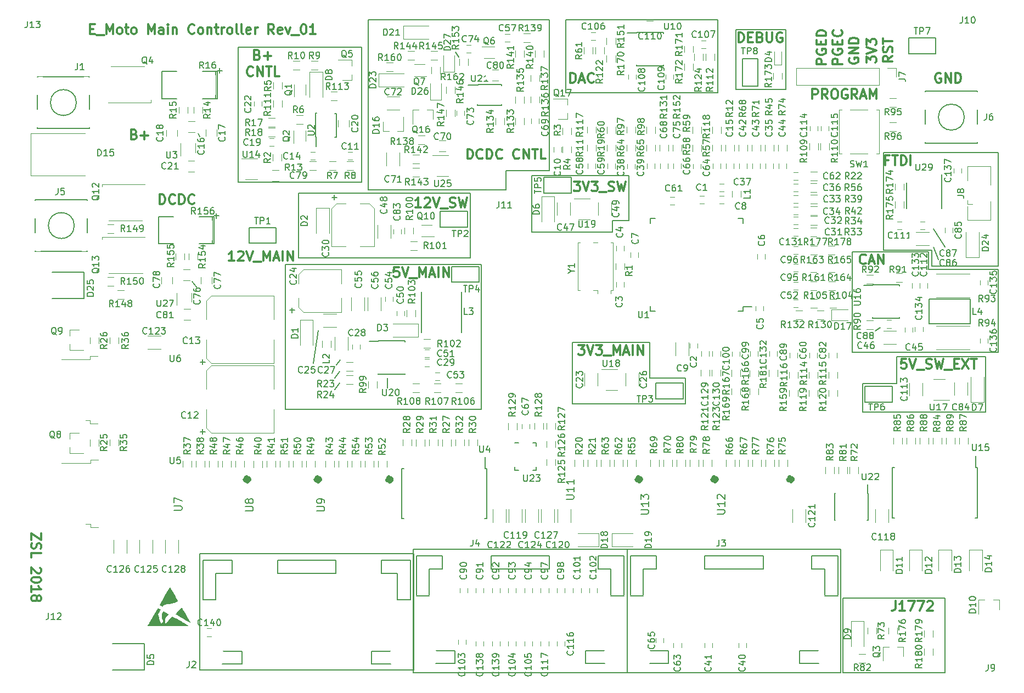
<source format=gbr>
G04 #@! TF.FileFunction,Legend,Top*
%FSLAX46Y46*%
G04 Gerber Fmt 4.6, Leading zero omitted, Abs format (unit mm)*
G04 Created by KiCad (PCBNEW 4.0.7) date 02/11/18 07:25:12*
%MOMM*%
%LPD*%
G01*
G04 APERTURE LIST*
%ADD10C,0.100000*%
%ADD11C,0.200000*%
%ADD12C,0.300000*%
%ADD13C,0.120000*%
%ADD14C,0.150000*%
%ADD15C,1.000000*%
%ADD16C,0.010000*%
%ADD17R,0.850000X0.900000*%
%ADD18R,0.900000X0.850000*%
%ADD19R,1.800000X2.200000*%
%ADD20R,0.500000X1.300000*%
%ADD21R,0.500000X0.750000*%
%ADD22R,1.160000X0.750000*%
%ADD23R,0.800000X0.350000*%
%ADD24R,0.350000X0.800000*%
%ADD25R,0.925000X1.425000*%
%ADD26R,1.650000X0.700000*%
%ADD27R,0.700000X2.050000*%
%ADD28R,9.500000X10.900000*%
%ADD29R,4.700000X0.900000*%
%ADD30R,0.600000X1.000000*%
%ADD31R,1.000000X0.600000*%
%ADD32R,1.000000X0.900000*%
%ADD33R,6.000000X1.700000*%
%ADD34R,1.300000X1.000000*%
%ADD35R,1.000000X1.300000*%
%ADD36R,0.900000X1.000000*%
%ADD37R,2.600000X3.400000*%
%ADD38R,1.100000X1.700000*%
%ADD39R,1.100000X1.350000*%
%ADD40R,1.350000X1.100000*%
%ADD41R,1.700000X1.100000*%
%ADD42R,1.700000X3.600000*%
%ADD43R,3.600000X1.700000*%
%ADD44R,0.475000X0.600000*%
%ADD45R,0.400000X0.750000*%
%ADD46R,0.600000X0.475000*%
%ADD47R,0.750000X0.400000*%
%ADD48R,0.900000X0.800000*%
%ADD49R,4.390000X4.600000*%
%ADD50R,1.700000X1.650000*%
%ADD51R,1.300000X1.650000*%
%ADD52R,1.800000X1.800000*%
%ADD53O,1.800000X1.800000*%
%ADD54R,0.550000X0.700000*%
%ADD55R,4.100000X2.600000*%
%ADD56R,0.900000X0.700000*%
%ADD57R,1.600000X2.500000*%
%ADD58R,1.600000X1.150000*%
%ADD59R,2.500000X1.600000*%
%ADD60R,1.150000X1.600000*%
%ADD61R,1.100000X2.850000*%
%ADD62C,1.800000*%
%ADD63C,2.700000*%
%ADD64R,1.600000X0.400000*%
%ADD65R,0.400000X1.600000*%
%ADD66R,1.300000X1.700000*%
%ADD67R,0.700000X1.650000*%
%ADD68R,1.700000X1.300000*%
%ADD69C,2.100000*%
%ADD70R,3.900000X2.100000*%
%ADD71R,1.100000X3.300000*%
%ADD72R,1.600000X0.550000*%
%ADD73O,1.200000X1.900000*%
%ADD74O,1.200000X2.300000*%
%ADD75R,1.450000X1.000000*%
%ADD76C,2.900000*%
%ADD77R,0.750000X1.410000*%
%ADD78R,6.500000X2.750000*%
%ADD79R,1.500000X1.700000*%
%ADD80R,5.060000X3.900000*%
%ADD81R,2.000000X1.800000*%
%ADD82R,0.700000X2.500000*%
%ADD83R,0.700000X0.550000*%
%ADD84C,6.500000*%
%ADD85C,0.900000*%
%ADD86R,2.098980X3.099740*%
%ADD87R,1.600000X0.500000*%
%ADD88R,0.500000X1.600000*%
%ADD89R,2.100000X3.900000*%
%ADD90C,0.254000*%
G04 APERTURE END LIST*
D10*
D11*
X51500000Y39500000D02*
X51500000Y41000000D01*
X62000000Y91250000D02*
X62500000Y90500000D01*
X126750000Y48250000D02*
X127500000Y48750000D01*
X135000000Y60500000D02*
X123250000Y60500000D01*
X135000000Y57750000D02*
X135000000Y60500000D01*
X135500000Y60750000D02*
X128000000Y60750000D01*
X135500000Y58250000D02*
X135500000Y60750000D01*
D12*
X27857143Y59071429D02*
X27000000Y59071429D01*
X27428572Y59071429D02*
X27428572Y60571429D01*
X27285715Y60357143D01*
X27142857Y60214286D01*
X27000000Y60142857D01*
X28428571Y60428571D02*
X28500000Y60500000D01*
X28642857Y60571429D01*
X29000000Y60571429D01*
X29142857Y60500000D01*
X29214286Y60428571D01*
X29285714Y60285714D01*
X29285714Y60142857D01*
X29214286Y59928571D01*
X28357143Y59071429D01*
X29285714Y59071429D01*
X29714285Y60571429D02*
X30214285Y59071429D01*
X30714285Y60571429D01*
X30857142Y58928571D02*
X31999999Y58928571D01*
X32357142Y59071429D02*
X32357142Y60571429D01*
X32857142Y59500000D01*
X33357142Y60571429D01*
X33357142Y59071429D01*
X33999999Y59500000D02*
X34714285Y59500000D01*
X33857142Y59071429D02*
X34357142Y60571429D01*
X34857142Y59071429D01*
X35357142Y59071429D02*
X35357142Y60571429D01*
X36071428Y59071429D02*
X36071428Y60571429D01*
X36928571Y59071429D01*
X36928571Y60571429D01*
X-1928571Y16999998D02*
X-1928571Y15999998D01*
X-3428571Y16999998D01*
X-3428571Y15999998D01*
X-3357143Y15499999D02*
X-3428571Y15285713D01*
X-3428571Y14928570D01*
X-3357143Y14785713D01*
X-3285714Y14714284D01*
X-3142857Y14642856D01*
X-3000000Y14642856D01*
X-2857143Y14714284D01*
X-2785714Y14785713D01*
X-2714286Y14928570D01*
X-2642857Y15214284D01*
X-2571429Y15357142D01*
X-2500000Y15428570D01*
X-2357143Y15499999D01*
X-2214286Y15499999D01*
X-2071429Y15428570D01*
X-2000000Y15357142D01*
X-1928571Y15214284D01*
X-1928571Y14857142D01*
X-2000000Y14642856D01*
X-3428571Y13285713D02*
X-3428571Y13999999D01*
X-1928571Y13999999D01*
X-2071429Y11714285D02*
X-2000000Y11642856D01*
X-1928571Y11499999D01*
X-1928571Y11142856D01*
X-2000000Y10999999D01*
X-2071429Y10928570D01*
X-2214286Y10857142D01*
X-2357143Y10857142D01*
X-2571429Y10928570D01*
X-3428571Y11785713D01*
X-3428571Y10857142D01*
X-1928571Y9928571D02*
X-1928571Y9785714D01*
X-2000000Y9642857D01*
X-2071429Y9571428D01*
X-2214286Y9499999D01*
X-2500000Y9428571D01*
X-2857143Y9428571D01*
X-3142857Y9499999D01*
X-3285714Y9571428D01*
X-3357143Y9642857D01*
X-3428571Y9785714D01*
X-3428571Y9928571D01*
X-3357143Y10071428D01*
X-3285714Y10142857D01*
X-3142857Y10214285D01*
X-2857143Y10285714D01*
X-2500000Y10285714D01*
X-2214286Y10214285D01*
X-2071429Y10142857D01*
X-2000000Y10071428D01*
X-1928571Y9928571D01*
X-3428571Y8000000D02*
X-3428571Y8857143D01*
X-3428571Y8428571D02*
X-1928571Y8428571D01*
X-2142857Y8571428D01*
X-2285714Y8714286D01*
X-2357143Y8857143D01*
X-2571429Y7142857D02*
X-2500000Y7285715D01*
X-2428571Y7357143D01*
X-2285714Y7428572D01*
X-2214286Y7428572D01*
X-2071429Y7357143D01*
X-2000000Y7285715D01*
X-1928571Y7142857D01*
X-1928571Y6857143D01*
X-2000000Y6714286D01*
X-2071429Y6642857D01*
X-2214286Y6571429D01*
X-2285714Y6571429D01*
X-2428571Y6642857D01*
X-2500000Y6714286D01*
X-2571429Y6857143D01*
X-2571429Y7142857D01*
X-2642857Y7285715D01*
X-2714286Y7357143D01*
X-2857143Y7428572D01*
X-3142857Y7428572D01*
X-3285714Y7357143D01*
X-3357143Y7285715D01*
X-3428571Y7142857D01*
X-3428571Y6857143D01*
X-3357143Y6714286D01*
X-3285714Y6642857D01*
X-3142857Y6571429D01*
X-2857143Y6571429D01*
X-2714286Y6642857D01*
X-2642857Y6714286D01*
X-2571429Y6857143D01*
X5642858Y94857143D02*
X6142858Y94857143D01*
X6357144Y94071429D02*
X5642858Y94071429D01*
X5642858Y95571429D01*
X6357144Y95571429D01*
X6642858Y93928571D02*
X7785715Y93928571D01*
X8142858Y94071429D02*
X8142858Y95571429D01*
X8642858Y94500000D01*
X9142858Y95571429D01*
X9142858Y94071429D01*
X10071430Y94071429D02*
X9928572Y94142857D01*
X9857144Y94214286D01*
X9785715Y94357143D01*
X9785715Y94785714D01*
X9857144Y94928571D01*
X9928572Y95000000D01*
X10071430Y95071429D01*
X10285715Y95071429D01*
X10428572Y95000000D01*
X10500001Y94928571D01*
X10571430Y94785714D01*
X10571430Y94357143D01*
X10500001Y94214286D01*
X10428572Y94142857D01*
X10285715Y94071429D01*
X10071430Y94071429D01*
X11000001Y95071429D02*
X11571430Y95071429D01*
X11214287Y95571429D02*
X11214287Y94285714D01*
X11285715Y94142857D01*
X11428573Y94071429D01*
X11571430Y94071429D01*
X12285716Y94071429D02*
X12142858Y94142857D01*
X12071430Y94214286D01*
X12000001Y94357143D01*
X12000001Y94785714D01*
X12071430Y94928571D01*
X12142858Y95000000D01*
X12285716Y95071429D01*
X12500001Y95071429D01*
X12642858Y95000000D01*
X12714287Y94928571D01*
X12785716Y94785714D01*
X12785716Y94357143D01*
X12714287Y94214286D01*
X12642858Y94142857D01*
X12500001Y94071429D01*
X12285716Y94071429D01*
X14571430Y94071429D02*
X14571430Y95571429D01*
X15071430Y94500000D01*
X15571430Y95571429D01*
X15571430Y94071429D01*
X16928573Y94071429D02*
X16928573Y94857143D01*
X16857144Y95000000D01*
X16714287Y95071429D01*
X16428573Y95071429D01*
X16285716Y95000000D01*
X16928573Y94142857D02*
X16785716Y94071429D01*
X16428573Y94071429D01*
X16285716Y94142857D01*
X16214287Y94285714D01*
X16214287Y94428571D01*
X16285716Y94571429D01*
X16428573Y94642857D01*
X16785716Y94642857D01*
X16928573Y94714286D01*
X17642859Y94071429D02*
X17642859Y95071429D01*
X17642859Y95571429D02*
X17571430Y95500000D01*
X17642859Y95428571D01*
X17714287Y95500000D01*
X17642859Y95571429D01*
X17642859Y95428571D01*
X18357145Y95071429D02*
X18357145Y94071429D01*
X18357145Y94928571D02*
X18428573Y95000000D01*
X18571431Y95071429D01*
X18785716Y95071429D01*
X18928573Y95000000D01*
X19000002Y94857143D01*
X19000002Y94071429D01*
X21714288Y94214286D02*
X21642859Y94142857D01*
X21428573Y94071429D01*
X21285716Y94071429D01*
X21071431Y94142857D01*
X20928573Y94285714D01*
X20857145Y94428571D01*
X20785716Y94714286D01*
X20785716Y94928571D01*
X20857145Y95214286D01*
X20928573Y95357143D01*
X21071431Y95500000D01*
X21285716Y95571429D01*
X21428573Y95571429D01*
X21642859Y95500000D01*
X21714288Y95428571D01*
X22571431Y94071429D02*
X22428573Y94142857D01*
X22357145Y94214286D01*
X22285716Y94357143D01*
X22285716Y94785714D01*
X22357145Y94928571D01*
X22428573Y95000000D01*
X22571431Y95071429D01*
X22785716Y95071429D01*
X22928573Y95000000D01*
X23000002Y94928571D01*
X23071431Y94785714D01*
X23071431Y94357143D01*
X23000002Y94214286D01*
X22928573Y94142857D01*
X22785716Y94071429D01*
X22571431Y94071429D01*
X23714288Y95071429D02*
X23714288Y94071429D01*
X23714288Y94928571D02*
X23785716Y95000000D01*
X23928574Y95071429D01*
X24142859Y95071429D01*
X24285716Y95000000D01*
X24357145Y94857143D01*
X24357145Y94071429D01*
X24857145Y95071429D02*
X25428574Y95071429D01*
X25071431Y95571429D02*
X25071431Y94285714D01*
X25142859Y94142857D01*
X25285717Y94071429D01*
X25428574Y94071429D01*
X25928574Y94071429D02*
X25928574Y95071429D01*
X25928574Y94785714D02*
X26000002Y94928571D01*
X26071431Y95000000D01*
X26214288Y95071429D01*
X26357145Y95071429D01*
X27071431Y94071429D02*
X26928573Y94142857D01*
X26857145Y94214286D01*
X26785716Y94357143D01*
X26785716Y94785714D01*
X26857145Y94928571D01*
X26928573Y95000000D01*
X27071431Y95071429D01*
X27285716Y95071429D01*
X27428573Y95000000D01*
X27500002Y94928571D01*
X27571431Y94785714D01*
X27571431Y94357143D01*
X27500002Y94214286D01*
X27428573Y94142857D01*
X27285716Y94071429D01*
X27071431Y94071429D01*
X28428574Y94071429D02*
X28285716Y94142857D01*
X28214288Y94285714D01*
X28214288Y95571429D01*
X29214288Y94071429D02*
X29071430Y94142857D01*
X29000002Y94285714D01*
X29000002Y95571429D01*
X30357144Y94142857D02*
X30214287Y94071429D01*
X29928573Y94071429D01*
X29785716Y94142857D01*
X29714287Y94285714D01*
X29714287Y94857143D01*
X29785716Y95000000D01*
X29928573Y95071429D01*
X30214287Y95071429D01*
X30357144Y95000000D01*
X30428573Y94857143D01*
X30428573Y94714286D01*
X29714287Y94571429D01*
X31071430Y94071429D02*
X31071430Y95071429D01*
X31071430Y94785714D02*
X31142858Y94928571D01*
X31214287Y95000000D01*
X31357144Y95071429D01*
X31500001Y95071429D01*
X34000001Y94071429D02*
X33500001Y94785714D01*
X33142858Y94071429D02*
X33142858Y95571429D01*
X33714286Y95571429D01*
X33857144Y95500000D01*
X33928572Y95428571D01*
X34000001Y95285714D01*
X34000001Y95071429D01*
X33928572Y94928571D01*
X33857144Y94857143D01*
X33714286Y94785714D01*
X33142858Y94785714D01*
X35214286Y94142857D02*
X35071429Y94071429D01*
X34785715Y94071429D01*
X34642858Y94142857D01*
X34571429Y94285714D01*
X34571429Y94857143D01*
X34642858Y95000000D01*
X34785715Y95071429D01*
X35071429Y95071429D01*
X35214286Y95000000D01*
X35285715Y94857143D01*
X35285715Y94714286D01*
X34571429Y94571429D01*
X35785715Y95071429D02*
X36142858Y94071429D01*
X36500000Y95071429D01*
X36714286Y93928571D02*
X37857143Y93928571D01*
X38500000Y95571429D02*
X38642857Y95571429D01*
X38785714Y95500000D01*
X38857143Y95428571D01*
X38928572Y95285714D01*
X39000000Y95000000D01*
X39000000Y94642857D01*
X38928572Y94357143D01*
X38857143Y94214286D01*
X38785714Y94142857D01*
X38642857Y94071429D01*
X38500000Y94071429D01*
X38357143Y94142857D01*
X38285714Y94214286D01*
X38214286Y94357143D01*
X38142857Y94642857D01*
X38142857Y95000000D01*
X38214286Y95285714D01*
X38285714Y95428571D01*
X38357143Y95500000D01*
X38500000Y95571429D01*
X40428571Y94071429D02*
X39571428Y94071429D01*
X40000000Y94071429D02*
X40000000Y95571429D01*
X39857143Y95357143D01*
X39714285Y95214286D01*
X39571428Y95142857D01*
X129857144Y6571429D02*
X129857144Y5500000D01*
X129785716Y5285714D01*
X129642859Y5142857D01*
X129428573Y5071429D01*
X129285716Y5071429D01*
X131357144Y5071429D02*
X130500001Y5071429D01*
X130928573Y5071429D02*
X130928573Y6571429D01*
X130785716Y6357143D01*
X130642858Y6214286D01*
X130500001Y6142857D01*
X131857144Y6571429D02*
X132857144Y6571429D01*
X132214287Y5071429D01*
X133285715Y6571429D02*
X134285715Y6571429D01*
X133642858Y5071429D01*
X134785714Y6428571D02*
X134857143Y6500000D01*
X135000000Y6571429D01*
X135357143Y6571429D01*
X135500000Y6500000D01*
X135571429Y6428571D01*
X135642857Y6285714D01*
X135642857Y6142857D01*
X135571429Y5928571D01*
X134714286Y5071429D01*
X135642857Y5071429D01*
D11*
X121750000Y7000000D02*
X121750000Y-4500000D01*
X137500000Y7000000D02*
X121750000Y7000000D01*
X137500000Y-4500000D02*
X137500000Y7000000D01*
X121750000Y-4500000D02*
X137500000Y-4500000D01*
X97500000Y41000000D02*
X92000000Y41000000D01*
X97500000Y37000000D02*
X97500000Y41000000D01*
X130100000Y40100000D02*
X130100000Y44300000D01*
X130050000Y40100000D02*
X124800000Y40100000D01*
X86250000Y65250000D02*
X88750000Y65250000D01*
X86250000Y63500000D02*
X86250000Y65250000D01*
D12*
X128785715Y74607143D02*
X128285715Y74607143D01*
X128285715Y73821429D02*
X128285715Y75321429D01*
X129000001Y75321429D01*
X129357143Y75321429D02*
X130214286Y75321429D01*
X129785715Y73821429D02*
X129785715Y75321429D01*
X130714286Y73821429D02*
X130714286Y75321429D01*
X131071429Y75321429D01*
X131285714Y75250000D01*
X131428572Y75107143D01*
X131500000Y74964286D01*
X131571429Y74678571D01*
X131571429Y74464286D01*
X131500000Y74178571D01*
X131428572Y74035714D01*
X131285714Y73892857D01*
X131071429Y73821429D01*
X130714286Y73821429D01*
X132214286Y73821429D02*
X132214286Y75321429D01*
D11*
X128000000Y75750000D02*
X128000000Y60750000D01*
X145750000Y75750000D02*
X128000000Y75750000D01*
X145750000Y58250000D02*
X145750000Y75750000D01*
X135500000Y58250000D02*
X145750000Y58250000D01*
D12*
X131535716Y43921429D02*
X130821430Y43921429D01*
X130750001Y43207143D01*
X130821430Y43278571D01*
X130964287Y43350000D01*
X131321430Y43350000D01*
X131464287Y43278571D01*
X131535716Y43207143D01*
X131607144Y43064286D01*
X131607144Y42707143D01*
X131535716Y42564286D01*
X131464287Y42492857D01*
X131321430Y42421429D01*
X130964287Y42421429D01*
X130821430Y42492857D01*
X130750001Y42564286D01*
X132035715Y43921429D02*
X132535715Y42421429D01*
X133035715Y43921429D01*
X133178572Y42278571D02*
X134321429Y42278571D01*
X134607143Y42492857D02*
X134821429Y42421429D01*
X135178572Y42421429D01*
X135321429Y42492857D01*
X135392858Y42564286D01*
X135464286Y42707143D01*
X135464286Y42850000D01*
X135392858Y42992857D01*
X135321429Y43064286D01*
X135178572Y43135714D01*
X134892858Y43207143D01*
X134750000Y43278571D01*
X134678572Y43350000D01*
X134607143Y43492857D01*
X134607143Y43635714D01*
X134678572Y43778571D01*
X134750000Y43850000D01*
X134892858Y43921429D01*
X135250000Y43921429D01*
X135464286Y43850000D01*
X135964286Y43921429D02*
X136321429Y42421429D01*
X136607143Y43492857D01*
X136892857Y42421429D01*
X137250000Y43921429D01*
X137464286Y42278571D02*
X138607143Y42278571D01*
X138964286Y43207143D02*
X139464286Y43207143D01*
X139678572Y42421429D02*
X138964286Y42421429D01*
X138964286Y43921429D01*
X139678572Y43921429D01*
X140178572Y43921429D02*
X141178572Y42421429D01*
X141178572Y43921429D02*
X140178572Y42421429D01*
X141535714Y43921429D02*
X142392857Y43921429D01*
X141964286Y42421429D02*
X141964286Y43921429D01*
D11*
X143800000Y35700000D02*
X143800000Y44300000D01*
X124800000Y35700000D02*
X143800000Y35700000D01*
X124800000Y40100000D02*
X124800000Y35700000D01*
X143800000Y44300000D02*
X130100000Y44300000D01*
D12*
X31428572Y90882143D02*
X31642858Y90810714D01*
X31714286Y90739286D01*
X31785715Y90596429D01*
X31785715Y90382143D01*
X31714286Y90239286D01*
X31642858Y90167857D01*
X31500000Y90096429D01*
X30928572Y90096429D01*
X30928572Y91596429D01*
X31428572Y91596429D01*
X31571429Y91525000D01*
X31642858Y91453571D01*
X31714286Y91310714D01*
X31714286Y91167857D01*
X31642858Y91025000D01*
X31571429Y90953571D01*
X31428572Y90882143D01*
X30928572Y90882143D01*
X32428572Y90667857D02*
X33571429Y90667857D01*
X33000000Y90096429D02*
X33000000Y91239286D01*
X30750000Y87689286D02*
X30678571Y87617857D01*
X30464285Y87546429D01*
X30321428Y87546429D01*
X30107143Y87617857D01*
X29964285Y87760714D01*
X29892857Y87903571D01*
X29821428Y88189286D01*
X29821428Y88403571D01*
X29892857Y88689286D01*
X29964285Y88832143D01*
X30107143Y88975000D01*
X30321428Y89046429D01*
X30464285Y89046429D01*
X30678571Y88975000D01*
X30750000Y88903571D01*
X31392857Y87546429D02*
X31392857Y89046429D01*
X32250000Y87546429D01*
X32250000Y89046429D01*
X32750000Y89046429D02*
X33607143Y89046429D01*
X33178572Y87546429D02*
X33178572Y89046429D01*
X34821429Y87546429D02*
X34107143Y87546429D01*
X34107143Y89046429D01*
X63821429Y74821429D02*
X63821429Y76321429D01*
X64178572Y76321429D01*
X64392857Y76250000D01*
X64535715Y76107143D01*
X64607143Y75964286D01*
X64678572Y75678571D01*
X64678572Y75464286D01*
X64607143Y75178571D01*
X64535715Y75035714D01*
X64392857Y74892857D01*
X64178572Y74821429D01*
X63821429Y74821429D01*
X66178572Y74964286D02*
X66107143Y74892857D01*
X65892857Y74821429D01*
X65750000Y74821429D01*
X65535715Y74892857D01*
X65392857Y75035714D01*
X65321429Y75178571D01*
X65250000Y75464286D01*
X65250000Y75678571D01*
X65321429Y75964286D01*
X65392857Y76107143D01*
X65535715Y76250000D01*
X65750000Y76321429D01*
X65892857Y76321429D01*
X66107143Y76250000D01*
X66178572Y76178571D01*
X66821429Y74821429D02*
X66821429Y76321429D01*
X67178572Y76321429D01*
X67392857Y76250000D01*
X67535715Y76107143D01*
X67607143Y75964286D01*
X67678572Y75678571D01*
X67678572Y75464286D01*
X67607143Y75178571D01*
X67535715Y75035714D01*
X67392857Y74892857D01*
X67178572Y74821429D01*
X66821429Y74821429D01*
X69178572Y74964286D02*
X69107143Y74892857D01*
X68892857Y74821429D01*
X68750000Y74821429D01*
X68535715Y74892857D01*
X68392857Y75035714D01*
X68321429Y75178571D01*
X68250000Y75464286D01*
X68250000Y75678571D01*
X68321429Y75964286D01*
X68392857Y76107143D01*
X68535715Y76250000D01*
X68750000Y76321429D01*
X68892857Y76321429D01*
X69107143Y76250000D01*
X69178572Y76178571D01*
X71821429Y74964286D02*
X71750000Y74892857D01*
X71535714Y74821429D01*
X71392857Y74821429D01*
X71178572Y74892857D01*
X71035714Y75035714D01*
X70964286Y75178571D01*
X70892857Y75464286D01*
X70892857Y75678571D01*
X70964286Y75964286D01*
X71035714Y76107143D01*
X71178572Y76250000D01*
X71392857Y76321429D01*
X71535714Y76321429D01*
X71750000Y76250000D01*
X71821429Y76178571D01*
X72464286Y74821429D02*
X72464286Y76321429D01*
X73321429Y74821429D01*
X73321429Y76321429D01*
X73821429Y76321429D02*
X74678572Y76321429D01*
X74250001Y74821429D02*
X74250001Y76321429D01*
X75892858Y74821429D02*
X75178572Y74821429D01*
X75178572Y76321429D01*
X80250001Y71321429D02*
X81178572Y71321429D01*
X80678572Y70750000D01*
X80892858Y70750000D01*
X81035715Y70678571D01*
X81107144Y70607143D01*
X81178572Y70464286D01*
X81178572Y70107143D01*
X81107144Y69964286D01*
X81035715Y69892857D01*
X80892858Y69821429D01*
X80464286Y69821429D01*
X80321429Y69892857D01*
X80250001Y69964286D01*
X81607143Y71321429D02*
X82107143Y69821429D01*
X82607143Y71321429D01*
X82964286Y71321429D02*
X83892857Y71321429D01*
X83392857Y70750000D01*
X83607143Y70750000D01*
X83750000Y70678571D01*
X83821429Y70607143D01*
X83892857Y70464286D01*
X83892857Y70107143D01*
X83821429Y69964286D01*
X83750000Y69892857D01*
X83607143Y69821429D01*
X83178571Y69821429D01*
X83035714Y69892857D01*
X82964286Y69964286D01*
X84178571Y69678571D02*
X85321428Y69678571D01*
X85607142Y69892857D02*
X85821428Y69821429D01*
X86178571Y69821429D01*
X86321428Y69892857D01*
X86392857Y69964286D01*
X86464285Y70107143D01*
X86464285Y70250000D01*
X86392857Y70392857D01*
X86321428Y70464286D01*
X86178571Y70535714D01*
X85892857Y70607143D01*
X85749999Y70678571D01*
X85678571Y70750000D01*
X85607142Y70892857D01*
X85607142Y71035714D01*
X85678571Y71178571D01*
X85749999Y71250000D01*
X85892857Y71321429D01*
X86249999Y71321429D01*
X86464285Y71250000D01*
X86964285Y71321429D02*
X87321428Y69821429D01*
X87607142Y70892857D01*
X87892856Y69821429D01*
X88249999Y71321429D01*
D11*
X73750000Y72250000D02*
X73750000Y63500000D01*
X88750000Y72250000D02*
X73750000Y72250000D01*
X88750000Y65250000D02*
X88750000Y72250000D01*
X73750000Y63500000D02*
X86250000Y63500000D01*
X69750000Y73000000D02*
X76500000Y73000000D01*
X69750000Y70000000D02*
X69750000Y73000000D01*
D12*
X80928572Y46071429D02*
X81857143Y46071429D01*
X81357143Y45500000D01*
X81571429Y45500000D01*
X81714286Y45428571D01*
X81785715Y45357143D01*
X81857143Y45214286D01*
X81857143Y44857143D01*
X81785715Y44714286D01*
X81714286Y44642857D01*
X81571429Y44571429D01*
X81142857Y44571429D01*
X81000000Y44642857D01*
X80928572Y44714286D01*
X82285714Y46071429D02*
X82785714Y44571429D01*
X83285714Y46071429D01*
X83642857Y46071429D02*
X84571428Y46071429D01*
X84071428Y45500000D01*
X84285714Y45500000D01*
X84428571Y45428571D01*
X84500000Y45357143D01*
X84571428Y45214286D01*
X84571428Y44857143D01*
X84500000Y44714286D01*
X84428571Y44642857D01*
X84285714Y44571429D01*
X83857142Y44571429D01*
X83714285Y44642857D01*
X83642857Y44714286D01*
X84857142Y44428571D02*
X85999999Y44428571D01*
X86357142Y44571429D02*
X86357142Y46071429D01*
X86857142Y45000000D01*
X87357142Y46071429D01*
X87357142Y44571429D01*
X87999999Y45000000D02*
X88714285Y45000000D01*
X87857142Y44571429D02*
X88357142Y46071429D01*
X88857142Y44571429D01*
X89357142Y44571429D02*
X89357142Y46071429D01*
X90071428Y44571429D02*
X90071428Y46071429D01*
X90928571Y44571429D01*
X90928571Y46071429D01*
D11*
X80000000Y46500000D02*
X80000000Y37000000D01*
X92000000Y46500000D02*
X80000000Y46500000D01*
X92000000Y41000000D02*
X92000000Y46500000D01*
X80000000Y37000000D02*
X97500000Y37000000D01*
X136500000Y59250000D02*
X135750000Y61250000D01*
X137500000Y61250000D02*
X135750000Y64000000D01*
X113000000Y94750000D02*
X105250000Y94750000D01*
X113000000Y85500000D02*
X113000000Y94750000D01*
X105250000Y85500000D02*
X113000000Y85500000D01*
X105250000Y94750000D02*
X105250000Y85500000D01*
D12*
X105642857Y92821429D02*
X105642857Y94321429D01*
X106000000Y94321429D01*
X106214285Y94250000D01*
X106357143Y94107143D01*
X106428571Y93964286D01*
X106500000Y93678571D01*
X106500000Y93464286D01*
X106428571Y93178571D01*
X106357143Y93035714D01*
X106214285Y92892857D01*
X106000000Y92821429D01*
X105642857Y92821429D01*
X107142857Y93607143D02*
X107642857Y93607143D01*
X107857143Y92821429D02*
X107142857Y92821429D01*
X107142857Y94321429D01*
X107857143Y94321429D01*
X109000000Y93607143D02*
X109214286Y93535714D01*
X109285714Y93464286D01*
X109357143Y93321429D01*
X109357143Y93107143D01*
X109285714Y92964286D01*
X109214286Y92892857D01*
X109071428Y92821429D01*
X108500000Y92821429D01*
X108500000Y94321429D01*
X109000000Y94321429D01*
X109142857Y94250000D01*
X109214286Y94178571D01*
X109285714Y94035714D01*
X109285714Y93892857D01*
X109214286Y93750000D01*
X109142857Y93678571D01*
X109000000Y93607143D01*
X108500000Y93607143D01*
X110000000Y94321429D02*
X110000000Y93107143D01*
X110071428Y92964286D01*
X110142857Y92892857D01*
X110285714Y92821429D01*
X110571428Y92821429D01*
X110714286Y92892857D01*
X110785714Y92964286D01*
X110857143Y93107143D01*
X110857143Y94321429D01*
X112357143Y94250000D02*
X112214286Y94321429D01*
X112000000Y94321429D01*
X111785715Y94250000D01*
X111642857Y94107143D01*
X111571429Y93964286D01*
X111500000Y93678571D01*
X111500000Y93464286D01*
X111571429Y93178571D01*
X111642857Y93035714D01*
X111785715Y92892857D01*
X112000000Y92821429D01*
X112142857Y92821429D01*
X112357143Y92892857D01*
X112428572Y92964286D01*
X112428572Y93464286D01*
X112142857Y93464286D01*
X119178571Y89428572D02*
X117678571Y89428572D01*
X117678571Y90000000D01*
X117750000Y90142858D01*
X117821429Y90214286D01*
X117964286Y90285715D01*
X118178571Y90285715D01*
X118321429Y90214286D01*
X118392857Y90142858D01*
X118464286Y90000000D01*
X118464286Y89428572D01*
X117750000Y91714286D02*
X117678571Y91571429D01*
X117678571Y91357143D01*
X117750000Y91142858D01*
X117892857Y91000000D01*
X118035714Y90928572D01*
X118321429Y90857143D01*
X118535714Y90857143D01*
X118821429Y90928572D01*
X118964286Y91000000D01*
X119107143Y91142858D01*
X119178571Y91357143D01*
X119178571Y91500000D01*
X119107143Y91714286D01*
X119035714Y91785715D01*
X118535714Y91785715D01*
X118535714Y91500000D01*
X118392857Y92428572D02*
X118392857Y92928572D01*
X119178571Y93142858D02*
X119178571Y92428572D01*
X117678571Y92428572D01*
X117678571Y93142858D01*
X119178571Y93785715D02*
X117678571Y93785715D01*
X117678571Y94142858D01*
X117750000Y94357143D01*
X117892857Y94500001D01*
X118035714Y94571429D01*
X118321429Y94642858D01*
X118535714Y94642858D01*
X118821429Y94571429D01*
X118964286Y94500001D01*
X119107143Y94357143D01*
X119178571Y94142858D01*
X119178571Y93785715D01*
X121678571Y89428572D02*
X120178571Y89428572D01*
X120178571Y90000000D01*
X120250000Y90142858D01*
X120321429Y90214286D01*
X120464286Y90285715D01*
X120678571Y90285715D01*
X120821429Y90214286D01*
X120892857Y90142858D01*
X120964286Y90000000D01*
X120964286Y89428572D01*
X120250000Y91714286D02*
X120178571Y91571429D01*
X120178571Y91357143D01*
X120250000Y91142858D01*
X120392857Y91000000D01*
X120535714Y90928572D01*
X120821429Y90857143D01*
X121035714Y90857143D01*
X121321429Y90928572D01*
X121464286Y91000000D01*
X121607143Y91142858D01*
X121678571Y91357143D01*
X121678571Y91500000D01*
X121607143Y91714286D01*
X121535714Y91785715D01*
X121035714Y91785715D01*
X121035714Y91500000D01*
X120892857Y92428572D02*
X120892857Y92928572D01*
X121678571Y93142858D02*
X121678571Y92428572D01*
X120178571Y92428572D01*
X120178571Y93142858D01*
X121535714Y94642858D02*
X121607143Y94571429D01*
X121678571Y94357143D01*
X121678571Y94214286D01*
X121607143Y94000001D01*
X121464286Y93857143D01*
X121321429Y93785715D01*
X121035714Y93714286D01*
X120821429Y93714286D01*
X120535714Y93785715D01*
X120392857Y93857143D01*
X120250000Y94000001D01*
X120178571Y94214286D01*
X120178571Y94357143D01*
X120250000Y94571429D01*
X120321429Y94642858D01*
X122750000Y90357143D02*
X122678571Y90214286D01*
X122678571Y90000000D01*
X122750000Y89785715D01*
X122892857Y89642857D01*
X123035714Y89571429D01*
X123321429Y89500000D01*
X123535714Y89500000D01*
X123821429Y89571429D01*
X123964286Y89642857D01*
X124107143Y89785715D01*
X124178571Y90000000D01*
X124178571Y90142857D01*
X124107143Y90357143D01*
X124035714Y90428572D01*
X123535714Y90428572D01*
X123535714Y90142857D01*
X124178571Y91071429D02*
X122678571Y91071429D01*
X124178571Y91928572D01*
X122678571Y91928572D01*
X124178571Y92642858D02*
X122678571Y92642858D01*
X122678571Y93000001D01*
X122750000Y93214286D01*
X122892857Y93357144D01*
X123035714Y93428572D01*
X123321429Y93500001D01*
X123535714Y93500001D01*
X123821429Y93428572D01*
X123964286Y93357144D01*
X124107143Y93214286D01*
X124178571Y93000001D01*
X124178571Y92642858D01*
X125428571Y89642858D02*
X125428571Y90571429D01*
X126000000Y90071429D01*
X126000000Y90285715D01*
X126071429Y90428572D01*
X126142857Y90500001D01*
X126285714Y90571429D01*
X126642857Y90571429D01*
X126785714Y90500001D01*
X126857143Y90428572D01*
X126928571Y90285715D01*
X126928571Y89857143D01*
X126857143Y89714286D01*
X126785714Y89642858D01*
X125428571Y91000000D02*
X126928571Y91500000D01*
X125428571Y92000000D01*
X125428571Y92357143D02*
X125428571Y93285714D01*
X126000000Y92785714D01*
X126000000Y93000000D01*
X126071429Y93142857D01*
X126142857Y93214286D01*
X126285714Y93285714D01*
X126642857Y93285714D01*
X126785714Y93214286D01*
X126857143Y93142857D01*
X126928571Y93000000D01*
X126928571Y92571428D01*
X126857143Y92428571D01*
X126785714Y92357143D01*
X129428571Y90678572D02*
X128714286Y90178572D01*
X129428571Y89821429D02*
X127928571Y89821429D01*
X127928571Y90392857D01*
X128000000Y90535715D01*
X128071429Y90607143D01*
X128214286Y90678572D01*
X128428571Y90678572D01*
X128571429Y90607143D01*
X128642857Y90535715D01*
X128714286Y90392857D01*
X128714286Y89821429D01*
X129357143Y91250000D02*
X129428571Y91464286D01*
X129428571Y91821429D01*
X129357143Y91964286D01*
X129285714Y92035715D01*
X129142857Y92107143D01*
X129000000Y92107143D01*
X128857143Y92035715D01*
X128785714Y91964286D01*
X128714286Y91821429D01*
X128642857Y91535715D01*
X128571429Y91392857D01*
X128500000Y91321429D01*
X128357143Y91250000D01*
X128214286Y91250000D01*
X128071429Y91321429D01*
X128000000Y91392857D01*
X127928571Y91535715D01*
X127928571Y91892857D01*
X128000000Y92107143D01*
X127928571Y92535714D02*
X127928571Y93392857D01*
X129428571Y92964286D02*
X127928571Y92964286D01*
X117071429Y84071429D02*
X117071429Y85571429D01*
X117642857Y85571429D01*
X117785715Y85500000D01*
X117857143Y85428571D01*
X117928572Y85285714D01*
X117928572Y85071429D01*
X117857143Y84928571D01*
X117785715Y84857143D01*
X117642857Y84785714D01*
X117071429Y84785714D01*
X119428572Y84071429D02*
X118928572Y84785714D01*
X118571429Y84071429D02*
X118571429Y85571429D01*
X119142857Y85571429D01*
X119285715Y85500000D01*
X119357143Y85428571D01*
X119428572Y85285714D01*
X119428572Y85071429D01*
X119357143Y84928571D01*
X119285715Y84857143D01*
X119142857Y84785714D01*
X118571429Y84785714D01*
X120357143Y85571429D02*
X120642857Y85571429D01*
X120785715Y85500000D01*
X120928572Y85357143D01*
X121000000Y85071429D01*
X121000000Y84571429D01*
X120928572Y84285714D01*
X120785715Y84142857D01*
X120642857Y84071429D01*
X120357143Y84071429D01*
X120214286Y84142857D01*
X120071429Y84285714D01*
X120000000Y84571429D01*
X120000000Y85071429D01*
X120071429Y85357143D01*
X120214286Y85500000D01*
X120357143Y85571429D01*
X122428572Y85500000D02*
X122285715Y85571429D01*
X122071429Y85571429D01*
X121857144Y85500000D01*
X121714286Y85357143D01*
X121642858Y85214286D01*
X121571429Y84928571D01*
X121571429Y84714286D01*
X121642858Y84428571D01*
X121714286Y84285714D01*
X121857144Y84142857D01*
X122071429Y84071429D01*
X122214286Y84071429D01*
X122428572Y84142857D01*
X122500001Y84214286D01*
X122500001Y84714286D01*
X122214286Y84714286D01*
X124000001Y84071429D02*
X123500001Y84785714D01*
X123142858Y84071429D02*
X123142858Y85571429D01*
X123714286Y85571429D01*
X123857144Y85500000D01*
X123928572Y85428571D01*
X124000001Y85285714D01*
X124000001Y85071429D01*
X123928572Y84928571D01*
X123857144Y84857143D01*
X123714286Y84785714D01*
X123142858Y84785714D01*
X124571429Y84500000D02*
X125285715Y84500000D01*
X124428572Y84071429D02*
X124928572Y85571429D01*
X125428572Y84071429D01*
X125928572Y84071429D02*
X125928572Y85571429D01*
X126428572Y84500000D01*
X126928572Y85571429D01*
X126928572Y84071429D01*
D11*
X48500000Y70000000D02*
X48500000Y96250000D01*
X69750000Y70000000D02*
X48500000Y70000000D01*
X76500000Y96250000D02*
X76500000Y73000000D01*
X48500000Y96250000D02*
X76500000Y96250000D01*
D12*
X79714286Y86571429D02*
X79714286Y88071429D01*
X80071429Y88071429D01*
X80285714Y88000000D01*
X80428572Y87857143D01*
X80500000Y87714286D01*
X80571429Y87428571D01*
X80571429Y87214286D01*
X80500000Y86928571D01*
X80428572Y86785714D01*
X80285714Y86642857D01*
X80071429Y86571429D01*
X79714286Y86571429D01*
X81142857Y87000000D02*
X81857143Y87000000D01*
X81000000Y86571429D02*
X81500000Y88071429D01*
X82000000Y86571429D01*
X83357143Y86714286D02*
X83285714Y86642857D01*
X83071428Y86571429D01*
X82928571Y86571429D01*
X82714286Y86642857D01*
X82571428Y86785714D01*
X82500000Y86928571D01*
X82428571Y87214286D01*
X82428571Y87428571D01*
X82500000Y87714286D01*
X82571428Y87857143D01*
X82714286Y88000000D01*
X82928571Y88071429D01*
X83071428Y88071429D01*
X83285714Y88000000D01*
X83357143Y87928571D01*
D11*
X79000000Y96250000D02*
X79000000Y85000000D01*
X102500000Y96250000D02*
X79000000Y96250000D01*
X102500000Y85000000D02*
X102500000Y96250000D01*
X79000000Y85000000D02*
X102500000Y85000000D01*
D12*
X136857143Y88000000D02*
X136714286Y88071429D01*
X136500000Y88071429D01*
X136285715Y88000000D01*
X136142857Y87857143D01*
X136071429Y87714286D01*
X136000000Y87428571D01*
X136000000Y87214286D01*
X136071429Y86928571D01*
X136142857Y86785714D01*
X136285715Y86642857D01*
X136500000Y86571429D01*
X136642857Y86571429D01*
X136857143Y86642857D01*
X136928572Y86714286D01*
X136928572Y87214286D01*
X136642857Y87214286D01*
X137571429Y86571429D02*
X137571429Y88071429D01*
X138428572Y86571429D01*
X138428572Y88071429D01*
X139142858Y86571429D02*
X139142858Y88071429D01*
X139500001Y88071429D01*
X139714286Y88000000D01*
X139857144Y87857143D01*
X139928572Y87714286D01*
X140000001Y87428571D01*
X140000001Y87214286D01*
X139928572Y86928571D01*
X139857144Y86785714D01*
X139714286Y86642857D01*
X139500001Y86571429D01*
X139142858Y86571429D01*
X16357143Y67821429D02*
X16357143Y69321429D01*
X16714286Y69321429D01*
X16928571Y69250000D01*
X17071429Y69107143D01*
X17142857Y68964286D01*
X17214286Y68678571D01*
X17214286Y68464286D01*
X17142857Y68178571D01*
X17071429Y68035714D01*
X16928571Y67892857D01*
X16714286Y67821429D01*
X16357143Y67821429D01*
X18714286Y67964286D02*
X18642857Y67892857D01*
X18428571Y67821429D01*
X18285714Y67821429D01*
X18071429Y67892857D01*
X17928571Y68035714D01*
X17857143Y68178571D01*
X17785714Y68464286D01*
X17785714Y68678571D01*
X17857143Y68964286D01*
X17928571Y69107143D01*
X18071429Y69250000D01*
X18285714Y69321429D01*
X18428571Y69321429D01*
X18642857Y69250000D01*
X18714286Y69178571D01*
X19357143Y67821429D02*
X19357143Y69321429D01*
X19714286Y69321429D01*
X19928571Y69250000D01*
X20071429Y69107143D01*
X20142857Y68964286D01*
X20214286Y68678571D01*
X20214286Y68464286D01*
X20142857Y68178571D01*
X20071429Y68035714D01*
X19928571Y67892857D01*
X19714286Y67821429D01*
X19357143Y67821429D01*
X21714286Y67964286D02*
X21642857Y67892857D01*
X21428571Y67821429D01*
X21285714Y67821429D01*
X21071429Y67892857D01*
X20928571Y68035714D01*
X20857143Y68178571D01*
X20785714Y68464286D01*
X20785714Y68678571D01*
X20857143Y68964286D01*
X20928571Y69107143D01*
X21071429Y69250000D01*
X21285714Y69321429D01*
X21428571Y69321429D01*
X21642857Y69250000D01*
X21714286Y69178571D01*
X12428572Y78607143D02*
X12642858Y78535714D01*
X12714286Y78464286D01*
X12785715Y78321429D01*
X12785715Y78107143D01*
X12714286Y77964286D01*
X12642858Y77892857D01*
X12500000Y77821429D01*
X11928572Y77821429D01*
X11928572Y79321429D01*
X12428572Y79321429D01*
X12571429Y79250000D01*
X12642858Y79178571D01*
X12714286Y79035714D01*
X12714286Y78892857D01*
X12642858Y78750000D01*
X12571429Y78678571D01*
X12428572Y78607143D01*
X11928572Y78607143D01*
X13428572Y78392857D02*
X14571429Y78392857D01*
X14000000Y77821429D02*
X14000000Y78964286D01*
X125285715Y58714286D02*
X125214286Y58642857D01*
X125000000Y58571429D01*
X124857143Y58571429D01*
X124642858Y58642857D01*
X124500000Y58785714D01*
X124428572Y58928571D01*
X124357143Y59214286D01*
X124357143Y59428571D01*
X124428572Y59714286D01*
X124500000Y59857143D01*
X124642858Y60000000D01*
X124857143Y60071429D01*
X125000000Y60071429D01*
X125214286Y60000000D01*
X125285715Y59928571D01*
X125857143Y59000000D02*
X126571429Y59000000D01*
X125714286Y58571429D02*
X126214286Y60071429D01*
X126714286Y58571429D01*
X127214286Y58571429D02*
X127214286Y60071429D01*
X128071429Y58571429D01*
X128071429Y60071429D01*
D11*
X123250000Y60500000D02*
X123250000Y45000000D01*
X145750000Y57750000D02*
X135000000Y57750000D01*
X145750000Y45000000D02*
X145750000Y57750000D01*
X123250000Y45000000D02*
X145750000Y45000000D01*
X47500000Y92000000D02*
X28500000Y92000000D01*
X47500000Y71250000D02*
X47500000Y92000000D01*
X28500000Y71250000D02*
X47500000Y71250000D01*
X28500000Y92000000D02*
X28500000Y71250000D01*
D12*
X56678572Y67321429D02*
X55821429Y67321429D01*
X56250001Y67321429D02*
X56250001Y68821429D01*
X56107144Y68607143D01*
X55964286Y68464286D01*
X55821429Y68392857D01*
X57250000Y68678571D02*
X57321429Y68750000D01*
X57464286Y68821429D01*
X57821429Y68821429D01*
X57964286Y68750000D01*
X58035715Y68678571D01*
X58107143Y68535714D01*
X58107143Y68392857D01*
X58035715Y68178571D01*
X57178572Y67321429D01*
X58107143Y67321429D01*
X58535714Y68821429D02*
X59035714Y67321429D01*
X59535714Y68821429D01*
X59678571Y67178571D02*
X60821428Y67178571D01*
X61107142Y67392857D02*
X61321428Y67321429D01*
X61678571Y67321429D01*
X61821428Y67392857D01*
X61892857Y67464286D01*
X61964285Y67607143D01*
X61964285Y67750000D01*
X61892857Y67892857D01*
X61821428Y67964286D01*
X61678571Y68035714D01*
X61392857Y68107143D01*
X61249999Y68178571D01*
X61178571Y68250000D01*
X61107142Y68392857D01*
X61107142Y68535714D01*
X61178571Y68678571D01*
X61249999Y68750000D01*
X61392857Y68821429D01*
X61749999Y68821429D01*
X61964285Y68750000D01*
X62464285Y68821429D02*
X62821428Y67321429D01*
X63107142Y68392857D01*
X63392856Y67321429D01*
X63749999Y68821429D01*
D11*
X64250000Y69500000D02*
X37750000Y69500000D01*
X64250000Y59500000D02*
X64250000Y69500000D01*
X37750000Y59500000D02*
X64250000Y59500000D01*
X37750000Y69500000D02*
X37750000Y59500000D01*
D12*
X53250001Y58071429D02*
X52535715Y58071429D01*
X52464286Y57357143D01*
X52535715Y57428571D01*
X52678572Y57500000D01*
X53035715Y57500000D01*
X53178572Y57428571D01*
X53250001Y57357143D01*
X53321429Y57214286D01*
X53321429Y56857143D01*
X53250001Y56714286D01*
X53178572Y56642857D01*
X53035715Y56571429D01*
X52678572Y56571429D01*
X52535715Y56642857D01*
X52464286Y56714286D01*
X53750000Y58071429D02*
X54250000Y56571429D01*
X54750000Y58071429D01*
X54892857Y56428571D02*
X56035714Y56428571D01*
X56392857Y56571429D02*
X56392857Y58071429D01*
X56892857Y57000000D01*
X57392857Y58071429D01*
X57392857Y56571429D01*
X58035714Y57000000D02*
X58750000Y57000000D01*
X57892857Y56571429D02*
X58392857Y58071429D01*
X58892857Y56571429D01*
X59392857Y56571429D02*
X59392857Y58071429D01*
X60107143Y56571429D02*
X60107143Y58071429D01*
X60964286Y56571429D01*
X60964286Y58071429D01*
D11*
X35732000Y58496000D02*
X65958000Y58496000D01*
X35732000Y36144000D02*
X35732000Y58496000D01*
X65958000Y36144000D02*
X35732000Y36144000D01*
X65958000Y58496000D02*
X65958000Y36144000D01*
X40050000Y43256000D02*
X40812000Y48336000D01*
X43606000Y43002000D02*
X44241000Y43764000D01*
X22516000Y78276000D02*
X22262000Y78784000D01*
X22008000Y55035000D02*
X21373000Y55924000D01*
X43352000Y39192000D02*
X44114000Y40208000D01*
X43352000Y40970000D02*
X44114000Y41986000D01*
D13*
X131350000Y48101001D02*
X131350000Y48801001D01*
X132550000Y48801001D02*
X132550000Y48101001D01*
X114114000Y72756000D02*
X114814000Y72756000D01*
X114814000Y71556000D02*
X114114000Y71556000D01*
X81184000Y54510000D02*
X80884000Y54510000D01*
X80884000Y54510000D02*
X80884000Y61910000D01*
X80884000Y61910000D02*
X81184000Y61910000D01*
X85984000Y54010000D02*
X85984000Y54510000D01*
X85984000Y54510000D02*
X86284000Y54510000D01*
X86284000Y54510000D02*
X86284000Y61910000D01*
X86284000Y61910000D02*
X85984000Y61910000D01*
X83884000Y54010000D02*
X83884000Y54510000D01*
X83884000Y54510000D02*
X83284000Y54510000D01*
X83284000Y61910000D02*
X83884000Y61910000D01*
D14*
X131601000Y71132000D02*
X131601000Y67132000D01*
X137001000Y72407000D02*
X137001000Y67132000D01*
D13*
X18943000Y54150000D02*
X18943000Y52250000D01*
X21263000Y52750000D02*
X21263000Y54150000D01*
X59093000Y72146000D02*
X60893000Y72146000D01*
X60893000Y75366000D02*
X58443000Y75366000D01*
D14*
X74430000Y30994000D02*
X74430000Y30469000D01*
X71180000Y26744000D02*
X71180000Y27269000D01*
X74430000Y26744000D02*
X74430000Y27269000D01*
X71180000Y30994000D02*
X71705000Y30994000D01*
X71180000Y26744000D02*
X71705000Y26744000D01*
X74430000Y26744000D02*
X73905000Y26744000D01*
X74430000Y30994000D02*
X73905000Y30994000D01*
D13*
X80968000Y65490000D02*
X82768000Y65490000D01*
X82768000Y68710000D02*
X80318000Y68710000D01*
X85164000Y39158000D02*
X86964000Y39158000D01*
X86964000Y42378000D02*
X84514000Y42378000D01*
D14*
X126375000Y55362002D02*
X126375000Y55312002D01*
X130525000Y55362002D02*
X130525000Y55217002D01*
X130525000Y50212002D02*
X130525000Y50357002D01*
X126375000Y50212002D02*
X126375000Y50357002D01*
X126375000Y55362002D02*
X130525000Y55362002D01*
X126375000Y50212002D02*
X130525000Y50212002D01*
X126375000Y55312002D02*
X124975000Y55312002D01*
X142502000Y27159000D02*
X142252000Y27159000D01*
X142502000Y19409000D02*
X142167000Y19409000D01*
X129352000Y19409000D02*
X129687000Y19409000D01*
X129352000Y27159000D02*
X129687000Y27159000D01*
X142502000Y27159000D02*
X142502000Y19409000D01*
X129352000Y27159000D02*
X129352000Y19409000D01*
X142252000Y27159000D02*
X142252000Y28959000D01*
D13*
X4891000Y34460000D02*
X5591000Y34460000D01*
X5591000Y34460000D02*
X5591000Y34360000D01*
X6791000Y33960000D02*
X5591000Y33960000D01*
X5591000Y33960000D02*
X5591000Y34360000D01*
X5591000Y44360000D02*
X6791000Y44360000D01*
X1166000Y43860000D02*
X5591000Y43860000D01*
X5591000Y43860000D02*
X5591000Y44360000D01*
X4958000Y18458000D02*
X5658000Y18458000D01*
X5658000Y18458000D02*
X5658000Y18358000D01*
X6858000Y17958000D02*
X5658000Y17958000D01*
X5658000Y17958000D02*
X5658000Y18358000D01*
X5658000Y28358000D02*
X6858000Y28358000D01*
X1233000Y27858000D02*
X5658000Y27858000D01*
X5658000Y27858000D02*
X5658000Y28358000D01*
D14*
X66810000Y27034000D02*
X66560000Y27034000D01*
X66810000Y19284000D02*
X66475000Y19284000D01*
X53660000Y19284000D02*
X53995000Y19284000D01*
X53660000Y27034000D02*
X53995000Y27034000D01*
X66810000Y27034000D02*
X66810000Y19284000D01*
X53660000Y27034000D02*
X53660000Y19284000D01*
X66560000Y27034000D02*
X66560000Y28834000D01*
D13*
X19578000Y77198000D02*
X19578000Y75298000D01*
X21898000Y75798000D02*
X21898000Y77198000D01*
X52353000Y88316000D02*
X51353000Y88316000D01*
X51353000Y89676000D02*
X52353000Y89676000D01*
X114802000Y39164000D02*
X114802000Y38164000D01*
X113442000Y38164000D02*
X113442000Y39164000D01*
X18788000Y59234000D02*
X18788000Y60234000D01*
X20148000Y60234000D02*
X20148000Y59234000D01*
X20820000Y59234000D02*
X20820000Y60234000D01*
X22180000Y60234000D02*
X22180000Y59234000D01*
X63975000Y90258000D02*
X63975000Y89258000D01*
X62615000Y89258000D02*
X62615000Y90258000D01*
X95496000Y76010000D02*
X95496000Y77010000D01*
X96856000Y77010000D02*
X96856000Y76010000D01*
X8288000Y56604000D02*
X9288000Y56604000D01*
X9288000Y55244000D02*
X8288000Y55244000D01*
X8288000Y64732000D02*
X9288000Y64732000D01*
X9288000Y63372000D02*
X8288000Y63372000D01*
X9824000Y54572000D02*
X10824000Y54572000D01*
X10824000Y53212000D02*
X9824000Y53212000D01*
X60583000Y81372000D02*
X60583000Y82372000D01*
X61943000Y82372000D02*
X61943000Y81372000D01*
X60583000Y84928000D02*
X60583000Y85928000D01*
X61943000Y85928000D02*
X61943000Y84928000D01*
X59211000Y90094000D02*
X58211000Y90094000D01*
X58211000Y91454000D02*
X59211000Y91454000D01*
X55655000Y90094000D02*
X54655000Y90094000D01*
X54655000Y91454000D02*
X55655000Y91454000D01*
X56429000Y72060000D02*
X55429000Y72060000D01*
X55429000Y73420000D02*
X56429000Y73420000D01*
X56429000Y74092000D02*
X55429000Y74092000D01*
X55429000Y75452000D02*
X56429000Y75452000D01*
X72611000Y91540000D02*
X72611000Y90540000D01*
X71251000Y90540000D02*
X71251000Y91540000D01*
X75659000Y91540000D02*
X75659000Y90540000D01*
X74299000Y90540000D02*
X74299000Y91540000D01*
X73500000Y92820000D02*
X72500000Y92820000D01*
X72500000Y94180000D02*
X73500000Y94180000D01*
X56250000Y78430000D02*
X57250000Y78430000D01*
X57250000Y77070000D02*
X56250000Y77070000D01*
X73619126Y86750588D02*
X73619126Y87750588D01*
X74979126Y87750588D02*
X74979126Y86750588D01*
X73619126Y83460588D02*
X73619126Y84460588D01*
X74979126Y84460588D02*
X74979126Y83460588D01*
X71251000Y83428000D02*
X71251000Y84428000D01*
X72611000Y84428000D02*
X72611000Y83428000D01*
X68203000Y80114000D02*
X68203000Y81114000D01*
X69563000Y81114000D02*
X69563000Y80114000D01*
X72611000Y81114000D02*
X72611000Y80114000D01*
X71251000Y80114000D02*
X71251000Y81114000D01*
X114500000Y51430000D02*
X115500000Y51430000D01*
X115500000Y50070000D02*
X114500000Y50070000D01*
X93464000Y76010000D02*
X93464000Y77010000D01*
X94824000Y77010000D02*
X94824000Y76010000D01*
X118786000Y50070000D02*
X117786000Y50070000D01*
X117786000Y51430000D02*
X118786000Y51430000D01*
X70096000Y33060000D02*
X70096000Y34060000D01*
X71456000Y34060000D02*
X71456000Y33060000D01*
X74160000Y33072000D02*
X74160000Y34072000D01*
X75520000Y34072000D02*
X75520000Y33072000D01*
X76065000Y33072000D02*
X76065000Y34072000D01*
X77425000Y34072000D02*
X77425000Y33072000D01*
X76065000Y30278000D02*
X76065000Y31278000D01*
X77425000Y31278000D02*
X77425000Y30278000D01*
X76065000Y27484000D02*
X76065000Y28484000D01*
X77425000Y28484000D02*
X77425000Y27484000D01*
X102930000Y42286000D02*
X102930000Y41286000D01*
X101570000Y41286000D02*
X101570000Y42286000D01*
X101180000Y42286000D02*
X101180000Y41286000D01*
X99820000Y41286000D02*
X99820000Y42286000D01*
X120898000Y39164000D02*
X120898000Y38164000D01*
X119538000Y38164000D02*
X119538000Y39164000D01*
X117850000Y39164000D02*
X117850000Y38164000D01*
X116490000Y38164000D02*
X116490000Y39164000D01*
X101592000Y78780000D02*
X101592000Y79780000D01*
X102952000Y79780000D02*
X102952000Y78780000D01*
X82288000Y78792000D02*
X82288000Y79792000D01*
X83648000Y79792000D02*
X83648000Y78792000D01*
X114802000Y41958000D02*
X114802000Y40958000D01*
X113442000Y40958000D02*
X113442000Y41958000D01*
X120898000Y41958000D02*
X120898000Y40958000D01*
X119538000Y40958000D02*
X119538000Y41958000D01*
X117850000Y41958000D02*
X117850000Y40958000D01*
X116490000Y40958000D02*
X116490000Y41958000D01*
X43750000Y83820000D02*
X42750000Y83820000D01*
X42750000Y85180000D02*
X43750000Y85180000D01*
X33900000Y82800000D02*
X33900000Y83800000D01*
X35260000Y83800000D02*
X35260000Y82800000D01*
X55425000Y40126000D02*
X56425000Y40126000D01*
X56425000Y38766000D02*
X55425000Y38766000D01*
X58727000Y40126000D02*
X59727000Y40126000D01*
X59727000Y38766000D02*
X58727000Y38766000D01*
X62029000Y40126000D02*
X63029000Y40126000D01*
X63029000Y38766000D02*
X62029000Y38766000D01*
X116750000Y53180000D02*
X117750000Y53180000D01*
X117750000Y51820000D02*
X116750000Y51820000D01*
X119750000Y53180000D02*
X120750000Y53180000D01*
X120750000Y51820000D02*
X119750000Y51820000D01*
X55843000Y51503000D02*
X55843000Y50503000D01*
X54483000Y50503000D02*
X54483000Y51503000D01*
X57076000Y46984000D02*
X58076000Y46984000D01*
X58076000Y45624000D02*
X57076000Y45624000D01*
X56028000Y60749000D02*
X55028000Y60749000D01*
X55028000Y62109000D02*
X56028000Y62109000D01*
X54098000Y63227000D02*
X54098000Y64227000D01*
X55458000Y64227000D02*
X55458000Y63227000D01*
X48570000Y39500000D02*
X48570000Y40500000D01*
X49930000Y40500000D02*
X49930000Y39500000D01*
X92792000Y79780000D02*
X92792000Y78780000D01*
X91432000Y78780000D02*
X91432000Y79780000D01*
X89744000Y79792000D02*
X89744000Y78792000D01*
X88384000Y78792000D02*
X88384000Y79792000D01*
X129000000Y80430000D02*
X130000000Y80430000D01*
X130000000Y79070000D02*
X129000000Y79070000D01*
X129000000Y84180000D02*
X130000000Y84180000D01*
X130000000Y82820000D02*
X129000000Y82820000D01*
X125450000Y56881001D02*
X126450000Y56881001D01*
X126450000Y55521001D02*
X125450000Y55521001D01*
X129950000Y57131001D02*
X130950000Y57131001D01*
X130950000Y55771001D02*
X129950000Y55771001D01*
X125450000Y49881001D02*
X126450000Y49881001D01*
X126450000Y48521001D02*
X125450000Y48521001D01*
X139020000Y31786000D02*
X139020000Y30786000D01*
X137660000Y30786000D02*
X137660000Y31786000D01*
X134956000Y31786000D02*
X134956000Y30786000D01*
X133596000Y30786000D02*
X133596000Y31786000D01*
X141052000Y31786000D02*
X141052000Y30786000D01*
X139692000Y30786000D02*
X139692000Y31786000D01*
X132924000Y31786000D02*
X132924000Y30786000D01*
X131564000Y30786000D02*
X131564000Y31786000D01*
X130892000Y31786000D02*
X130892000Y30786000D01*
X129532000Y30786000D02*
X129532000Y31786000D01*
X136988000Y31786000D02*
X136988000Y30786000D01*
X135628000Y30786000D02*
X135628000Y31786000D01*
X119070000Y26250000D02*
X119070000Y27250000D01*
X120430000Y27250000D02*
X120430000Y26250000D01*
X122430000Y27250000D02*
X122430000Y26250000D01*
X121070000Y26250000D02*
X121070000Y27250000D01*
X96131000Y27357000D02*
X96131000Y28357000D01*
X97491000Y28357000D02*
X97491000Y27357000D01*
X98163000Y27357000D02*
X98163000Y28357000D01*
X99523000Y28357000D02*
X99523000Y27357000D01*
X101555000Y28357000D02*
X101555000Y27357000D01*
X100195000Y27357000D02*
X100195000Y28357000D01*
X107815000Y27357000D02*
X107815000Y28357000D01*
X109175000Y28357000D02*
X109175000Y27357000D01*
X109847000Y27357000D02*
X109847000Y28357000D01*
X111207000Y28357000D02*
X111207000Y27357000D01*
X113239000Y28357000D02*
X113239000Y27357000D01*
X111879000Y27357000D02*
X111879000Y28357000D01*
X111752000Y76010000D02*
X111752000Y77010000D01*
X113112000Y77010000D02*
X113112000Y76010000D01*
X124180000Y27250000D02*
X124180000Y26250000D01*
X122820000Y26250000D02*
X122820000Y27250000D01*
X107688000Y76010000D02*
X107688000Y77010000D01*
X109048000Y77010000D02*
X109048000Y76010000D01*
X94099000Y27357000D02*
X94099000Y28357000D01*
X95459000Y28357000D02*
X95459000Y27357000D01*
X93427000Y28357000D02*
X93427000Y27357000D01*
X92067000Y27357000D02*
X92067000Y28357000D01*
X105656000Y75998000D02*
X105656000Y76998000D01*
X107016000Y76998000D02*
X107016000Y75998000D01*
X105783000Y27369000D02*
X105783000Y28369000D01*
X107143000Y28369000D02*
X107143000Y27369000D01*
X105111000Y28357000D02*
X105111000Y27357000D01*
X103751000Y27357000D02*
X103751000Y28357000D01*
X91432000Y75998000D02*
X91432000Y76998000D01*
X92792000Y76998000D02*
X92792000Y75998000D01*
X88384000Y75998000D02*
X88384000Y76998000D01*
X89744000Y76998000D02*
X89744000Y75998000D01*
X84447000Y27357000D02*
X84447000Y28357000D01*
X85807000Y28357000D02*
X85807000Y27357000D01*
X86479000Y27357000D02*
X86479000Y28357000D01*
X87839000Y28357000D02*
X87839000Y27357000D01*
X98544000Y78780000D02*
X98544000Y79780000D01*
X99904000Y79780000D02*
X99904000Y78780000D01*
X98544000Y75986000D02*
X98544000Y76986000D01*
X99904000Y76986000D02*
X99904000Y75986000D01*
X101592000Y76010000D02*
X101592000Y77010000D01*
X102952000Y77010000D02*
X102952000Y76010000D01*
X116746000Y71058000D02*
X117746000Y71058000D01*
X117746000Y69698000D02*
X116746000Y69698000D01*
X89871000Y28357000D02*
X89871000Y27357000D01*
X88511000Y27357000D02*
X88511000Y28357000D01*
X45966000Y27230000D02*
X45966000Y28230000D01*
X47326000Y28230000D02*
X47326000Y27230000D01*
X47998000Y27230000D02*
X47998000Y28230000D01*
X49358000Y28230000D02*
X49358000Y27230000D01*
X51390000Y28230000D02*
X51390000Y27230000D01*
X50030000Y27230000D02*
X50030000Y28230000D01*
X34917000Y27230000D02*
X34917000Y28230000D01*
X36277000Y28230000D02*
X36277000Y27230000D01*
X36949000Y27230000D02*
X36949000Y28230000D01*
X38309000Y28230000D02*
X38309000Y27230000D01*
X40341000Y28230000D02*
X40341000Y27230000D01*
X38981000Y27230000D02*
X38981000Y28230000D01*
X23995000Y27230000D02*
X23995000Y28230000D01*
X25355000Y28230000D02*
X25355000Y27230000D01*
X26027000Y27230000D02*
X26027000Y28230000D01*
X27387000Y28230000D02*
X27387000Y27230000D01*
X29419000Y28230000D02*
X29419000Y27230000D01*
X28059000Y27230000D02*
X28059000Y28230000D01*
X109720000Y76010000D02*
X109720000Y77010000D01*
X111080000Y77010000D02*
X111080000Y76010000D01*
X43934000Y27230000D02*
X43934000Y28230000D01*
X45294000Y28230000D02*
X45294000Y27230000D01*
X43262000Y28230000D02*
X43262000Y27230000D01*
X41902000Y27230000D02*
X41902000Y28230000D01*
X116758000Y67502000D02*
X117758000Y67502000D01*
X117758000Y66142000D02*
X116758000Y66142000D01*
X32885000Y27230000D02*
X32885000Y28230000D01*
X34245000Y28230000D02*
X34245000Y27230000D01*
X32213000Y28218000D02*
X32213000Y27218000D01*
X30853000Y27218000D02*
X30853000Y28218000D01*
X116770000Y69280000D02*
X117770000Y69280000D01*
X117770000Y67920000D02*
X116770000Y67920000D01*
X21963000Y27230000D02*
X21963000Y28230000D01*
X23323000Y28230000D02*
X23323000Y27230000D01*
X21291000Y28230000D02*
X21291000Y27230000D01*
X19931000Y27230000D02*
X19931000Y28230000D01*
X8628000Y46280000D02*
X8628000Y47280000D01*
X9988000Y47280000D02*
X9988000Y46280000D01*
X8628000Y30532000D02*
X8628000Y31532000D01*
X9988000Y31532000D02*
X9988000Y30532000D01*
X116758000Y65974000D02*
X117758000Y65974000D01*
X117758000Y64614000D02*
X116758000Y64614000D01*
X116746000Y64196000D02*
X117746000Y64196000D01*
X117746000Y62836000D02*
X116746000Y62836000D01*
X63328000Y31544000D02*
X63328000Y30544000D01*
X61968000Y30544000D02*
X61968000Y31544000D01*
X59264000Y31532000D02*
X59264000Y30532000D01*
X57904000Y30532000D02*
X57904000Y31532000D01*
X65360000Y31532000D02*
X65360000Y30532000D01*
X64000000Y30532000D02*
X64000000Y31532000D01*
X57232000Y31520000D02*
X57232000Y30520000D01*
X55872000Y30520000D02*
X55872000Y31520000D01*
X55200000Y31532000D02*
X55200000Y30532000D01*
X53840000Y30532000D02*
X53840000Y31532000D01*
X61296000Y31520000D02*
X61296000Y30520000D01*
X59936000Y30520000D02*
X59936000Y31520000D01*
X6940000Y47280000D02*
X6940000Y46280000D01*
X5580000Y46280000D02*
X5580000Y47280000D01*
X6940000Y31520000D02*
X6940000Y30520000D01*
X5580000Y30520000D02*
X5580000Y31520000D01*
X45138000Y41396000D02*
X46138000Y41396000D01*
X46138000Y40036000D02*
X45138000Y40036000D01*
X46138000Y42068000D02*
X45138000Y42068000D01*
X45138000Y43428000D02*
X46138000Y43428000D01*
X116770000Y72836000D02*
X117770000Y72836000D01*
X117770000Y71476000D02*
X116770000Y71476000D01*
X82415000Y27357000D02*
X82415000Y28357000D01*
X83775000Y28357000D02*
X83775000Y27357000D01*
X81743000Y28345000D02*
X81743000Y27345000D01*
X80383000Y27345000D02*
X80383000Y28345000D01*
X85336000Y75998000D02*
X85336000Y76998000D01*
X86696000Y76998000D02*
X86696000Y75998000D01*
X34148000Y78214000D02*
X33148000Y78214000D01*
X33148000Y79574000D02*
X34148000Y79574000D01*
X33148000Y81098000D02*
X34148000Y81098000D01*
X34148000Y79738000D02*
X33148000Y79738000D01*
X19296000Y81840000D02*
X19296000Y82840000D01*
X20656000Y82840000D02*
X20656000Y81840000D01*
X21582000Y81852000D02*
X21582000Y82852000D01*
X22942000Y82852000D02*
X22942000Y81852000D01*
X40500000Y73070000D02*
X39500000Y73070000D01*
X39500000Y74430000D02*
X40500000Y74430000D01*
X103624000Y75998000D02*
X103624000Y76998000D01*
X104984000Y76998000D02*
X104984000Y75998000D01*
X82288000Y75998000D02*
X82288000Y76998000D01*
X83648000Y76998000D02*
X83648000Y75998000D01*
X36946000Y89944000D02*
X37946000Y89944000D01*
X37946000Y88584000D02*
X36946000Y88584000D01*
X39740000Y89944000D02*
X40740000Y89944000D01*
X40740000Y88584000D02*
X39740000Y88584000D01*
X46250000Y73070000D02*
X45250000Y73070000D01*
X45250000Y74430000D02*
X46250000Y74430000D01*
X43500000Y73070000D02*
X42500000Y73070000D01*
X42500000Y74430000D02*
X43500000Y74430000D01*
X37466000Y81562000D02*
X38466000Y81562000D01*
X38466000Y80202000D02*
X37466000Y80202000D01*
X33900000Y85594000D02*
X33900000Y86594000D01*
X35260000Y86594000D02*
X35260000Y85594000D01*
X78528000Y75750000D02*
X78528000Y76750000D01*
X79888000Y76750000D02*
X79888000Y75750000D01*
X78528000Y78568001D02*
X78528000Y79568001D01*
X79888000Y79568001D02*
X79888000Y78568001D01*
X33820000Y74500000D02*
X33820000Y75500000D01*
X35180000Y75500000D02*
X35180000Y74500000D01*
X88074000Y58710000D02*
X88074000Y57710000D01*
X86714000Y57710000D02*
X86714000Y58710000D01*
X2468000Y48426000D02*
X2468000Y47496000D01*
X2468000Y45266000D02*
X2468000Y46196000D01*
X2468000Y45266000D02*
X4628000Y45266000D01*
X2468000Y48426000D02*
X3928000Y48426000D01*
X2468000Y32546000D02*
X2468000Y31616000D01*
X2468000Y29386000D02*
X2468000Y30316000D01*
X2468000Y29386000D02*
X4628000Y29386000D01*
X2468000Y32546000D02*
X3928000Y32546000D01*
D14*
X56762000Y47980000D02*
X56762000Y54280000D01*
X62962000Y47980000D02*
X62962000Y54280000D01*
D13*
X42762000Y46750000D02*
X42762000Y45750000D01*
X41402000Y45750000D02*
X41402000Y46750000D01*
X106000000Y69886000D02*
X106000000Y68886000D01*
X104640000Y68886000D02*
X104640000Y69886000D01*
X140750000Y59600000D02*
X142750000Y59600000D01*
X142750000Y59600000D02*
X142750000Y63500000D01*
X140750000Y59600000D02*
X140750000Y63500000D01*
X50123000Y87964000D02*
X50123000Y85964000D01*
X50123000Y85964000D02*
X54023000Y85964000D01*
X50123000Y87964000D02*
X54023000Y87964000D01*
X53933000Y95330000D02*
X53933000Y93330000D01*
X53933000Y93330000D02*
X57833000Y93330000D01*
X53933000Y95330000D02*
X57833000Y95330000D01*
X50793000Y79092000D02*
X51723000Y79092000D01*
X53953000Y79092000D02*
X53023000Y79092000D01*
X53953000Y79092000D02*
X53953000Y81252000D01*
X50793000Y79092000D02*
X50793000Y80552000D01*
X-3550000Y72250000D02*
X-3550000Y78750000D01*
X-3550000Y72250000D02*
X4850000Y72250000D01*
X-3550000Y78750000D02*
X4850000Y78750000D01*
X41500000Y88250000D02*
X39500000Y88250000D01*
X39500000Y88250000D02*
X39500000Y84350000D01*
X41500000Y88250000D02*
X41500000Y84350000D01*
X42500000Y67250000D02*
X40500000Y67250000D01*
X40500000Y67250000D02*
X40500000Y63350000D01*
X42500000Y67250000D02*
X42500000Y63350000D01*
X40000000Y50000000D02*
X38000000Y50000000D01*
X38000000Y50000000D02*
X38000000Y46100000D01*
X40000000Y50000000D02*
X40000000Y46100000D01*
X129235000Y48723001D02*
X128535000Y48723001D01*
X128535000Y49923001D02*
X129235000Y49923001D01*
X134372000Y63960000D02*
X133672000Y63960000D01*
X133672000Y65160000D02*
X134372000Y65160000D01*
X135022000Y63548000D02*
X133022000Y63548000D01*
X133022000Y61508000D02*
X135022000Y61508000D01*
X137486000Y63448000D02*
X137486000Y64148000D01*
X138686000Y64148000D02*
X138686000Y63448000D01*
X52400000Y63226000D02*
X52400000Y63926000D01*
X53600000Y63926000D02*
X53600000Y63226000D01*
X120806000Y44856000D02*
X120806000Y44156000D01*
X119606000Y44156000D02*
X119606000Y44856000D01*
X21111000Y51694000D02*
X20111000Y51694000D01*
X20111000Y49994000D02*
X21111000Y49994000D01*
X18286000Y55551000D02*
X18286000Y56551000D01*
X16586000Y56551000D02*
X16586000Y55551000D01*
X24382000Y55551000D02*
X24382000Y56551000D01*
X22682000Y56551000D02*
X22682000Y55551000D01*
X20984000Y57790000D02*
X19984000Y57790000D01*
X19984000Y56090000D02*
X20984000Y56090000D01*
X95576000Y73354000D02*
X95576000Y74054000D01*
X96776000Y74054000D02*
X96776000Y73354000D01*
X63707000Y92390000D02*
X64407000Y92390000D01*
X64407000Y91190000D02*
X63707000Y91190000D01*
X62187000Y81534000D02*
X62187000Y82234000D01*
X63387000Y82234000D02*
X63387000Y81534000D01*
X53373000Y84428000D02*
X51373000Y84428000D01*
X51373000Y82388000D02*
X53373000Y82388000D01*
X53393000Y73772000D02*
X53393000Y75772000D01*
X51353000Y75772000D02*
X51353000Y73772000D01*
X73699126Y80296588D02*
X73699126Y80996588D01*
X74899126Y80996588D02*
X74899126Y80296588D01*
X93544000Y73354000D02*
X93544000Y74054000D01*
X94744000Y74054000D02*
X94744000Y73354000D01*
X73408000Y33910000D02*
X73408000Y33210000D01*
X72208000Y33210000D02*
X72208000Y33910000D01*
X98624000Y73342000D02*
X98624000Y74042000D01*
X99824000Y74042000D02*
X99824000Y73342000D01*
X92900000Y150000D02*
X92900000Y850000D01*
X94100000Y850000D02*
X94100000Y150000D01*
X101672000Y73354000D02*
X101672000Y74054000D01*
X102872000Y74054000D02*
X102872000Y73354000D01*
X95650000Y-600000D02*
X95650000Y100000D01*
X96850000Y100000D02*
X96850000Y-600000D01*
X95764000Y67770000D02*
X95064000Y67770000D01*
X95064000Y68970000D02*
X95764000Y68970000D01*
X117770000Y44856000D02*
X117770000Y44156000D01*
X116570000Y44156000D02*
X116570000Y44856000D01*
X70350000Y92900000D02*
X69650000Y92900000D01*
X69650000Y94100000D02*
X70350000Y94100000D01*
X50468000Y51400000D02*
X50468000Y53400000D01*
X48428000Y53400000D02*
X48428000Y51400000D01*
X47928000Y51400000D02*
X47928000Y53400000D01*
X45888000Y53400000D02*
X45888000Y51400000D01*
X51134000Y52812000D02*
X51134000Y53512000D01*
X52334000Y53512000D02*
X52334000Y52812000D01*
X58865000Y41824000D02*
X59565000Y41824000D01*
X59565000Y40624000D02*
X58865000Y40624000D01*
X114150000Y53100000D02*
X114850000Y53100000D01*
X114850000Y51900000D02*
X114150000Y51900000D01*
X57926000Y44180000D02*
X57226000Y44180000D01*
X57226000Y45380000D02*
X57926000Y45380000D01*
X52912000Y50641000D02*
X52912000Y51341000D01*
X54112000Y51341000D02*
X54112000Y50641000D01*
X86020000Y66100000D02*
X86020000Y68100000D01*
X83980000Y68100000D02*
X83980000Y66100000D01*
X51988000Y62588000D02*
X51988000Y64588000D01*
X49948000Y64588000D02*
X49948000Y62588000D01*
X79670000Y66100000D02*
X79670000Y68100000D01*
X77630000Y68100000D02*
X77630000Y66100000D01*
X130000000Y48311001D02*
X128000000Y48311001D01*
X128000000Y46271001D02*
X130000000Y46271001D01*
X111832000Y73366000D02*
X111832000Y74066000D01*
X113032000Y74066000D02*
X113032000Y73366000D01*
X107768000Y73354000D02*
X107768000Y74054000D01*
X108968000Y74054000D02*
X108968000Y73354000D01*
X105736000Y73354000D02*
X105736000Y74054000D01*
X106936000Y74054000D02*
X106936000Y73354000D01*
X100400000Y-600000D02*
X100400000Y100000D01*
X101600000Y100000D02*
X101600000Y-600000D01*
X105650000Y-600000D02*
X105650000Y100000D01*
X106850000Y100000D02*
X106850000Y-600000D01*
X91512000Y73354000D02*
X91512000Y74054000D01*
X92712000Y74054000D02*
X92712000Y73354000D01*
X88464000Y73342000D02*
X88464000Y74042000D01*
X89664000Y74042000D02*
X89664000Y73342000D01*
X102684000Y71002000D02*
X103384000Y71002000D01*
X103384000Y69802000D02*
X102684000Y69802000D01*
X114114000Y70978000D02*
X114814000Y70978000D01*
X114814000Y69778000D02*
X114114000Y69778000D01*
X109800000Y73354000D02*
X109800000Y74054000D01*
X111000000Y74054000D02*
X111000000Y73354000D01*
X114114000Y67422000D02*
X114814000Y67422000D01*
X114814000Y66222000D02*
X114114000Y66222000D01*
X114114000Y69200000D02*
X114814000Y69200000D01*
X114814000Y68000000D02*
X114114000Y68000000D01*
X114114000Y65894000D02*
X114814000Y65894000D01*
X114814000Y64694000D02*
X114114000Y64694000D01*
X114114000Y64116000D02*
X114814000Y64116000D01*
X114814000Y62916000D02*
X114114000Y62916000D01*
X43602000Y67904000D02*
X45022000Y67904000D01*
X42842000Y61304000D02*
X45022000Y61304000D01*
X49442000Y61304000D02*
X47262000Y61304000D01*
X48682000Y67904000D02*
X47262000Y67904000D01*
X42842000Y61304000D02*
X42842000Y67144000D01*
X42842000Y67144000D02*
X43602000Y67904000D01*
X48682000Y67904000D02*
X49442000Y67144000D01*
X49442000Y67144000D02*
X49442000Y61304000D01*
X57926000Y42783000D02*
X57226000Y42783000D01*
X57226000Y43983000D02*
X57926000Y43983000D01*
X47254000Y46146000D02*
X47254000Y45446000D01*
X46054000Y45446000D02*
X46054000Y46146000D01*
X43348000Y47304000D02*
X43348000Y45304000D01*
X45388000Y45304000D02*
X45388000Y47304000D01*
X90302000Y39768000D02*
X90302000Y41768000D01*
X88262000Y41768000D02*
X88262000Y39768000D01*
X43590000Y50880000D02*
X41590000Y50880000D01*
X41590000Y48840000D02*
X43590000Y48840000D01*
X37766000Y51892000D02*
X37766000Y53312000D01*
X44366000Y51132000D02*
X44366000Y53312000D01*
X44366000Y57732000D02*
X44366000Y55552000D01*
X37766000Y56972000D02*
X37766000Y55552000D01*
X44366000Y51132000D02*
X38526000Y51132000D01*
X38526000Y51132000D02*
X37766000Y51892000D01*
X37766000Y56972000D02*
X38526000Y57732000D01*
X38526000Y57732000D02*
X44366000Y57732000D01*
X83952000Y39792000D02*
X83952000Y41792000D01*
X81912000Y41792000D02*
X81912000Y39792000D01*
X32100000Y83650000D02*
X32100000Y82950000D01*
X30900000Y82950000D02*
X30900000Y83650000D01*
X21730000Y74554000D02*
X20730000Y74554000D01*
X20730000Y72854000D02*
X21730000Y72854000D01*
X33998000Y76770000D02*
X33298000Y76770000D01*
X33298000Y77970000D02*
X33998000Y77970000D01*
X19048000Y78284000D02*
X19048000Y79284000D01*
X17348000Y79284000D02*
X17348000Y78284000D01*
X25144000Y78300000D02*
X25144000Y79300000D01*
X23444000Y79300000D02*
X23444000Y78300000D01*
X21746000Y80650000D02*
X20746000Y80650000D01*
X20746000Y78950000D02*
X21746000Y78950000D01*
X103704000Y73354000D02*
X103704000Y74054000D01*
X104904000Y74054000D02*
X104904000Y73354000D01*
X40350000Y74650000D02*
X39650000Y74650000D01*
X39650000Y75850000D02*
X40350000Y75850000D01*
X46100000Y74650000D02*
X45400000Y74650000D01*
X45400000Y75850000D02*
X46100000Y75850000D01*
X77150000Y75900000D02*
X77150000Y76600000D01*
X78350000Y76600000D02*
X78350000Y75900000D01*
X97958000Y44500000D02*
X97958000Y46500000D01*
X95918000Y46500000D02*
X95918000Y44500000D01*
X102684000Y69100000D02*
X103384000Y69100000D01*
X103384000Y67900000D02*
X102684000Y67900000D01*
X90172000Y60338000D02*
X90172000Y59638000D01*
X88972000Y59638000D02*
X88972000Y60338000D01*
X108530000Y59384000D02*
X108530000Y60084000D01*
X109730000Y60084000D02*
X109730000Y59384000D01*
X108276000Y51400000D02*
X108276000Y52100000D01*
X109476000Y52100000D02*
X109476000Y51400000D01*
X87994000Y61354000D02*
X87994000Y60654000D01*
X86794000Y60654000D02*
X86794000Y61354000D01*
X86794000Y55066000D02*
X86794000Y55766000D01*
X87994000Y55766000D02*
X87994000Y55066000D01*
X98116000Y45650000D02*
X98116000Y46350000D01*
X99316000Y46350000D02*
X99316000Y45650000D01*
X100336000Y67900000D02*
X99636000Y67900000D01*
X99636000Y69100000D02*
X100336000Y69100000D01*
X37100000Y86300000D02*
X37100000Y84400000D01*
X38900000Y84700000D02*
X38900000Y86300000D01*
X37054000Y79142000D02*
X37054000Y77242000D01*
X38854000Y77542000D02*
X38854000Y79142000D01*
X67993000Y92152500D02*
X66093000Y92152500D01*
X66393000Y90352500D02*
X67993000Y90352500D01*
X55637000Y87588000D02*
X57537000Y87588000D01*
X57237000Y89388000D02*
X55637000Y89388000D01*
X7486000Y70916000D02*
X7486000Y70516000D01*
X14086000Y70916000D02*
X7486000Y70916000D01*
X13686000Y65316000D02*
X8486000Y65316000D01*
X7494000Y62788000D02*
X7494000Y62388000D01*
X14094000Y62788000D02*
X7494000Y62788000D01*
X13694000Y57188000D02*
X8494000Y57188000D01*
X56772000Y62815000D02*
X58672000Y62815000D01*
X58372000Y64615000D02*
X56772000Y64615000D01*
X114590000Y88830000D02*
X114590000Y86170000D01*
X127350000Y88830000D02*
X114590000Y88830000D01*
X127350000Y86170000D02*
X114590000Y86170000D01*
X127350000Y88830000D02*
X127350000Y86170000D01*
X128620000Y88830000D02*
X129950000Y88830000D01*
X129950000Y88830000D02*
X129950000Y87500000D01*
X56270000Y47336000D02*
X56270000Y49336000D01*
X56270000Y49336000D02*
X52370000Y49336000D01*
X56270000Y47336000D02*
X52370000Y47336000D01*
X58127000Y83940000D02*
X59827000Y83940000D01*
X59827000Y83940000D02*
X59827000Y86490000D01*
X58127000Y83940000D02*
X58127000Y86490000D01*
X60159000Y88258000D02*
X61859000Y88258000D01*
X61859000Y88258000D02*
X61859000Y90808000D01*
X60159000Y88258000D02*
X60159000Y90808000D01*
X58525000Y82390000D02*
X57595000Y82390000D01*
X55365000Y82390000D02*
X56295000Y82390000D01*
X55365000Y82390000D02*
X55365000Y80230000D01*
X58525000Y82390000D02*
X58525000Y80930000D01*
X116746000Y55874000D02*
X117746000Y55874000D01*
X117746000Y54514000D02*
X116746000Y54514000D01*
X58297000Y88000000D02*
X58297000Y89000000D01*
X59657000Y89000000D02*
X59657000Y88000000D01*
X114722000Y44856000D02*
X114722000Y44156000D01*
X113522000Y44156000D02*
X113522000Y44856000D01*
X63850000Y8600000D02*
X63850000Y7900000D01*
X62650000Y7900000D02*
X62650000Y8600000D01*
X66350000Y8600000D02*
X66350000Y7900000D01*
X65150000Y7900000D02*
X65150000Y8600000D01*
X68850000Y8600000D02*
X68850000Y7900000D01*
X67650000Y7900000D02*
X67650000Y8600000D01*
X71350000Y8600000D02*
X71350000Y7900000D01*
X70150000Y7900000D02*
X70150000Y8600000D01*
X73850000Y8600000D02*
X73850000Y7900000D01*
X72650000Y7900000D02*
X72650000Y8600000D01*
X114126000Y55794000D02*
X114826000Y55794000D01*
X114826000Y54594000D02*
X114126000Y54594000D01*
X114114000Y58592000D02*
X114814000Y58592000D01*
X114814000Y57392000D02*
X114114000Y57392000D01*
X76350000Y8600000D02*
X76350000Y7900000D01*
X75150000Y7900000D02*
X75150000Y8600000D01*
X78850000Y8600000D02*
X78850000Y7900000D01*
X77650000Y7900000D02*
X77650000Y8600000D01*
X108674000Y45106000D02*
X108674000Y44406000D01*
X107474000Y44406000D02*
X107474000Y45106000D01*
X105876000Y45094000D02*
X105876000Y44394000D01*
X104676000Y44394000D02*
X104676000Y45094000D01*
X81350000Y8600000D02*
X81350000Y7900000D01*
X80150000Y7900000D02*
X80150000Y8600000D01*
X83850000Y8600000D02*
X83850000Y7900000D01*
X82650000Y7900000D02*
X82650000Y8600000D01*
X116746000Y58672000D02*
X117746000Y58672000D01*
X117746000Y57312000D02*
X116746000Y57312000D01*
X119552000Y55874000D02*
X120552000Y55874000D01*
X120552000Y54514000D02*
X119552000Y54514000D01*
X119540000Y58672000D02*
X120540000Y58672000D01*
X120540000Y57312000D02*
X119540000Y57312000D01*
X108754000Y42208000D02*
X108754000Y41208000D01*
X107394000Y41208000D02*
X107394000Y42208000D01*
X105956000Y42220000D02*
X105956000Y41220000D01*
X104596000Y41220000D02*
X104596000Y42220000D01*
X108754000Y39414000D02*
X108754000Y38414000D01*
X107394000Y38414000D02*
X107394000Y39414000D01*
X105956000Y39414000D02*
X105956000Y38414000D01*
X104596000Y38414000D02*
X104596000Y39414000D01*
X82368000Y73366000D02*
X82368000Y74066000D01*
X83568000Y74066000D02*
X83568000Y73366000D01*
X85416000Y73354000D02*
X85416000Y74054000D01*
X86616000Y74054000D02*
X86616000Y73354000D01*
X14984000Y83472000D02*
X14984000Y83872000D01*
X8384000Y83472000D02*
X14984000Y83472000D01*
X8784000Y89072000D02*
X13984000Y89072000D01*
X62400000Y-100000D02*
X62400000Y600000D01*
X63600000Y600000D02*
X63600000Y-100000D01*
X70150000Y-350000D02*
X70150000Y350000D01*
X71350000Y350000D02*
X71350000Y-350000D01*
X72650000Y-350000D02*
X72650000Y350000D01*
X73850000Y350000D02*
X73850000Y-350000D01*
X85336000Y78780000D02*
X85336000Y79780000D01*
X86696000Y79780000D02*
X86696000Y78780000D01*
X82900000Y94350000D02*
X83600000Y94350000D01*
X83600000Y93150000D02*
X82900000Y93150000D01*
X100600000Y91900000D02*
X99900000Y91900000D01*
X99900000Y93100000D02*
X100600000Y93100000D01*
X88650000Y87150000D02*
X88650000Y87850000D01*
X89850000Y87850000D02*
X89850000Y87150000D01*
X94400000Y87150000D02*
X94400000Y87850000D01*
X95600000Y87850000D02*
X95600000Y87150000D01*
X83180000Y92000000D02*
X83180000Y91000000D01*
X81820000Y91000000D02*
X81820000Y92000000D01*
X101930000Y91000000D02*
X101930000Y90000000D01*
X100570000Y90000000D02*
X100570000Y91000000D01*
X83570000Y91000000D02*
X83570000Y92000000D01*
X84930000Y92000000D02*
X84930000Y91000000D01*
X98820000Y90000000D02*
X98820000Y91000000D01*
X100180000Y91000000D02*
X100180000Y90000000D01*
X86680000Y93500000D02*
X86680000Y92500000D01*
X85320000Y92500000D02*
X85320000Y93500000D01*
X86680000Y90750000D02*
X86680000Y89750000D01*
X85320000Y89750000D02*
X85320000Y90750000D01*
X98680000Y92250000D02*
X98680000Y91250000D01*
X97320000Y91250000D02*
X97320000Y92250000D01*
X98680000Y89500000D02*
X98680000Y88500000D01*
X97320000Y88500000D02*
X97320000Y89500000D01*
D14*
X89925000Y94325000D02*
X89925000Y94275000D01*
X94075000Y94325000D02*
X94075000Y94180000D01*
X94075000Y89175000D02*
X94075000Y89320000D01*
X89925000Y89175000D02*
X89925000Y89320000D01*
X89925000Y94325000D02*
X94075000Y94325000D01*
X89925000Y89175000D02*
X94075000Y89175000D01*
X89925000Y94275000D02*
X88525000Y94275000D01*
D13*
X23540000Y42200000D02*
X23540000Y39310000D01*
X23540000Y33300000D02*
X23540000Y36190000D01*
X33960000Y32540000D02*
X33960000Y36190000D01*
X33960000Y42960000D02*
X33960000Y39310000D01*
X33960000Y32540000D02*
X24300000Y32540000D01*
X24300000Y32540000D02*
X23540000Y33300000D01*
X23540000Y42200000D02*
X24300000Y42960000D01*
X24300000Y42960000D02*
X33960000Y42960000D01*
X23540000Y52950000D02*
X23540000Y50060000D01*
X23540000Y44050000D02*
X23540000Y46940000D01*
X33960000Y43290000D02*
X33960000Y46940000D01*
X33960000Y53710000D02*
X33960000Y50060000D01*
X33960000Y43290000D02*
X24300000Y43290000D01*
X24300000Y43290000D02*
X23540000Y44050000D01*
X23540000Y52950000D02*
X24300000Y53710000D01*
X24300000Y53710000D02*
X33960000Y53710000D01*
X130150000Y65100000D02*
X130850000Y65100000D01*
X130850000Y63900000D02*
X130150000Y63900000D01*
X134850000Y55600000D02*
X134850000Y54900000D01*
X133650000Y54900000D02*
X133650000Y55600000D01*
X111155000Y89300000D02*
X112295000Y89300000D01*
X112295000Y89300000D02*
X112295000Y91400000D01*
X111155000Y89300000D02*
X111155000Y91400000D01*
X112405000Y88100000D02*
X112405000Y87100000D01*
X111045000Y87100000D02*
X111045000Y88100000D01*
X131180000Y71000000D02*
X131180000Y70000000D01*
X129820000Y70000000D02*
X129820000Y71000000D01*
X129820000Y67250000D02*
X129820000Y68250000D01*
X131180000Y68250000D02*
X131180000Y67250000D01*
X129500000Y11250000D02*
X129500000Y14450000D01*
X127500000Y14450000D02*
X127500000Y11250000D01*
X127500000Y14450000D02*
X129500000Y14450000D01*
X134000000Y11250000D02*
X134000000Y14450000D01*
X132000000Y14450000D02*
X132000000Y11250000D01*
X132000000Y14450000D02*
X134000000Y14450000D01*
X138500000Y11250000D02*
X138500000Y14450000D01*
X136500000Y14450000D02*
X136500000Y11250000D01*
X136500000Y14450000D02*
X138500000Y14450000D01*
X143250000Y11250000D02*
X143250000Y14450000D01*
X141250000Y14450000D02*
X141250000Y11250000D01*
X141250000Y14450000D02*
X143250000Y14450000D01*
X80900000Y15000000D02*
X84100000Y15000000D01*
X84100000Y17000000D02*
X80900000Y17000000D01*
X84100000Y17000000D02*
X84100000Y15000000D01*
X89350000Y17000000D02*
X86150000Y17000000D01*
X86150000Y15000000D02*
X89350000Y15000000D01*
X86150000Y15000000D02*
X86150000Y17000000D01*
X126900000Y75650000D02*
X127350000Y75650000D01*
X127350000Y75650000D02*
X127350000Y82350000D01*
X127350000Y82350000D02*
X126950000Y82350000D01*
X125600000Y75650000D02*
X122900000Y75650000D01*
X122900000Y82350000D02*
X125600000Y82350000D01*
X121150000Y75650000D02*
X121150000Y82350000D01*
X121150000Y82350000D02*
X121600000Y82350000D01*
X121600000Y75650000D02*
X121150000Y75650000D01*
X79260000Y80920000D02*
X79260000Y81850000D01*
X79260000Y84080000D02*
X79260000Y83150000D01*
X79260000Y84080000D02*
X77100000Y84080000D01*
X79260000Y80920000D02*
X77800000Y80920000D01*
X138980000Y40350000D02*
X138980000Y38350000D01*
X141020000Y38350000D02*
X141020000Y40350000D01*
X131980000Y40250000D02*
X131980000Y38250000D01*
X134020000Y38250000D02*
X134020000Y40250000D01*
X137550000Y40860000D02*
X135750000Y40860000D01*
X135750000Y37640000D02*
X138200000Y37640000D01*
D14*
X100470000Y13540000D02*
X100470000Y11540000D01*
X109470000Y13540000D02*
X100470000Y13540000D01*
X109470000Y11540000D02*
X109470000Y13540000D01*
X100470000Y11540000D02*
X109470000Y11540000D01*
X88470000Y14540000D02*
X88470000Y-4460000D01*
X121470000Y14540000D02*
X88470000Y14540000D01*
X121470000Y-4460000D02*
X121470000Y14540000D01*
X88470000Y-4460000D02*
X121470000Y-4460000D01*
X120970000Y7400000D02*
X118970000Y7400000D01*
X120970000Y13540000D02*
X120970000Y7540000D01*
X116970000Y13540000D02*
X120970000Y13540000D01*
X116970000Y11540000D02*
X116970000Y13540000D01*
X118970000Y11540000D02*
X116970000Y11540000D01*
X118970000Y7540000D02*
X118970000Y11540000D01*
X90970000Y7400000D02*
X88970000Y7400000D01*
X90970000Y11540000D02*
X90970000Y7540000D01*
X92970000Y11540000D02*
X90970000Y11540000D01*
X92970000Y13540000D02*
X92970000Y11540000D01*
X88970000Y13540000D02*
X92970000Y13540000D01*
X88970000Y7540000D02*
X88970000Y13540000D01*
X115070000Y-3060000D02*
X118170000Y-3060000D01*
X115070000Y-1060000D02*
X115070000Y-3060000D01*
X118070000Y-1060000D02*
X115070000Y-1060000D01*
X94870000Y-3060000D02*
X91870000Y-3060000D01*
X94870000Y-1060000D02*
X94870000Y-3060000D01*
X91870000Y-1060000D02*
X94870000Y-1060000D01*
X67470000Y13540000D02*
X67470000Y11540000D01*
X76470000Y13540000D02*
X67470000Y13540000D01*
X76470000Y11540000D02*
X76470000Y13540000D01*
X67470000Y11540000D02*
X76470000Y11540000D01*
X55470000Y14540000D02*
X55470000Y-4460000D01*
X88470000Y14540000D02*
X55470000Y14540000D01*
X88470000Y-4460000D02*
X88470000Y14540000D01*
X55470000Y-4460000D02*
X88470000Y-4460000D01*
X87970000Y7400000D02*
X85970000Y7400000D01*
X87970000Y13540000D02*
X87970000Y7540000D01*
X83970000Y13540000D02*
X87970000Y13540000D01*
X83970000Y11540000D02*
X83970000Y13540000D01*
X85970000Y11540000D02*
X83970000Y11540000D01*
X85970000Y7540000D02*
X85970000Y11540000D01*
X57970000Y7400000D02*
X55970000Y7400000D01*
X57970000Y11540000D02*
X57970000Y7540000D01*
X59970000Y11540000D02*
X57970000Y11540000D01*
X59970000Y13540000D02*
X59970000Y11540000D01*
X55970000Y13540000D02*
X59970000Y13540000D01*
X55970000Y7540000D02*
X55970000Y13540000D01*
X82070000Y-3060000D02*
X85170000Y-3060000D01*
X82070000Y-1060000D02*
X82070000Y-3060000D01*
X85070000Y-1060000D02*
X82070000Y-1060000D01*
X61870000Y-3060000D02*
X58870000Y-3060000D01*
X61870000Y-1060000D02*
X61870000Y-3060000D01*
X58870000Y-1060000D02*
X61870000Y-1060000D01*
D13*
X43900000Y80750000D02*
X43900000Y79750000D01*
X45600000Y79750000D02*
X45600000Y80750000D01*
X59493000Y75954000D02*
X60493000Y75954000D01*
X60493000Y77654000D02*
X59493000Y77654000D01*
X68633000Y88576000D02*
X67633000Y88576000D01*
X67633000Y86876000D02*
X68633000Y86876000D01*
X91500000Y94400000D02*
X92500000Y94400000D01*
X92500000Y96100000D02*
X91500000Y96100000D01*
X117850000Y79850000D02*
X117850000Y79150000D01*
X116650000Y79150000D02*
X116650000Y79850000D01*
X119600000Y79850000D02*
X119600000Y79150000D01*
X118400000Y79150000D02*
X118400000Y79850000D01*
X77650000Y-350000D02*
X77650000Y350000D01*
X78850000Y350000D02*
X78850000Y-350000D01*
X75150000Y-350000D02*
X75150000Y350000D01*
X76350000Y350000D02*
X76350000Y-350000D01*
X126730000Y20750000D02*
X126730000Y18750000D01*
X128770000Y18750000D02*
X128770000Y20750000D01*
X72270000Y18750000D02*
X72270000Y20750000D01*
X70230000Y20750000D02*
X70230000Y18750000D01*
X79770000Y18750000D02*
X79770000Y20750000D01*
X77730000Y20750000D02*
X77730000Y18750000D01*
X116020000Y18750000D02*
X116020000Y20750000D01*
X113980000Y20750000D02*
X113980000Y18750000D01*
X69770000Y18750000D02*
X69770000Y20750000D01*
X67730000Y20750000D02*
X67730000Y18750000D01*
X14500000Y45480000D02*
X16500000Y45480000D01*
X16500000Y47520000D02*
X14500000Y47520000D01*
X74770000Y18750000D02*
X74770000Y20750000D01*
X72730000Y20750000D02*
X72730000Y18750000D01*
X15270000Y14000000D02*
X15270000Y16000000D01*
X13230000Y16000000D02*
X13230000Y14000000D01*
X11270000Y14000000D02*
X11270000Y16000000D01*
X9230000Y16000000D02*
X9230000Y14000000D01*
X77270000Y18750000D02*
X77270000Y20750000D01*
X75230000Y20750000D02*
X75230000Y18750000D01*
X19270000Y14000000D02*
X19270000Y16000000D01*
X17230000Y16000000D02*
X17230000Y14000000D01*
X116570000Y76250000D02*
X116570000Y77250000D01*
X117930000Y77250000D02*
X117930000Y76250000D01*
X118320000Y76250000D02*
X118320000Y77250000D01*
X119680000Y77250000D02*
X119680000Y76250000D01*
D14*
X106399000Y51289000D02*
X106399000Y52014000D01*
X92049000Y51289000D02*
X92049000Y52089000D01*
X92049000Y65639000D02*
X92049000Y64839000D01*
X106399000Y65639000D02*
X106399000Y64839000D01*
X106399000Y51289000D02*
X105599000Y51289000D01*
X106399000Y65639000D02*
X105599000Y65639000D01*
X92049000Y65639000D02*
X92849000Y65639000D01*
X92049000Y51289000D02*
X92849000Y51289000D01*
X106399000Y52014000D02*
X107674000Y52014000D01*
X50080000Y46709000D02*
X50080000Y46659000D01*
X54230000Y46709000D02*
X54230000Y46564000D01*
X54230000Y41559000D02*
X54230000Y41704000D01*
X50080000Y41559000D02*
X50080000Y41704000D01*
X50080000Y46709000D02*
X54230000Y46709000D01*
X50080000Y41559000D02*
X54230000Y41559000D01*
X50080000Y46659000D02*
X48680000Y46659000D01*
X125625000Y23175000D02*
X125575000Y23175000D01*
X125625000Y19025000D02*
X125480000Y19025000D01*
X120475000Y19025000D02*
X120620000Y19025000D01*
X120475000Y23175000D02*
X120620000Y23175000D01*
X125625000Y23175000D02*
X125625000Y19025000D01*
X120475000Y23175000D02*
X120475000Y19025000D01*
X125575000Y23175000D02*
X125575000Y24575000D01*
D13*
X101100000Y45100000D02*
X101100000Y44400000D01*
X99900000Y44400000D02*
X99900000Y45100000D01*
X102850000Y45100000D02*
X102850000Y44400000D01*
X101650000Y44400000D02*
X101650000Y45100000D01*
X77250000Y69000000D02*
X75250000Y69000000D01*
X75250000Y69000000D02*
X75250000Y65100000D01*
X77250000Y69000000D02*
X77250000Y65100000D01*
X141500000Y37250000D02*
X143500000Y37250000D01*
X143500000Y37250000D02*
X143500000Y41150000D01*
X141500000Y37250000D02*
X141500000Y41150000D01*
X114150000Y61350000D02*
X114850000Y61350000D01*
X114850000Y60150000D02*
X114150000Y60150000D01*
X111600000Y45100000D02*
X111600000Y44400000D01*
X110400000Y44400000D02*
X110400000Y45100000D01*
X125000000Y3500000D02*
X123000000Y3500000D01*
X123000000Y3500000D02*
X123000000Y-400000D01*
X125000000Y3500000D02*
X125000000Y-400000D01*
X131080000Y-490000D02*
X130150000Y-490000D01*
X127920000Y-490000D02*
X128850000Y-490000D01*
X127920000Y-490000D02*
X127920000Y-2650000D01*
X131080000Y-490000D02*
X131080000Y-1950000D01*
X125570000Y1500000D02*
X125570000Y2500000D01*
X126930000Y2500000D02*
X126930000Y1500000D01*
X124250000Y-1570000D02*
X125250000Y-1570000D01*
X125250000Y-2930000D02*
X124250000Y-2930000D01*
X128820000Y1500000D02*
X128820000Y2500000D01*
X130180000Y2500000D02*
X130180000Y1500000D01*
X117750000Y60070000D02*
X116750000Y60070000D01*
X116750000Y61430000D02*
X117750000Y61430000D01*
X120500000Y60070000D02*
X119500000Y60070000D01*
X119500000Y61430000D02*
X120500000Y61430000D01*
X134320000Y1000000D02*
X134320000Y2000000D01*
X135680000Y2000000D02*
X135680000Y1000000D01*
X134320000Y-1750000D02*
X134320000Y-750000D01*
X135680000Y-750000D02*
X135680000Y-1750000D01*
X110320000Y41250000D02*
X110320000Y42250000D01*
X111680000Y42250000D02*
X111680000Y41250000D01*
D14*
X34530000Y12860000D02*
X34530000Y10860000D01*
X43530000Y12860000D02*
X34530000Y12860000D01*
X43530000Y10860000D02*
X43530000Y12860000D01*
X34530000Y10860000D02*
X43530000Y10860000D01*
X22530000Y13860000D02*
X22530000Y-4090000D01*
X55530000Y13860000D02*
X22530000Y13860000D01*
X55530000Y-4090000D02*
X55530000Y13860000D01*
X22530000Y-4090000D02*
X55530000Y-4090000D01*
X55030000Y6800000D02*
X53030000Y6800000D01*
X55030000Y12860000D02*
X55030000Y6860000D01*
X50530000Y12860000D02*
X55030000Y12860000D01*
X50530000Y10860000D02*
X50530000Y12860000D01*
X53030000Y10860000D02*
X50530000Y10860000D01*
X53030000Y6860000D02*
X53030000Y10860000D01*
X25030000Y6800000D02*
X23030000Y6800000D01*
X25030000Y10860000D02*
X25030000Y6860000D01*
X27530000Y10860000D02*
X25030000Y10860000D01*
X27530000Y12860000D02*
X27530000Y10860000D01*
X23030000Y12860000D02*
X27530000Y12860000D01*
X23030000Y6860000D02*
X23030000Y12860000D01*
X49030000Y-3140000D02*
X52030000Y-3140000D01*
X49030000Y-1140000D02*
X49030000Y-3140000D01*
X52030000Y-1140000D02*
X49030000Y-1140000D01*
X29030000Y-3140000D02*
X26030000Y-3140000D01*
X29030000Y-1140000D02*
X29030000Y-3140000D01*
X26030000Y-1140000D02*
X29030000Y-1140000D01*
X30150000Y64200000D02*
X34350000Y64200000D01*
X34350000Y64200000D02*
X34350000Y61800000D01*
X34350000Y61800000D02*
X30150000Y61800000D01*
X30150000Y61800000D02*
X30150000Y64200000D01*
X59650000Y66700000D02*
X63850000Y66700000D01*
X63850000Y66700000D02*
X63850000Y64300000D01*
X63850000Y64300000D02*
X59650000Y64300000D01*
X59650000Y64300000D02*
X59650000Y66700000D01*
X92900000Y40200000D02*
X97100000Y40200000D01*
X97100000Y40200000D02*
X97100000Y37800000D01*
X97100000Y37800000D02*
X92900000Y37800000D01*
X92900000Y37800000D02*
X92900000Y40200000D01*
X61400000Y58200000D02*
X65600000Y58200000D01*
X65600000Y58200000D02*
X65600000Y55800000D01*
X65600000Y55800000D02*
X61400000Y55800000D01*
X61400000Y55800000D02*
X61400000Y58200000D01*
X75650000Y71950000D02*
X79850000Y71950000D01*
X79850000Y71950000D02*
X79850000Y69550000D01*
X79850000Y69550000D02*
X75650000Y69550000D01*
X75650000Y69550000D02*
X75650000Y71950000D01*
X125150000Y39700000D02*
X129350000Y39700000D01*
X129350000Y39700000D02*
X129350000Y37300000D01*
X129350000Y37300000D02*
X125150000Y37300000D01*
X125150000Y37300000D02*
X125150000Y39700000D01*
X131900000Y93450000D02*
X136100000Y93450000D01*
X136100000Y93450000D02*
X136100000Y91050000D01*
X136100000Y91050000D02*
X131900000Y91050000D01*
X131900000Y91050000D02*
X131900000Y93450000D01*
D13*
X33750000Y71400000D02*
X34750000Y71400000D01*
X34750000Y73100000D02*
X33750000Y73100000D01*
X29600000Y71640000D02*
X31400000Y71640000D01*
X31400000Y74860000D02*
X28950000Y74860000D01*
X141350000Y53430000D02*
X136150000Y53430000D01*
X136150000Y57070000D02*
X141350000Y57070000D01*
X136150000Y49070000D02*
X141350000Y49070000D01*
X141350000Y45430000D02*
X136150000Y45430000D01*
X141750000Y67800000D02*
X141000000Y67800000D01*
X141000000Y67800000D02*
X141000000Y68400000D01*
X141000000Y67500000D02*
X141000000Y65350000D01*
X141000000Y73650000D02*
X144550000Y73650000D01*
X144550000Y65350000D02*
X144550000Y68250000D01*
X141000000Y65350000D02*
X144550000Y65350000D01*
X144550000Y73650000D02*
X144550000Y70750000D01*
X141000000Y71500000D02*
X141000000Y73650000D01*
X132400000Y54900000D02*
X132400000Y55600000D01*
X133600000Y55600000D02*
X133600000Y54900000D01*
X134100000Y48850000D02*
X134100000Y48150000D01*
X132900000Y48150000D02*
X132900000Y48850000D01*
X144100000Y56100000D02*
X144100000Y55400000D01*
X142900000Y55400000D02*
X142900000Y56100000D01*
X142900000Y46400000D02*
X142900000Y47100000D01*
X144100000Y47100000D02*
X144100000Y46400000D01*
D14*
X135050000Y49350000D02*
X135050000Y53150000D01*
X141450000Y49350000D02*
X135050000Y49350000D01*
X141450000Y53150000D02*
X141450000Y49350000D01*
X135050000Y53150000D02*
X141450000Y53150000D01*
X3180000Y64520000D02*
G75*
G03X3180000Y64520000I-2000000J0D01*
G01*
X-2820000Y60520000D02*
X5180000Y60520000D01*
X-2820000Y68520000D02*
X-2820000Y60520000D01*
X5180000Y68520000D02*
X-2820000Y68520000D01*
X5180000Y60520000D02*
X5180000Y68520000D01*
X3500000Y83500000D02*
G75*
G03X3500000Y83500000I-2000000J0D01*
G01*
X-2500000Y79500000D02*
X5500000Y79500000D01*
X-2500000Y87500000D02*
X-2500000Y79500000D01*
X5500000Y87500000D02*
X-2500000Y87500000D01*
X5500000Y79500000D02*
X5500000Y87500000D01*
X140500000Y81250000D02*
G75*
G03X140500000Y81250000I-2000000J0D01*
G01*
X134500000Y77250000D02*
X142500000Y77250000D01*
X134500000Y85250000D02*
X134500000Y77250000D01*
X142500000Y85250000D02*
X134500000Y85250000D01*
X142500000Y77250000D02*
X142500000Y85250000D01*
D15*
X29991862Y25342400D02*
G75*
G03X29991862Y25342400I-160662J0D01*
G01*
X40913862Y25342400D02*
G75*
G03X40913862Y25342400I-160662J0D01*
G01*
X51962862Y25342400D02*
G75*
G03X51962862Y25342400I-160662J0D01*
G01*
X90443862Y25367400D02*
G75*
G03X90443862Y25367400I-160662J0D01*
G01*
X113836862Y25367400D02*
G75*
G03X113836862Y25367400I-160662J0D01*
G01*
X102127862Y25367400D02*
G75*
G03X102127862Y25367400I-160662J0D01*
G01*
D14*
X14000000Y-4050000D02*
X9050000Y-4050000D01*
X14000000Y50000D02*
X14000000Y-4050000D01*
X9050000Y50000D02*
X14000000Y50000D01*
X4700000Y53250000D02*
X-250000Y53250000D01*
X4700000Y57350000D02*
X4700000Y53250000D01*
X-250000Y57350000D02*
X4700000Y57350000D01*
D13*
X145880000Y6760000D02*
X144950000Y6760000D01*
X142720000Y6760000D02*
X143650000Y6760000D01*
X142720000Y6760000D02*
X142720000Y4600000D01*
X145880000Y6760000D02*
X145880000Y5300000D01*
D16*
G36*
X16072094Y5458842D02*
X16104619Y5446264D01*
X16154193Y5421288D01*
X16225374Y5382124D01*
X16230916Y5379012D01*
X16296474Y5341524D01*
X16351798Y5308681D01*
X16391455Y5283795D01*
X16410012Y5270180D01*
X16410531Y5269513D01*
X16406048Y5250610D01*
X16385486Y5208395D01*
X16350183Y5145168D01*
X16301480Y5063228D01*
X16240718Y4964878D01*
X16169236Y4852415D01*
X16151445Y4824835D01*
X16105093Y4748301D01*
X16071342Y4682444D01*
X16053153Y4633218D01*
X16051286Y4623493D01*
X16052115Y4580688D01*
X16061394Y4512791D01*
X16077968Y4424157D01*
X16100680Y4319141D01*
X16128373Y4202098D01*
X16159890Y4077384D01*
X16194075Y3949355D01*
X16229771Y3822366D01*
X16265821Y3700772D01*
X16301068Y3588928D01*
X16334356Y3491190D01*
X16364528Y3411913D01*
X16385561Y3364878D01*
X16410337Y3314775D01*
X16433730Y3266832D01*
X16434997Y3264207D01*
X16473699Y3215780D01*
X16530184Y3183172D01*
X16595939Y3167546D01*
X16662451Y3170063D01*
X16721205Y3191886D01*
X16754258Y3220618D01*
X16801859Y3299417D01*
X16836739Y3397622D01*
X16855877Y3505221D01*
X16858588Y3566220D01*
X16847670Y3680065D01*
X16815624Y3774340D01*
X16760726Y3853621D01*
X16743607Y3871267D01*
X16692661Y3920765D01*
X16689163Y4270638D01*
X16685664Y4620511D01*
X16774818Y4755469D01*
X16816654Y4816555D01*
X16856945Y4871507D01*
X16889943Y4912664D01*
X16904126Y4927808D01*
X16944281Y4965190D01*
X16998665Y4935902D01*
X17033039Y4914916D01*
X17051846Y4898622D01*
X17053049Y4895693D01*
X17065903Y4883272D01*
X17087896Y4874023D01*
X17109150Y4865687D01*
X17141694Y4849851D01*
X17188322Y4824967D01*
X17251829Y4789491D01*
X17335008Y4741877D01*
X17440653Y4680578D01*
X17498062Y4647068D01*
X17565594Y4606929D01*
X17609885Y4578341D01*
X17634855Y4557961D01*
X17644423Y4542447D01*
X17642508Y4528454D01*
X17640911Y4525204D01*
X17625376Y4504734D01*
X17592136Y4466335D01*
X17545062Y4414304D01*
X17488028Y4352934D01*
X17438700Y4300910D01*
X17325030Y4177433D01*
X17236105Y4070409D01*
X17171134Y3978760D01*
X17129321Y3901412D01*
X17115217Y3862134D01*
X17109392Y3827751D01*
X17103375Y3769101D01*
X17097696Y3692883D01*
X17092884Y3605798D01*
X17090619Y3550732D01*
X17087459Y3455536D01*
X17086069Y3385938D01*
X17086858Y3336591D01*
X17090235Y3302146D01*
X17096608Y3277257D01*
X17106387Y3256575D01*
X17114067Y3243947D01*
X17158421Y3195274D01*
X17215574Y3161355D01*
X17275708Y3146562D01*
X17320773Y3151914D01*
X17361576Y3175070D01*
X17412724Y3216538D01*
X17467042Y3269088D01*
X17517357Y3325484D01*
X17556494Y3378495D01*
X17570905Y3404111D01*
X17592491Y3439186D01*
X17631753Y3492611D01*
X17685102Y3560211D01*
X17748952Y3637810D01*
X17819715Y3721232D01*
X17893804Y3806302D01*
X17967632Y3888845D01*
X18037611Y3964684D01*
X18100155Y4029644D01*
X18149260Y4077331D01*
X18203779Y4124968D01*
X18249642Y4160092D01*
X18281811Y4179051D01*
X18292489Y4181136D01*
X18308853Y4172726D01*
X18349671Y4150154D01*
X18412586Y4114776D01*
X18495244Y4067946D01*
X18595289Y4011019D01*
X18710366Y3945351D01*
X18838119Y3872297D01*
X18976194Y3793212D01*
X19122234Y3709452D01*
X19273884Y3622371D01*
X19428790Y3533324D01*
X19584595Y3443668D01*
X19738944Y3354757D01*
X19889482Y3267946D01*
X20033854Y3184591D01*
X20169704Y3106046D01*
X20294677Y3033667D01*
X20406417Y2968810D01*
X20502570Y2912829D01*
X20580779Y2867080D01*
X20638689Y2832917D01*
X20673946Y2811696D01*
X20684165Y2805037D01*
X20670402Y2803720D01*
X20627104Y2802441D01*
X20555714Y2801204D01*
X20457673Y2800017D01*
X20334422Y2798885D01*
X20187403Y2797814D01*
X20018057Y2796811D01*
X19827826Y2795881D01*
X19618151Y2795032D01*
X19390473Y2794268D01*
X19146235Y2793597D01*
X18886877Y2793024D01*
X18613841Y2792556D01*
X18328568Y2792198D01*
X18032500Y2791958D01*
X17727079Y2791841D01*
X17598924Y2791829D01*
X14498970Y2791829D01*
X14720053Y3175153D01*
X14766856Y3256320D01*
X14827102Y3360834D01*
X14898778Y3485199D01*
X14979869Y3625918D01*
X15068362Y3779497D01*
X15162240Y3942438D01*
X15259491Y4111246D01*
X15358100Y4282425D01*
X15456053Y4452479D01*
X15480825Y4495488D01*
X15571152Y4652143D01*
X15657289Y4801197D01*
X15737942Y4940432D01*
X15811816Y5067629D01*
X15877617Y5180568D01*
X15934050Y5277032D01*
X15979821Y5354800D01*
X16013635Y5411654D01*
X16034198Y5445375D01*
X16039953Y5453960D01*
X16052058Y5460811D01*
X16072094Y5458842D01*
X16072094Y5458842D01*
G37*
X16072094Y5458842D02*
X16104619Y5446264D01*
X16154193Y5421288D01*
X16225374Y5382124D01*
X16230916Y5379012D01*
X16296474Y5341524D01*
X16351798Y5308681D01*
X16391455Y5283795D01*
X16410012Y5270180D01*
X16410531Y5269513D01*
X16406048Y5250610D01*
X16385486Y5208395D01*
X16350183Y5145168D01*
X16301480Y5063228D01*
X16240718Y4964878D01*
X16169236Y4852415D01*
X16151445Y4824835D01*
X16105093Y4748301D01*
X16071342Y4682444D01*
X16053153Y4633218D01*
X16051286Y4623493D01*
X16052115Y4580688D01*
X16061394Y4512791D01*
X16077968Y4424157D01*
X16100680Y4319141D01*
X16128373Y4202098D01*
X16159890Y4077384D01*
X16194075Y3949355D01*
X16229771Y3822366D01*
X16265821Y3700772D01*
X16301068Y3588928D01*
X16334356Y3491190D01*
X16364528Y3411913D01*
X16385561Y3364878D01*
X16410337Y3314775D01*
X16433730Y3266832D01*
X16434997Y3264207D01*
X16473699Y3215780D01*
X16530184Y3183172D01*
X16595939Y3167546D01*
X16662451Y3170063D01*
X16721205Y3191886D01*
X16754258Y3220618D01*
X16801859Y3299417D01*
X16836739Y3397622D01*
X16855877Y3505221D01*
X16858588Y3566220D01*
X16847670Y3680065D01*
X16815624Y3774340D01*
X16760726Y3853621D01*
X16743607Y3871267D01*
X16692661Y3920765D01*
X16689163Y4270638D01*
X16685664Y4620511D01*
X16774818Y4755469D01*
X16816654Y4816555D01*
X16856945Y4871507D01*
X16889943Y4912664D01*
X16904126Y4927808D01*
X16944281Y4965190D01*
X16998665Y4935902D01*
X17033039Y4914916D01*
X17051846Y4898622D01*
X17053049Y4895693D01*
X17065903Y4883272D01*
X17087896Y4874023D01*
X17109150Y4865687D01*
X17141694Y4849851D01*
X17188322Y4824967D01*
X17251829Y4789491D01*
X17335008Y4741877D01*
X17440653Y4680578D01*
X17498062Y4647068D01*
X17565594Y4606929D01*
X17609885Y4578341D01*
X17634855Y4557961D01*
X17644423Y4542447D01*
X17642508Y4528454D01*
X17640911Y4525204D01*
X17625376Y4504734D01*
X17592136Y4466335D01*
X17545062Y4414304D01*
X17488028Y4352934D01*
X17438700Y4300910D01*
X17325030Y4177433D01*
X17236105Y4070409D01*
X17171134Y3978760D01*
X17129321Y3901412D01*
X17115217Y3862134D01*
X17109392Y3827751D01*
X17103375Y3769101D01*
X17097696Y3692883D01*
X17092884Y3605798D01*
X17090619Y3550732D01*
X17087459Y3455536D01*
X17086069Y3385938D01*
X17086858Y3336591D01*
X17090235Y3302146D01*
X17096608Y3277257D01*
X17106387Y3256575D01*
X17114067Y3243947D01*
X17158421Y3195274D01*
X17215574Y3161355D01*
X17275708Y3146562D01*
X17320773Y3151914D01*
X17361576Y3175070D01*
X17412724Y3216538D01*
X17467042Y3269088D01*
X17517357Y3325484D01*
X17556494Y3378495D01*
X17570905Y3404111D01*
X17592491Y3439186D01*
X17631753Y3492611D01*
X17685102Y3560211D01*
X17748952Y3637810D01*
X17819715Y3721232D01*
X17893804Y3806302D01*
X17967632Y3888845D01*
X18037611Y3964684D01*
X18100155Y4029644D01*
X18149260Y4077331D01*
X18203779Y4124968D01*
X18249642Y4160092D01*
X18281811Y4179051D01*
X18292489Y4181136D01*
X18308853Y4172726D01*
X18349671Y4150154D01*
X18412586Y4114776D01*
X18495244Y4067946D01*
X18595289Y4011019D01*
X18710366Y3945351D01*
X18838119Y3872297D01*
X18976194Y3793212D01*
X19122234Y3709452D01*
X19273884Y3622371D01*
X19428790Y3533324D01*
X19584595Y3443668D01*
X19738944Y3354757D01*
X19889482Y3267946D01*
X20033854Y3184591D01*
X20169704Y3106046D01*
X20294677Y3033667D01*
X20406417Y2968810D01*
X20502570Y2912829D01*
X20580779Y2867080D01*
X20638689Y2832917D01*
X20673946Y2811696D01*
X20684165Y2805037D01*
X20670402Y2803720D01*
X20627104Y2802441D01*
X20555714Y2801204D01*
X20457673Y2800017D01*
X20334422Y2798885D01*
X20187403Y2797814D01*
X20018057Y2796811D01*
X19827826Y2795881D01*
X19618151Y2795032D01*
X19390473Y2794268D01*
X19146235Y2793597D01*
X18886877Y2793024D01*
X18613841Y2792556D01*
X18328568Y2792198D01*
X18032500Y2791958D01*
X17727079Y2791841D01*
X17598924Y2791829D01*
X14498970Y2791829D01*
X14720053Y3175153D01*
X14766856Y3256320D01*
X14827102Y3360834D01*
X14898778Y3485199D01*
X14979869Y3625918D01*
X15068362Y3779497D01*
X15162240Y3942438D01*
X15259491Y4111246D01*
X15358100Y4282425D01*
X15456053Y4452479D01*
X15480825Y4495488D01*
X15571152Y4652143D01*
X15657289Y4801197D01*
X15737942Y4940432D01*
X15811816Y5067629D01*
X15877617Y5180568D01*
X15934050Y5277032D01*
X15979821Y5354800D01*
X16013635Y5411654D01*
X16034198Y5445375D01*
X16039953Y5453960D01*
X16052058Y5460811D01*
X16072094Y5458842D01*
G36*
X19737528Y5515381D02*
X19748908Y5496307D01*
X19774488Y5452579D01*
X19813002Y5386381D01*
X19863186Y5299898D01*
X19923775Y5195315D01*
X19993503Y5074817D01*
X20071107Y4940588D01*
X20155320Y4794813D01*
X20244879Y4639677D01*
X20336998Y4480000D01*
X20431076Y4316883D01*
X20521402Y4160291D01*
X20606665Y4012494D01*
X20685557Y3875760D01*
X20756769Y3752358D01*
X20818991Y3644556D01*
X20870913Y3554623D01*
X20911228Y3484827D01*
X20938624Y3437436D01*
X20951507Y3415214D01*
X20972507Y3377670D01*
X20983925Y3354169D01*
X20984551Y3350080D01*
X20970636Y3357758D01*
X20931941Y3379797D01*
X20870487Y3415029D01*
X20788298Y3462289D01*
X20687396Y3520411D01*
X20569805Y3588229D01*
X20437546Y3664576D01*
X20292642Y3748286D01*
X20137117Y3838194D01*
X19972992Y3933133D01*
X19910549Y3969268D01*
X19743487Y4065917D01*
X19584074Y4158062D01*
X19434355Y4244525D01*
X19296376Y4324129D01*
X19172185Y4395695D01*
X19063827Y4458045D01*
X18973348Y4510002D01*
X18902796Y4550387D01*
X18854215Y4578022D01*
X18829654Y4591728D01*
X18827085Y4593026D01*
X18834569Y4604780D01*
X18860614Y4636205D01*
X18902559Y4684406D01*
X18957746Y4746490D01*
X19023517Y4819561D01*
X19097212Y4900724D01*
X19176173Y4987084D01*
X19257740Y5075747D01*
X19339254Y5163818D01*
X19418057Y5248401D01*
X19491490Y5326603D01*
X19556893Y5395528D01*
X19611608Y5452281D01*
X19652977Y5493968D01*
X19667164Y5507637D01*
X19714180Y5551799D01*
X19737528Y5515381D01*
X19737528Y5515381D01*
G37*
X19737528Y5515381D02*
X19748908Y5496307D01*
X19774488Y5452579D01*
X19813002Y5386381D01*
X19863186Y5299898D01*
X19923775Y5195315D01*
X19993503Y5074817D01*
X20071107Y4940588D01*
X20155320Y4794813D01*
X20244879Y4639677D01*
X20336998Y4480000D01*
X20431076Y4316883D01*
X20521402Y4160291D01*
X20606665Y4012494D01*
X20685557Y3875760D01*
X20756769Y3752358D01*
X20818991Y3644556D01*
X20870913Y3554623D01*
X20911228Y3484827D01*
X20938624Y3437436D01*
X20951507Y3415214D01*
X20972507Y3377670D01*
X20983925Y3354169D01*
X20984551Y3350080D01*
X20970636Y3357758D01*
X20931941Y3379797D01*
X20870487Y3415029D01*
X20788298Y3462289D01*
X20687396Y3520411D01*
X20569805Y3588229D01*
X20437546Y3664576D01*
X20292642Y3748286D01*
X20137117Y3838194D01*
X19972992Y3933133D01*
X19910549Y3969268D01*
X19743487Y4065917D01*
X19584074Y4158062D01*
X19434355Y4244525D01*
X19296376Y4324129D01*
X19172185Y4395695D01*
X19063827Y4458045D01*
X18973348Y4510002D01*
X18902796Y4550387D01*
X18854215Y4578022D01*
X18829654Y4591728D01*
X18827085Y4593026D01*
X18834569Y4604780D01*
X18860614Y4636205D01*
X18902559Y4684406D01*
X18957746Y4746490D01*
X19023517Y4819561D01*
X19097212Y4900724D01*
X19176173Y4987084D01*
X19257740Y5075747D01*
X19339254Y5163818D01*
X19418057Y5248401D01*
X19491490Y5326603D01*
X19556893Y5395528D01*
X19611608Y5452281D01*
X19652977Y5493968D01*
X19667164Y5507637D01*
X19714180Y5551799D01*
X19737528Y5515381D01*
G36*
X17914043Y8664165D02*
X17937065Y8626755D01*
X17972534Y8567486D01*
X18018996Y8488882D01*
X18074996Y8393462D01*
X18139081Y8283750D01*
X18209796Y8162266D01*
X18285687Y8031532D01*
X18365299Y7894070D01*
X18447178Y7752402D01*
X18529870Y7609049D01*
X18611921Y7466533D01*
X18691876Y7327376D01*
X18768281Y7194099D01*
X18839682Y7069224D01*
X18904624Y6955273D01*
X18961653Y6854767D01*
X19009315Y6770228D01*
X19046155Y6704178D01*
X19070720Y6659138D01*
X19081554Y6637630D01*
X19081951Y6636286D01*
X19068501Y6618035D01*
X19031114Y6590118D01*
X18974235Y6555275D01*
X18902312Y6516246D01*
X18827015Y6479157D01*
X18724560Y6434183D01*
X18616817Y6393774D01*
X18500073Y6357031D01*
X18370618Y6323058D01*
X18224740Y6290956D01*
X18058726Y6259827D01*
X17868866Y6228773D01*
X17672469Y6199855D01*
X17501834Y6174200D01*
X17358545Y6148802D01*
X17239008Y6122398D01*
X17139630Y6093727D01*
X17056818Y6061527D01*
X16986978Y6024535D01*
X16926518Y5981488D01*
X16871845Y5931125D01*
X16854214Y5912417D01*
X16816000Y5868861D01*
X16787732Y5833318D01*
X16774618Y5812417D01*
X16774268Y5810703D01*
X16769680Y5800194D01*
X16753758Y5800076D01*
X16723266Y5811746D01*
X16674968Y5836604D01*
X16605627Y5876048D01*
X16557439Y5904413D01*
X16485583Y5948753D01*
X16429742Y5986721D01*
X16393667Y6015584D01*
X16381113Y6032612D01*
X16381121Y6032736D01*
X16388906Y6048963D01*
X16410892Y6089600D01*
X16445803Y6152433D01*
X16492363Y6235248D01*
X16549295Y6335828D01*
X16615323Y6451960D01*
X16689172Y6581429D01*
X16769564Y6722020D01*
X16855224Y6871518D01*
X16944876Y7027708D01*
X17037243Y7188376D01*
X17131049Y7351307D01*
X17225018Y7514287D01*
X17317874Y7675100D01*
X17408340Y7831532D01*
X17495141Y7981367D01*
X17577000Y8122392D01*
X17652641Y8252391D01*
X17720787Y8369151D01*
X17780163Y8470455D01*
X17829493Y8554089D01*
X17867500Y8617838D01*
X17892907Y8659489D01*
X17904440Y8676825D01*
X17904923Y8677195D01*
X17914043Y8664165D01*
X17914043Y8664165D01*
G37*
X17914043Y8664165D02*
X17937065Y8626755D01*
X17972534Y8567486D01*
X18018996Y8488882D01*
X18074996Y8393462D01*
X18139081Y8283750D01*
X18209796Y8162266D01*
X18285687Y8031532D01*
X18365299Y7894070D01*
X18447178Y7752402D01*
X18529870Y7609049D01*
X18611921Y7466533D01*
X18691876Y7327376D01*
X18768281Y7194099D01*
X18839682Y7069224D01*
X18904624Y6955273D01*
X18961653Y6854767D01*
X19009315Y6770228D01*
X19046155Y6704178D01*
X19070720Y6659138D01*
X19081554Y6637630D01*
X19081951Y6636286D01*
X19068501Y6618035D01*
X19031114Y6590118D01*
X18974235Y6555275D01*
X18902312Y6516246D01*
X18827015Y6479157D01*
X18724560Y6434183D01*
X18616817Y6393774D01*
X18500073Y6357031D01*
X18370618Y6323058D01*
X18224740Y6290956D01*
X18058726Y6259827D01*
X17868866Y6228773D01*
X17672469Y6199855D01*
X17501834Y6174200D01*
X17358545Y6148802D01*
X17239008Y6122398D01*
X17139630Y6093727D01*
X17056818Y6061527D01*
X16986978Y6024535D01*
X16926518Y5981488D01*
X16871845Y5931125D01*
X16854214Y5912417D01*
X16816000Y5868861D01*
X16787732Y5833318D01*
X16774618Y5812417D01*
X16774268Y5810703D01*
X16769680Y5800194D01*
X16753758Y5800076D01*
X16723266Y5811746D01*
X16674968Y5836604D01*
X16605627Y5876048D01*
X16557439Y5904413D01*
X16485583Y5948753D01*
X16429742Y5986721D01*
X16393667Y6015584D01*
X16381113Y6032612D01*
X16381121Y6032736D01*
X16388906Y6048963D01*
X16410892Y6089600D01*
X16445803Y6152433D01*
X16492363Y6235248D01*
X16549295Y6335828D01*
X16615323Y6451960D01*
X16689172Y6581429D01*
X16769564Y6722020D01*
X16855224Y6871518D01*
X16944876Y7027708D01*
X17037243Y7188376D01*
X17131049Y7351307D01*
X17225018Y7514287D01*
X17317874Y7675100D01*
X17408340Y7831532D01*
X17495141Y7981367D01*
X17577000Y8122392D01*
X17652641Y8252391D01*
X17720787Y8369151D01*
X17780163Y8470455D01*
X17829493Y8554089D01*
X17867500Y8617838D01*
X17892907Y8659489D01*
X17904440Y8676825D01*
X17904923Y8677195D01*
X17914043Y8664165D01*
D13*
X140100000Y73350000D02*
X140100000Y72650000D01*
X138900000Y72650000D02*
X138900000Y73350000D01*
X120000000Y51600000D02*
X120000000Y49900000D01*
X120000000Y49900000D02*
X122550000Y49900000D01*
X120000000Y51600000D02*
X122550000Y51600000D01*
X46010000Y86920000D02*
X46010000Y87850000D01*
X46010000Y90080000D02*
X46010000Y89150000D01*
X46010000Y90080000D02*
X43850000Y90080000D01*
X46010000Y86920000D02*
X44550000Y86920000D01*
D14*
X24991560Y84074820D02*
X24991560Y88275980D01*
X25292220Y84074820D02*
X25292220Y88275980D01*
X16691780Y84074820D02*
X16691780Y88275980D01*
X18995560Y88281060D02*
X16709560Y88281060D01*
X16709560Y84069740D02*
X18995560Y84069740D01*
X22990980Y84069740D02*
X25276980Y84069740D01*
X25274440Y88281060D02*
X22988440Y88281060D01*
X24483560Y61697420D02*
X24483560Y65898580D01*
X24784220Y61697420D02*
X24784220Y65898580D01*
X16183780Y61697420D02*
X16183780Y65898580D01*
X18487560Y65903660D02*
X16201560Y65903660D01*
X16201560Y61692340D02*
X18487560Y61692340D01*
X22482980Y61692340D02*
X24768980Y61692340D01*
X24766440Y65903660D02*
X22480440Y65903660D01*
X65450000Y86303000D02*
X65450000Y86178000D01*
X69125000Y86303000D02*
X69125000Y86078000D01*
X69075000Y83053000D02*
X69075000Y83278000D01*
X65400000Y83053000D02*
X65400000Y83278000D01*
X65450000Y86303000D02*
X69125000Y86303000D01*
X65400000Y83053000D02*
X69075000Y83053000D01*
X65450000Y86178000D02*
X63950000Y86178000D01*
X40375000Y78200000D02*
X40500000Y78200000D01*
X40375000Y81875000D02*
X40600000Y81875000D01*
X43625000Y81825000D02*
X43400000Y81825000D01*
X43625000Y78150000D02*
X43400000Y78150000D01*
X40375000Y78200000D02*
X40375000Y81875000D01*
X43625000Y78150000D02*
X43625000Y81825000D01*
X40500000Y78200000D02*
X40500000Y76700000D01*
D13*
X65150000Y-350000D02*
X65150000Y350000D01*
X66350000Y350000D02*
X66350000Y-350000D01*
X67650000Y-350000D02*
X67650000Y350000D01*
X68850000Y350000D02*
X68850000Y-350000D01*
X23650000Y2350000D02*
X24350000Y2350000D01*
X24350000Y1150000D02*
X23650000Y1150000D01*
D14*
X106275000Y86050000D02*
X106275000Y90250000D01*
X106275000Y90250000D02*
X108675000Y90250000D01*
X108675000Y90250000D02*
X108675000Y86050000D01*
X108675000Y86050000D02*
X106275000Y86050000D01*
X132107143Y45392857D02*
X132059524Y45345238D01*
X131916667Y45297619D01*
X131821429Y45297619D01*
X131678571Y45345238D01*
X131583333Y45440476D01*
X131535714Y45535714D01*
X131488095Y45726190D01*
X131488095Y45869048D01*
X131535714Y46059524D01*
X131583333Y46154762D01*
X131678571Y46250000D01*
X131821429Y46297619D01*
X131916667Y46297619D01*
X132059524Y46250000D01*
X132107143Y46202381D01*
X132964286Y45964286D02*
X132964286Y45297619D01*
X132726190Y46345238D02*
X132488095Y45630952D01*
X133107143Y45630952D01*
X133964286Y46297619D02*
X133488095Y46297619D01*
X133440476Y45821429D01*
X133488095Y45869048D01*
X133583333Y45916667D01*
X133821429Y45916667D01*
X133916667Y45869048D01*
X133964286Y45821429D01*
X134011905Y45726190D01*
X134011905Y45488095D01*
X133964286Y45392857D01*
X133916667Y45345238D01*
X133821429Y45297619D01*
X133583333Y45297619D01*
X133488095Y45345238D01*
X133440476Y45392857D01*
X119409143Y71798857D02*
X119361524Y71751238D01*
X119218667Y71703619D01*
X119123429Y71703619D01*
X118980571Y71751238D01*
X118885333Y71846476D01*
X118837714Y71941714D01*
X118790095Y72132190D01*
X118790095Y72275048D01*
X118837714Y72465524D01*
X118885333Y72560762D01*
X118980571Y72656000D01*
X119123429Y72703619D01*
X119218667Y72703619D01*
X119361524Y72656000D01*
X119409143Y72608381D01*
X120266286Y72703619D02*
X120075809Y72703619D01*
X119980571Y72656000D01*
X119932952Y72608381D01*
X119837714Y72465524D01*
X119790095Y72275048D01*
X119790095Y71894095D01*
X119837714Y71798857D01*
X119885333Y71751238D01*
X119980571Y71703619D01*
X120171048Y71703619D01*
X120266286Y71751238D01*
X120313905Y71798857D01*
X120361524Y71894095D01*
X120361524Y72132190D01*
X120313905Y72227429D01*
X120266286Y72275048D01*
X120171048Y72322667D01*
X119980571Y72322667D01*
X119885333Y72275048D01*
X119837714Y72227429D01*
X119790095Y72132190D01*
X120742476Y72608381D02*
X120790095Y72656000D01*
X120885333Y72703619D01*
X121123429Y72703619D01*
X121218667Y72656000D01*
X121266286Y72608381D01*
X121313905Y72513143D01*
X121313905Y72417905D01*
X121266286Y72275048D01*
X120694857Y71703619D01*
X121313905Y71703619D01*
X79860190Y57479809D02*
X80336381Y57479809D01*
X79336381Y57146476D02*
X79860190Y57479809D01*
X79336381Y57813143D01*
X80336381Y58670286D02*
X80336381Y58098857D01*
X80336381Y58384571D02*
X79336381Y58384571D01*
X79479238Y58289333D01*
X79574476Y58194095D01*
X79622095Y58098857D01*
X133011905Y74047619D02*
X133011905Y73238095D01*
X133059524Y73142857D01*
X133107143Y73095238D01*
X133202381Y73047619D01*
X133392858Y73047619D01*
X133488096Y73095238D01*
X133535715Y73142857D01*
X133583334Y73238095D01*
X133583334Y74047619D01*
X134011905Y73952381D02*
X134059524Y74000000D01*
X134154762Y74047619D01*
X134392858Y74047619D01*
X134488096Y74000000D01*
X134535715Y73952381D01*
X134583334Y73857143D01*
X134583334Y73761905D01*
X134535715Y73619048D01*
X133964286Y73047619D01*
X134583334Y73047619D01*
X135059524Y73047619D02*
X135250000Y73047619D01*
X135345239Y73095238D01*
X135392858Y73142857D01*
X135488096Y73285714D01*
X135535715Y73476190D01*
X135535715Y73857143D01*
X135488096Y73952381D01*
X135440477Y74000000D01*
X135345239Y74047619D01*
X135154762Y74047619D01*
X135059524Y74000000D01*
X135011905Y73952381D01*
X134964286Y73857143D01*
X134964286Y73619048D01*
X135011905Y73523810D01*
X135059524Y73476190D01*
X135154762Y73428571D01*
X135345239Y73428571D01*
X135440477Y73476190D01*
X135488096Y73523810D01*
X135535715Y73619048D01*
X15943905Y53042619D02*
X15943905Y52233095D01*
X15991524Y52137857D01*
X16039143Y52090238D01*
X16134381Y52042619D01*
X16324858Y52042619D01*
X16420096Y52090238D01*
X16467715Y52137857D01*
X16515334Y52233095D01*
X16515334Y53042619D01*
X16943905Y52947381D02*
X16991524Y52995000D01*
X17086762Y53042619D01*
X17324858Y53042619D01*
X17420096Y52995000D01*
X17467715Y52947381D01*
X17515334Y52852143D01*
X17515334Y52756905D01*
X17467715Y52614048D01*
X16896286Y52042619D01*
X17515334Y52042619D01*
X17848667Y53042619D02*
X18515334Y53042619D01*
X18086762Y52042619D01*
X58761905Y71547619D02*
X58761905Y70738095D01*
X58809524Y70642857D01*
X58857143Y70595238D01*
X58952381Y70547619D01*
X59142858Y70547619D01*
X59238096Y70595238D01*
X59285715Y70642857D01*
X59333334Y70738095D01*
X59333334Y71547619D01*
X59761905Y71452381D02*
X59809524Y71500000D01*
X59904762Y71547619D01*
X60142858Y71547619D01*
X60238096Y71500000D01*
X60285715Y71452381D01*
X60333334Y71357143D01*
X60333334Y71261905D01*
X60285715Y71119048D01*
X59714286Y70547619D01*
X60333334Y70547619D01*
X61238096Y71547619D02*
X60761905Y71547619D01*
X60714286Y71071429D01*
X60761905Y71119048D01*
X60857143Y71166667D01*
X61095239Y71166667D01*
X61190477Y71119048D01*
X61238096Y71071429D01*
X61285715Y70976190D01*
X61285715Y70738095D01*
X61238096Y70642857D01*
X61190477Y70595238D01*
X61095239Y70547619D01*
X60857143Y70547619D01*
X60761905Y70595238D01*
X60714286Y70642857D01*
X72511905Y26047619D02*
X72511905Y25238095D01*
X72559524Y25142857D01*
X72607143Y25095238D01*
X72702381Y25047619D01*
X72892858Y25047619D01*
X72988096Y25095238D01*
X73035715Y25142857D01*
X73083334Y25238095D01*
X73083334Y26047619D01*
X73511905Y25952381D02*
X73559524Y26000000D01*
X73654762Y26047619D01*
X73892858Y26047619D01*
X73988096Y26000000D01*
X74035715Y25952381D01*
X74083334Y25857143D01*
X74083334Y25761905D01*
X74035715Y25619048D01*
X73464286Y25047619D01*
X74083334Y25047619D01*
X74416667Y26047619D02*
X75035715Y26047619D01*
X74702381Y25666667D01*
X74845239Y25666667D01*
X74940477Y25619048D01*
X74988096Y25571429D01*
X75035715Y25476190D01*
X75035715Y25238095D01*
X74988096Y25142857D01*
X74940477Y25095238D01*
X74845239Y25047619D01*
X74559524Y25047619D01*
X74464286Y25095238D01*
X74416667Y25142857D01*
X81011905Y65297619D02*
X81011905Y64488095D01*
X81059524Y64392857D01*
X81107143Y64345238D01*
X81202381Y64297619D01*
X81392858Y64297619D01*
X81488096Y64345238D01*
X81535715Y64392857D01*
X81583334Y64488095D01*
X81583334Y65297619D01*
X82583334Y64297619D02*
X82011905Y64297619D01*
X82297619Y64297619D02*
X82297619Y65297619D01*
X82202381Y65154762D01*
X82107143Y65059524D01*
X82011905Y65011905D01*
X83059524Y64297619D02*
X83250000Y64297619D01*
X83345239Y64345238D01*
X83392858Y64392857D01*
X83488096Y64535714D01*
X83535715Y64726190D01*
X83535715Y65107143D01*
X83488096Y65202381D01*
X83440477Y65250000D01*
X83345239Y65297619D01*
X83154762Y65297619D01*
X83059524Y65250000D01*
X83011905Y65202381D01*
X82964286Y65107143D01*
X82964286Y64869048D01*
X83011905Y64773810D01*
X83059524Y64726190D01*
X83154762Y64678571D01*
X83345239Y64678571D01*
X83440477Y64726190D01*
X83488096Y64773810D01*
X83535715Y64869048D01*
X84761905Y43797619D02*
X84761905Y42988095D01*
X84809524Y42892857D01*
X84857143Y42845238D01*
X84952381Y42797619D01*
X85142858Y42797619D01*
X85238096Y42845238D01*
X85285715Y42892857D01*
X85333334Y42988095D01*
X85333334Y43797619D01*
X86333334Y42797619D02*
X85761905Y42797619D01*
X86047619Y42797619D02*
X86047619Y43797619D01*
X85952381Y43654762D01*
X85857143Y43559524D01*
X85761905Y43511905D01*
X86904762Y43369048D02*
X86809524Y43416667D01*
X86761905Y43464286D01*
X86714286Y43559524D01*
X86714286Y43607143D01*
X86761905Y43702381D01*
X86809524Y43750000D01*
X86904762Y43797619D01*
X87095239Y43797619D01*
X87190477Y43750000D01*
X87238096Y43702381D01*
X87285715Y43607143D01*
X87285715Y43559524D01*
X87238096Y43464286D01*
X87190477Y43416667D01*
X87095239Y43369048D01*
X86904762Y43369048D01*
X86809524Y43321429D01*
X86761905Y43273810D01*
X86714286Y43178571D01*
X86714286Y42988095D01*
X86761905Y42892857D01*
X86809524Y42845238D01*
X86904762Y42797619D01*
X87095239Y42797619D01*
X87190477Y42845238D01*
X87238096Y42892857D01*
X87285715Y42988095D01*
X87285715Y43178571D01*
X87238096Y43273810D01*
X87190477Y43321429D01*
X87095239Y43369048D01*
X123452381Y52261905D02*
X124261905Y52261905D01*
X124357143Y52309524D01*
X124404762Y52357143D01*
X124452381Y52452381D01*
X124452381Y52642858D01*
X124404762Y52738096D01*
X124357143Y52785715D01*
X124261905Y52833334D01*
X123452381Y52833334D01*
X124452381Y53833334D02*
X124452381Y53261905D01*
X124452381Y53547619D02*
X123452381Y53547619D01*
X123595238Y53452381D01*
X123690476Y53357143D01*
X123738095Y53261905D01*
X123452381Y54690477D02*
X123452381Y54500000D01*
X123500000Y54404762D01*
X123547619Y54357143D01*
X123690476Y54261905D01*
X123880952Y54214286D01*
X124261905Y54214286D01*
X124357143Y54261905D01*
X124404762Y54309524D01*
X124452381Y54404762D01*
X124452381Y54595239D01*
X124404762Y54690477D01*
X124357143Y54738096D01*
X124261905Y54785715D01*
X124023810Y54785715D01*
X123928571Y54738096D01*
X123880952Y54690477D01*
X123833333Y54595239D01*
X123833333Y54404762D01*
X123880952Y54309524D01*
X123928571Y54261905D01*
X124023810Y54214286D01*
X141761905Y30797619D02*
X141761905Y29988095D01*
X141809524Y29892857D01*
X141857143Y29845238D01*
X141952381Y29797619D01*
X142142858Y29797619D01*
X142238096Y29845238D01*
X142285715Y29892857D01*
X142333334Y29988095D01*
X142333334Y30797619D01*
X143333334Y29797619D02*
X142761905Y29797619D01*
X143047619Y29797619D02*
X143047619Y30797619D01*
X142952381Y30654762D01*
X142857143Y30559524D01*
X142761905Y30511905D01*
X144238096Y30797619D02*
X143761905Y30797619D01*
X143714286Y30321429D01*
X143761905Y30369048D01*
X143857143Y30416667D01*
X144095239Y30416667D01*
X144190477Y30369048D01*
X144238096Y30321429D01*
X144285715Y30226190D01*
X144285715Y29988095D01*
X144238096Y29892857D01*
X144190477Y29845238D01*
X144095239Y29797619D01*
X143857143Y29797619D01*
X143761905Y29845238D01*
X143714286Y29892857D01*
X17988095Y44547619D02*
X17988095Y43738095D01*
X18035714Y43642857D01*
X18083333Y43595238D01*
X18178571Y43547619D01*
X18369048Y43547619D01*
X18464286Y43595238D01*
X18511905Y43642857D01*
X18559524Y43738095D01*
X18559524Y44547619D01*
X19464286Y44547619D02*
X19273809Y44547619D01*
X19178571Y44500000D01*
X19130952Y44452381D01*
X19035714Y44309524D01*
X18988095Y44119048D01*
X18988095Y43738095D01*
X19035714Y43642857D01*
X19083333Y43595238D01*
X19178571Y43547619D01*
X19369048Y43547619D01*
X19464286Y43595238D01*
X19511905Y43642857D01*
X19559524Y43738095D01*
X19559524Y43976190D01*
X19511905Y44071429D01*
X19464286Y44119048D01*
X19369048Y44166667D01*
X19178571Y44166667D01*
X19083333Y44119048D01*
X19035714Y44071429D01*
X18988095Y43976190D01*
X17988095Y28797619D02*
X17988095Y27988095D01*
X18035714Y27892857D01*
X18083333Y27845238D01*
X18178571Y27797619D01*
X18369048Y27797619D01*
X18464286Y27845238D01*
X18511905Y27892857D01*
X18559524Y27988095D01*
X18559524Y28797619D01*
X19511905Y28797619D02*
X19035714Y28797619D01*
X18988095Y28321429D01*
X19035714Y28369048D01*
X19130952Y28416667D01*
X19369048Y28416667D01*
X19464286Y28369048D01*
X19511905Y28321429D01*
X19559524Y28226190D01*
X19559524Y27988095D01*
X19511905Y27892857D01*
X19464286Y27845238D01*
X19369048Y27797619D01*
X19130952Y27797619D01*
X19035714Y27845238D01*
X18988095Y27892857D01*
X65738095Y30547619D02*
X65738095Y29738095D01*
X65785714Y29642857D01*
X65833333Y29595238D01*
X65928571Y29547619D01*
X66119048Y29547619D01*
X66214286Y29595238D01*
X66261905Y29642857D01*
X66309524Y29738095D01*
X66309524Y30547619D01*
X67214286Y30214286D02*
X67214286Y29547619D01*
X66976190Y30595238D02*
X66738095Y29880952D01*
X67357143Y29880952D01*
X17436095Y75963619D02*
X17436095Y75154095D01*
X17483714Y75058857D01*
X17531333Y75011238D01*
X17626571Y74963619D01*
X17817048Y74963619D01*
X17912286Y75011238D01*
X17959905Y75058857D01*
X18007524Y75154095D01*
X18007524Y75963619D01*
X18388476Y75963619D02*
X19007524Y75963619D01*
X18674190Y75582667D01*
X18817048Y75582667D01*
X18912286Y75535048D01*
X18959905Y75487429D01*
X19007524Y75392190D01*
X19007524Y75154095D01*
X18959905Y75058857D01*
X18912286Y75011238D01*
X18817048Y74963619D01*
X18531333Y74963619D01*
X18436095Y75011238D01*
X18388476Y75058857D01*
X50733953Y89993619D02*
X50400619Y90469810D01*
X50162524Y89993619D02*
X50162524Y90993619D01*
X50543477Y90993619D01*
X50638715Y90946000D01*
X50686334Y90898381D01*
X50733953Y90803143D01*
X50733953Y90660286D01*
X50686334Y90565048D01*
X50638715Y90517429D01*
X50543477Y90469810D01*
X50162524Y90469810D01*
X51686334Y89993619D02*
X51114905Y89993619D01*
X51400619Y89993619D02*
X51400619Y90993619D01*
X51305381Y90850762D01*
X51210143Y90755524D01*
X51114905Y90707905D01*
X52543477Y90993619D02*
X52353000Y90993619D01*
X52257762Y90946000D01*
X52210143Y90898381D01*
X52114905Y90755524D01*
X52067286Y90565048D01*
X52067286Y90184095D01*
X52114905Y90088857D01*
X52162524Y90041238D01*
X52257762Y89993619D01*
X52448239Y89993619D01*
X52543477Y90041238D01*
X52591096Y90088857D01*
X52638715Y90184095D01*
X52638715Y90422190D01*
X52591096Y90517429D01*
X52543477Y90565048D01*
X52448239Y90612667D01*
X52257762Y90612667D01*
X52162524Y90565048D01*
X52114905Y90517429D01*
X52067286Y90422190D01*
X53257762Y90993619D02*
X53353001Y90993619D01*
X53448239Y90946000D01*
X53495858Y90898381D01*
X53543477Y90803143D01*
X53591096Y90612667D01*
X53591096Y90374571D01*
X53543477Y90184095D01*
X53495858Y90088857D01*
X53448239Y90041238D01*
X53353001Y89993619D01*
X53257762Y89993619D01*
X53162524Y90041238D01*
X53114905Y90088857D01*
X53067286Y90184095D01*
X53019667Y90374571D01*
X53019667Y90612667D01*
X53067286Y90803143D01*
X53114905Y90898381D01*
X53162524Y90946000D01*
X53257762Y90993619D01*
X113050381Y36528953D02*
X112574190Y36195619D01*
X113050381Y35957524D02*
X112050381Y35957524D01*
X112050381Y36338477D01*
X112098000Y36433715D01*
X112145619Y36481334D01*
X112240857Y36528953D01*
X112383714Y36528953D01*
X112478952Y36481334D01*
X112526571Y36433715D01*
X112574190Y36338477D01*
X112574190Y35957524D01*
X113050381Y37481334D02*
X113050381Y36909905D01*
X113050381Y37195619D02*
X112050381Y37195619D01*
X112193238Y37100381D01*
X112288476Y37005143D01*
X112336095Y36909905D01*
X112050381Y38386096D02*
X112050381Y37909905D01*
X112526571Y37862286D01*
X112478952Y37909905D01*
X112431333Y38005143D01*
X112431333Y38243239D01*
X112478952Y38338477D01*
X112526571Y38386096D01*
X112621810Y38433715D01*
X112859905Y38433715D01*
X112955143Y38386096D01*
X113002762Y38338477D01*
X113050381Y38243239D01*
X113050381Y38005143D01*
X113002762Y37909905D01*
X112955143Y37862286D01*
X113050381Y38909905D02*
X113050381Y39100381D01*
X113002762Y39195620D01*
X112955143Y39243239D01*
X112812286Y39338477D01*
X112621810Y39386096D01*
X112240857Y39386096D01*
X112145619Y39338477D01*
X112098000Y39290858D01*
X112050381Y39195620D01*
X112050381Y39005143D01*
X112098000Y38909905D01*
X112145619Y38862286D01*
X112240857Y38814667D01*
X112478952Y38814667D01*
X112574190Y38862286D01*
X112621810Y38909905D01*
X112669429Y39005143D01*
X112669429Y39195620D01*
X112621810Y39290858D01*
X112574190Y39338477D01*
X112478952Y39386096D01*
X18523381Y58741953D02*
X18047190Y58408619D01*
X18523381Y58170524D02*
X17523381Y58170524D01*
X17523381Y58551477D01*
X17571000Y58646715D01*
X17618619Y58694334D01*
X17713857Y58741953D01*
X17856714Y58741953D01*
X17951952Y58694334D01*
X17999571Y58646715D01*
X18047190Y58551477D01*
X18047190Y58170524D01*
X18523381Y59694334D02*
X18523381Y59122905D01*
X18523381Y59408619D02*
X17523381Y59408619D01*
X17666238Y59313381D01*
X17761476Y59218143D01*
X17809095Y59122905D01*
X17523381Y60599096D02*
X17523381Y60122905D01*
X17999571Y60075286D01*
X17951952Y60122905D01*
X17904333Y60218143D01*
X17904333Y60456239D01*
X17951952Y60551477D01*
X17999571Y60599096D01*
X18094810Y60646715D01*
X18332905Y60646715D01*
X18428143Y60599096D01*
X18475762Y60551477D01*
X18523381Y60456239D01*
X18523381Y60218143D01*
X18475762Y60122905D01*
X18428143Y60075286D01*
X17523381Y61551477D02*
X17523381Y61075286D01*
X17999571Y61027667D01*
X17951952Y61075286D01*
X17904333Y61170524D01*
X17904333Y61408620D01*
X17951952Y61503858D01*
X17999571Y61551477D01*
X18094810Y61599096D01*
X18332905Y61599096D01*
X18428143Y61551477D01*
X18475762Y61503858D01*
X18523381Y61408620D01*
X18523381Y61170524D01*
X18475762Y61075286D01*
X18428143Y61027667D01*
X23402381Y58614953D02*
X22926190Y58281619D01*
X23402381Y58043524D02*
X22402381Y58043524D01*
X22402381Y58424477D01*
X22450000Y58519715D01*
X22497619Y58567334D01*
X22592857Y58614953D01*
X22735714Y58614953D01*
X22830952Y58567334D01*
X22878571Y58519715D01*
X22926190Y58424477D01*
X22926190Y58043524D01*
X23402381Y59567334D02*
X23402381Y58995905D01*
X23402381Y59281619D02*
X22402381Y59281619D01*
X22545238Y59186381D01*
X22640476Y59091143D01*
X22688095Y58995905D01*
X22402381Y60472096D02*
X22402381Y59995905D01*
X22878571Y59948286D01*
X22830952Y59995905D01*
X22783333Y60091143D01*
X22783333Y60329239D01*
X22830952Y60424477D01*
X22878571Y60472096D01*
X22973810Y60519715D01*
X23211905Y60519715D01*
X23307143Y60472096D01*
X23354762Y60424477D01*
X23402381Y60329239D01*
X23402381Y60091143D01*
X23354762Y59995905D01*
X23307143Y59948286D01*
X22735714Y61376858D02*
X23402381Y61376858D01*
X22354762Y61138762D02*
X23069048Y60900667D01*
X23069048Y61519715D01*
X62477381Y92380953D02*
X62001190Y92047619D01*
X62477381Y91809524D02*
X61477381Y91809524D01*
X61477381Y92190477D01*
X61525000Y92285715D01*
X61572619Y92333334D01*
X61667857Y92380953D01*
X61810714Y92380953D01*
X61905952Y92333334D01*
X61953571Y92285715D01*
X62001190Y92190477D01*
X62001190Y91809524D01*
X62477381Y93333334D02*
X62477381Y92761905D01*
X62477381Y93047619D02*
X61477381Y93047619D01*
X61620238Y92952381D01*
X61715476Y92857143D01*
X61763095Y92761905D01*
X61477381Y94238096D02*
X61477381Y93761905D01*
X61953571Y93714286D01*
X61905952Y93761905D01*
X61858333Y93857143D01*
X61858333Y94095239D01*
X61905952Y94190477D01*
X61953571Y94238096D01*
X62048810Y94285715D01*
X62286905Y94285715D01*
X62382143Y94238096D01*
X62429762Y94190477D01*
X62477381Y94095239D01*
X62477381Y93857143D01*
X62429762Y93761905D01*
X62382143Y93714286D01*
X61477381Y94619048D02*
X61477381Y95238096D01*
X61858333Y94904762D01*
X61858333Y95047620D01*
X61905952Y95142858D01*
X61953571Y95190477D01*
X62048810Y95238096D01*
X62286905Y95238096D01*
X62382143Y95190477D01*
X62429762Y95142858D01*
X62477381Y95047620D01*
X62477381Y94761905D01*
X62429762Y94666667D01*
X62382143Y94619048D01*
X96628381Y81728953D02*
X96152190Y81395619D01*
X96628381Y81157524D02*
X95628381Y81157524D01*
X95628381Y81538477D01*
X95676000Y81633715D01*
X95723619Y81681334D01*
X95818857Y81728953D01*
X95961714Y81728953D01*
X96056952Y81681334D01*
X96104571Y81633715D01*
X96152190Y81538477D01*
X96152190Y81157524D01*
X96628381Y82681334D02*
X96628381Y82109905D01*
X96628381Y82395619D02*
X95628381Y82395619D01*
X95771238Y82300381D01*
X95866476Y82205143D01*
X95914095Y82109905D01*
X95628381Y83586096D02*
X95628381Y83109905D01*
X96104571Y83062286D01*
X96056952Y83109905D01*
X96009333Y83205143D01*
X96009333Y83443239D01*
X96056952Y83538477D01*
X96104571Y83586096D01*
X96199810Y83633715D01*
X96437905Y83633715D01*
X96533143Y83586096D01*
X96580762Y83538477D01*
X96628381Y83443239D01*
X96628381Y83205143D01*
X96580762Y83109905D01*
X96533143Y83062286D01*
X95723619Y84014667D02*
X95676000Y84062286D01*
X95628381Y84157524D01*
X95628381Y84395620D01*
X95676000Y84490858D01*
X95723619Y84538477D01*
X95818857Y84586096D01*
X95914095Y84586096D01*
X96056952Y84538477D01*
X96628381Y83967048D01*
X96628381Y84586096D01*
X10982953Y55471619D02*
X10649619Y55947810D01*
X10411524Y55471619D02*
X10411524Y56471619D01*
X10792477Y56471619D01*
X10887715Y56424000D01*
X10935334Y56376381D01*
X10982953Y56281143D01*
X10982953Y56138286D01*
X10935334Y56043048D01*
X10887715Y55995429D01*
X10792477Y55947810D01*
X10411524Y55947810D01*
X11935334Y55471619D02*
X11363905Y55471619D01*
X11649619Y55471619D02*
X11649619Y56471619D01*
X11554381Y56328762D01*
X11459143Y56233524D01*
X11363905Y56185905D01*
X12840096Y56471619D02*
X12363905Y56471619D01*
X12316286Y55995429D01*
X12363905Y56043048D01*
X12459143Y56090667D01*
X12697239Y56090667D01*
X12792477Y56043048D01*
X12840096Y55995429D01*
X12887715Y55900190D01*
X12887715Y55662095D01*
X12840096Y55566857D01*
X12792477Y55519238D01*
X12697239Y55471619D01*
X12459143Y55471619D01*
X12363905Y55519238D01*
X12316286Y55566857D01*
X13506762Y56471619D02*
X13602001Y56471619D01*
X13697239Y56424000D01*
X13744858Y56376381D01*
X13792477Y56281143D01*
X13840096Y56090667D01*
X13840096Y55852571D01*
X13792477Y55662095D01*
X13744858Y55566857D01*
X13697239Y55519238D01*
X13602001Y55471619D01*
X13506762Y55471619D01*
X13411524Y55519238D01*
X13363905Y55566857D01*
X13316286Y55662095D01*
X13268667Y55852571D01*
X13268667Y56090667D01*
X13316286Y56281143D01*
X13363905Y56376381D01*
X13411524Y56424000D01*
X13506762Y56471619D01*
X10982953Y63599619D02*
X10649619Y64075810D01*
X10411524Y63599619D02*
X10411524Y64599619D01*
X10792477Y64599619D01*
X10887715Y64552000D01*
X10935334Y64504381D01*
X10982953Y64409143D01*
X10982953Y64266286D01*
X10935334Y64171048D01*
X10887715Y64123429D01*
X10792477Y64075810D01*
X10411524Y64075810D01*
X11935334Y63599619D02*
X11363905Y63599619D01*
X11649619Y63599619D02*
X11649619Y64599619D01*
X11554381Y64456762D01*
X11459143Y64361524D01*
X11363905Y64313905D01*
X12792477Y64266286D02*
X12792477Y63599619D01*
X12554381Y64647238D02*
X12316286Y63932952D01*
X12935334Y63932952D01*
X13363905Y63599619D02*
X13554381Y63599619D01*
X13649620Y63647238D01*
X13697239Y63694857D01*
X13792477Y63837714D01*
X13840096Y64028190D01*
X13840096Y64409143D01*
X13792477Y64504381D01*
X13744858Y64552000D01*
X13649620Y64599619D01*
X13459143Y64599619D01*
X13363905Y64552000D01*
X13316286Y64504381D01*
X13268667Y64409143D01*
X13268667Y64171048D01*
X13316286Y64075810D01*
X13363905Y64028190D01*
X13459143Y63980571D01*
X13649620Y63980571D01*
X13744858Y64028190D01*
X13792477Y64075810D01*
X13840096Y64171048D01*
X9204953Y51989619D02*
X8871619Y52465810D01*
X8633524Y51989619D02*
X8633524Y52989619D01*
X9014477Y52989619D01*
X9109715Y52942000D01*
X9157334Y52894381D01*
X9204953Y52799143D01*
X9204953Y52656286D01*
X9157334Y52561048D01*
X9109715Y52513429D01*
X9014477Y52465810D01*
X8633524Y52465810D01*
X10157334Y51989619D02*
X9585905Y51989619D01*
X9871619Y51989619D02*
X9871619Y52989619D01*
X9776381Y52846762D01*
X9681143Y52751524D01*
X9585905Y52703905D01*
X11014477Y52656286D02*
X11014477Y51989619D01*
X10776381Y53037238D02*
X10538286Y52322952D01*
X11157334Y52322952D01*
X11681143Y52561048D02*
X11585905Y52608667D01*
X11538286Y52656286D01*
X11490667Y52751524D01*
X11490667Y52799143D01*
X11538286Y52894381D01*
X11585905Y52942000D01*
X11681143Y52989619D01*
X11871620Y52989619D01*
X11966858Y52942000D01*
X12014477Y52894381D01*
X12062096Y52799143D01*
X12062096Y52751524D01*
X12014477Y52656286D01*
X11966858Y52608667D01*
X11871620Y52561048D01*
X11681143Y52561048D01*
X11585905Y52513429D01*
X11538286Y52465810D01*
X11490667Y52370571D01*
X11490667Y52180095D01*
X11538286Y52084857D01*
X11585905Y52037238D01*
X11681143Y51989619D01*
X11871620Y51989619D01*
X11966858Y52037238D01*
X12014477Y52084857D01*
X12062096Y52180095D01*
X12062096Y52370571D01*
X12014477Y52465810D01*
X11966858Y52513429D01*
X11871620Y52561048D01*
X60191381Y80510953D02*
X59715190Y80177619D01*
X60191381Y79939524D02*
X59191381Y79939524D01*
X59191381Y80320477D01*
X59239000Y80415715D01*
X59286619Y80463334D01*
X59381857Y80510953D01*
X59524714Y80510953D01*
X59619952Y80463334D01*
X59667571Y80415715D01*
X59715190Y80320477D01*
X59715190Y79939524D01*
X60191381Y81463334D02*
X60191381Y80891905D01*
X60191381Y81177619D02*
X59191381Y81177619D01*
X59334238Y81082381D01*
X59429476Y80987143D01*
X59477095Y80891905D01*
X59524714Y82320477D02*
X60191381Y82320477D01*
X59143762Y82082381D02*
X59858048Y81844286D01*
X59858048Y82463334D01*
X59191381Y82749048D02*
X59191381Y83415715D01*
X60191381Y82987143D01*
X63165381Y84066953D02*
X62689190Y83733619D01*
X63165381Y83495524D02*
X62165381Y83495524D01*
X62165381Y83876477D01*
X62213000Y83971715D01*
X62260619Y84019334D01*
X62355857Y84066953D01*
X62498714Y84066953D01*
X62593952Y84019334D01*
X62641571Y83971715D01*
X62689190Y83876477D01*
X62689190Y83495524D01*
X63165381Y85019334D02*
X63165381Y84447905D01*
X63165381Y84733619D02*
X62165381Y84733619D01*
X62308238Y84638381D01*
X62403476Y84543143D01*
X62451095Y84447905D01*
X62498714Y85876477D02*
X63165381Y85876477D01*
X62117762Y85638381D02*
X62832048Y85400286D01*
X62832048Y86019334D01*
X62165381Y86828858D02*
X62165381Y86638381D01*
X62213000Y86543143D01*
X62260619Y86495524D01*
X62403476Y86400286D01*
X62593952Y86352667D01*
X62974905Y86352667D01*
X63070143Y86400286D01*
X63117762Y86447905D01*
X63165381Y86543143D01*
X63165381Y86733620D01*
X63117762Y86828858D01*
X63070143Y86876477D01*
X62974905Y86924096D01*
X62736810Y86924096D01*
X62641571Y86876477D01*
X62593952Y86828858D01*
X62546333Y86733620D01*
X62546333Y86543143D01*
X62593952Y86447905D01*
X62641571Y86400286D01*
X62736810Y86352667D01*
X57095953Y91771619D02*
X56762619Y92247810D01*
X56524524Y91771619D02*
X56524524Y92771619D01*
X56905477Y92771619D01*
X57000715Y92724000D01*
X57048334Y92676381D01*
X57095953Y92581143D01*
X57095953Y92438286D01*
X57048334Y92343048D01*
X57000715Y92295429D01*
X56905477Y92247810D01*
X56524524Y92247810D01*
X58048334Y91771619D02*
X57476905Y91771619D01*
X57762619Y91771619D02*
X57762619Y92771619D01*
X57667381Y92628762D01*
X57572143Y92533524D01*
X57476905Y92485905D01*
X58905477Y92438286D02*
X58905477Y91771619D01*
X58667381Y92819238D02*
X58429286Y92104952D01*
X59048334Y92104952D01*
X59905477Y92771619D02*
X59429286Y92771619D01*
X59381667Y92295429D01*
X59429286Y92343048D01*
X59524524Y92390667D01*
X59762620Y92390667D01*
X59857858Y92343048D01*
X59905477Y92295429D01*
X59953096Y92200190D01*
X59953096Y91962095D01*
X59905477Y91866857D01*
X59857858Y91819238D01*
X59762620Y91771619D01*
X59524524Y91771619D01*
X59429286Y91819238D01*
X59381667Y91866857D01*
X53130953Y91797619D02*
X52797619Y92273810D01*
X52559524Y91797619D02*
X52559524Y92797619D01*
X52940477Y92797619D01*
X53035715Y92750000D01*
X53083334Y92702381D01*
X53130953Y92607143D01*
X53130953Y92464286D01*
X53083334Y92369048D01*
X53035715Y92321429D01*
X52940477Y92273810D01*
X52559524Y92273810D01*
X54083334Y91797619D02*
X53511905Y91797619D01*
X53797619Y91797619D02*
X53797619Y92797619D01*
X53702381Y92654762D01*
X53607143Y92559524D01*
X53511905Y92511905D01*
X54940477Y92464286D02*
X54940477Y91797619D01*
X54702381Y92845238D02*
X54464286Y92130952D01*
X55083334Y92130952D01*
X55892858Y92464286D02*
X55892858Y91797619D01*
X55654762Y92845238D02*
X55416667Y92130952D01*
X56035715Y92130952D01*
X54880953Y70797619D02*
X54547619Y71273810D01*
X54309524Y70797619D02*
X54309524Y71797619D01*
X54690477Y71797619D01*
X54785715Y71750000D01*
X54833334Y71702381D01*
X54880953Y71607143D01*
X54880953Y71464286D01*
X54833334Y71369048D01*
X54785715Y71321429D01*
X54690477Y71273810D01*
X54309524Y71273810D01*
X55833334Y70797619D02*
X55261905Y70797619D01*
X55547619Y70797619D02*
X55547619Y71797619D01*
X55452381Y71654762D01*
X55357143Y71559524D01*
X55261905Y71511905D01*
X56690477Y71464286D02*
X56690477Y70797619D01*
X56452381Y71845238D02*
X56214286Y71130952D01*
X56833334Y71130952D01*
X57119048Y71797619D02*
X57738096Y71797619D01*
X57404762Y71416667D01*
X57547620Y71416667D01*
X57642858Y71369048D01*
X57690477Y71321429D01*
X57738096Y71226190D01*
X57738096Y70988095D01*
X57690477Y70892857D01*
X57642858Y70845238D01*
X57547620Y70797619D01*
X57261905Y70797619D01*
X57166667Y70845238D01*
X57119048Y70892857D01*
X54809953Y75769619D02*
X54476619Y76245810D01*
X54238524Y75769619D02*
X54238524Y76769619D01*
X54619477Y76769619D01*
X54714715Y76722000D01*
X54762334Y76674381D01*
X54809953Y76579143D01*
X54809953Y76436286D01*
X54762334Y76341048D01*
X54714715Y76293429D01*
X54619477Y76245810D01*
X54238524Y76245810D01*
X55762334Y75769619D02*
X55190905Y75769619D01*
X55476619Y75769619D02*
X55476619Y76769619D01*
X55381381Y76626762D01*
X55286143Y76531524D01*
X55190905Y76483905D01*
X56619477Y76436286D02*
X56619477Y75769619D01*
X56381381Y76817238D02*
X56143286Y76102952D01*
X56762334Y76102952D01*
X57095667Y76674381D02*
X57143286Y76722000D01*
X57238524Y76769619D01*
X57476620Y76769619D01*
X57571858Y76722000D01*
X57619477Y76674381D01*
X57667096Y76579143D01*
X57667096Y76483905D01*
X57619477Y76341048D01*
X57048048Y75769619D01*
X57667096Y75769619D01*
X70933381Y89380953D02*
X70457190Y89047619D01*
X70933381Y88809524D02*
X69933381Y88809524D01*
X69933381Y89190477D01*
X69981000Y89285715D01*
X70028619Y89333334D01*
X70123857Y89380953D01*
X70266714Y89380953D01*
X70361952Y89333334D01*
X70409571Y89285715D01*
X70457190Y89190477D01*
X70457190Y88809524D01*
X70933381Y90333334D02*
X70933381Y89761905D01*
X70933381Y90047619D02*
X69933381Y90047619D01*
X70076238Y89952381D01*
X70171476Y89857143D01*
X70219095Y89761905D01*
X70266714Y91190477D02*
X70933381Y91190477D01*
X69885762Y90952381D02*
X70600048Y90714286D01*
X70600048Y91333334D01*
X70933381Y92238096D02*
X70933381Y91666667D01*
X70933381Y91952381D02*
X69933381Y91952381D01*
X70076238Y91857143D01*
X70171476Y91761905D01*
X70219095Y91666667D01*
X73952381Y89380953D02*
X73476190Y89047619D01*
X73952381Y88809524D02*
X72952381Y88809524D01*
X72952381Y89190477D01*
X73000000Y89285715D01*
X73047619Y89333334D01*
X73142857Y89380953D01*
X73285714Y89380953D01*
X73380952Y89333334D01*
X73428571Y89285715D01*
X73476190Y89190477D01*
X73476190Y88809524D01*
X73952381Y90333334D02*
X73952381Y89761905D01*
X73952381Y90047619D02*
X72952381Y90047619D01*
X73095238Y89952381D01*
X73190476Y89857143D01*
X73238095Y89761905D01*
X73285714Y91190477D02*
X73952381Y91190477D01*
X72904762Y90952381D02*
X73619048Y90714286D01*
X73619048Y91333334D01*
X72952381Y91904762D02*
X72952381Y92000001D01*
X73000000Y92095239D01*
X73047619Y92142858D01*
X73142857Y92190477D01*
X73333333Y92238096D01*
X73571429Y92238096D01*
X73761905Y92190477D01*
X73857143Y92142858D01*
X73904762Y92095239D01*
X73952381Y92000001D01*
X73952381Y91904762D01*
X73904762Y91809524D01*
X73857143Y91761905D01*
X73761905Y91714286D01*
X73571429Y91666667D01*
X73333333Y91666667D01*
X73142857Y91714286D01*
X73047619Y91761905D01*
X73000000Y91809524D01*
X72952381Y91904762D01*
X72380953Y94547619D02*
X72047619Y95023810D01*
X71809524Y94547619D02*
X71809524Y95547619D01*
X72190477Y95547619D01*
X72285715Y95500000D01*
X72333334Y95452381D01*
X72380953Y95357143D01*
X72380953Y95214286D01*
X72333334Y95119048D01*
X72285715Y95071429D01*
X72190477Y95023810D01*
X71809524Y95023810D01*
X73333334Y94547619D02*
X72761905Y94547619D01*
X73047619Y94547619D02*
X73047619Y95547619D01*
X72952381Y95404762D01*
X72857143Y95309524D01*
X72761905Y95261905D01*
X73666667Y95547619D02*
X74285715Y95547619D01*
X73952381Y95166667D01*
X74095239Y95166667D01*
X74190477Y95119048D01*
X74238096Y95071429D01*
X74285715Y94976190D01*
X74285715Y94738095D01*
X74238096Y94642857D01*
X74190477Y94595238D01*
X74095239Y94547619D01*
X73809524Y94547619D01*
X73714286Y94595238D01*
X73666667Y94642857D01*
X74761905Y94547619D02*
X74952381Y94547619D01*
X75047620Y94595238D01*
X75095239Y94642857D01*
X75190477Y94785714D01*
X75238096Y94976190D01*
X75238096Y95357143D01*
X75190477Y95452381D01*
X75142858Y95500000D01*
X75047620Y95547619D01*
X74857143Y95547619D01*
X74761905Y95500000D01*
X74714286Y95452381D01*
X74666667Y95357143D01*
X74666667Y95119048D01*
X74714286Y95023810D01*
X74761905Y94976190D01*
X74857143Y94928571D01*
X75047620Y94928571D01*
X75142858Y94976190D01*
X75190477Y95023810D01*
X75238096Y95119048D01*
X52630953Y77047619D02*
X52297619Y77523810D01*
X52059524Y77047619D02*
X52059524Y78047619D01*
X52440477Y78047619D01*
X52535715Y78000000D01*
X52583334Y77952381D01*
X52630953Y77857143D01*
X52630953Y77714286D01*
X52583334Y77619048D01*
X52535715Y77571429D01*
X52440477Y77523810D01*
X52059524Y77523810D01*
X53583334Y77047619D02*
X53011905Y77047619D01*
X53297619Y77047619D02*
X53297619Y78047619D01*
X53202381Y77904762D01*
X53107143Y77809524D01*
X53011905Y77761905D01*
X53916667Y78047619D02*
X54535715Y78047619D01*
X54202381Y77666667D01*
X54345239Y77666667D01*
X54440477Y77619048D01*
X54488096Y77571429D01*
X54535715Y77476190D01*
X54535715Y77238095D01*
X54488096Y77142857D01*
X54440477Y77095238D01*
X54345239Y77047619D01*
X54059524Y77047619D01*
X53964286Y77095238D01*
X53916667Y77142857D01*
X55107143Y77619048D02*
X55011905Y77666667D01*
X54964286Y77714286D01*
X54916667Y77809524D01*
X54916667Y77857143D01*
X54964286Y77952381D01*
X55011905Y78000000D01*
X55107143Y78047619D01*
X55297620Y78047619D01*
X55392858Y78000000D01*
X55440477Y77952381D01*
X55488096Y77857143D01*
X55488096Y77809524D01*
X55440477Y77714286D01*
X55392858Y77666667D01*
X55297620Y77619048D01*
X55107143Y77619048D01*
X55011905Y77571429D01*
X54964286Y77523810D01*
X54916667Y77428571D01*
X54916667Y77238095D01*
X54964286Y77142857D01*
X55011905Y77095238D01*
X55107143Y77047619D01*
X55297620Y77047619D01*
X55392858Y77095238D01*
X55440477Y77142857D01*
X55488096Y77238095D01*
X55488096Y77428571D01*
X55440477Y77523810D01*
X55392858Y77571429D01*
X55297620Y77619048D01*
X76201507Y86131541D02*
X75725316Y85798207D01*
X76201507Y85560112D02*
X75201507Y85560112D01*
X75201507Y85941065D01*
X75249126Y86036303D01*
X75296745Y86083922D01*
X75391983Y86131541D01*
X75534840Y86131541D01*
X75630078Y86083922D01*
X75677697Y86036303D01*
X75725316Y85941065D01*
X75725316Y85560112D01*
X76201507Y87083922D02*
X76201507Y86512493D01*
X76201507Y86798207D02*
X75201507Y86798207D01*
X75344364Y86702969D01*
X75439602Y86607731D01*
X75487221Y86512493D01*
X75201507Y87417255D02*
X75201507Y88036303D01*
X75582459Y87702969D01*
X75582459Y87845827D01*
X75630078Y87941065D01*
X75677697Y87988684D01*
X75772936Y88036303D01*
X76011031Y88036303D01*
X76106269Y87988684D01*
X76153888Y87941065D01*
X76201507Y87845827D01*
X76201507Y87560112D01*
X76153888Y87464874D01*
X76106269Y87417255D01*
X75201507Y88369636D02*
X75201507Y89036303D01*
X76201507Y88607731D01*
X76275507Y82067541D02*
X75799316Y81734207D01*
X76275507Y81496112D02*
X75275507Y81496112D01*
X75275507Y81877065D01*
X75323126Y81972303D01*
X75370745Y82019922D01*
X75465983Y82067541D01*
X75608840Y82067541D01*
X75704078Y82019922D01*
X75751697Y81972303D01*
X75799316Y81877065D01*
X75799316Y81496112D01*
X76275507Y83019922D02*
X76275507Y82448493D01*
X76275507Y82734207D02*
X75275507Y82734207D01*
X75418364Y82638969D01*
X75513602Y82543731D01*
X75561221Y82448493D01*
X75275507Y83353255D02*
X75275507Y83972303D01*
X75656459Y83638969D01*
X75656459Y83781827D01*
X75704078Y83877065D01*
X75751697Y83924684D01*
X75846936Y83972303D01*
X76085031Y83972303D01*
X76180269Y83924684D01*
X76227888Y83877065D01*
X76275507Y83781827D01*
X76275507Y83496112D01*
X76227888Y83400874D01*
X76180269Y83353255D01*
X75275507Y84829446D02*
X75275507Y84638969D01*
X75323126Y84543731D01*
X75370745Y84496112D01*
X75513602Y84400874D01*
X75704078Y84353255D01*
X76085031Y84353255D01*
X76180269Y84400874D01*
X76227888Y84448493D01*
X76275507Y84543731D01*
X76275507Y84734208D01*
X76227888Y84829446D01*
X76180269Y84877065D01*
X76085031Y84924684D01*
X75846936Y84924684D01*
X75751697Y84877065D01*
X75704078Y84829446D01*
X75656459Y84734208D01*
X75656459Y84543731D01*
X75704078Y84448493D01*
X75751697Y84400874D01*
X75846936Y84353255D01*
X72452381Y85880953D02*
X71976190Y85547619D01*
X72452381Y85309524D02*
X71452381Y85309524D01*
X71452381Y85690477D01*
X71500000Y85785715D01*
X71547619Y85833334D01*
X71642857Y85880953D01*
X71785714Y85880953D01*
X71880952Y85833334D01*
X71928571Y85785715D01*
X71976190Y85690477D01*
X71976190Y85309524D01*
X72452381Y86833334D02*
X72452381Y86261905D01*
X72452381Y86547619D02*
X71452381Y86547619D01*
X71595238Y86452381D01*
X71690476Y86357143D01*
X71738095Y86261905D01*
X71452381Y87166667D02*
X71452381Y87785715D01*
X71833333Y87452381D01*
X71833333Y87595239D01*
X71880952Y87690477D01*
X71928571Y87738096D01*
X72023810Y87785715D01*
X72261905Y87785715D01*
X72357143Y87738096D01*
X72404762Y87690477D01*
X72452381Y87595239D01*
X72452381Y87309524D01*
X72404762Y87214286D01*
X72357143Y87166667D01*
X71452381Y88690477D02*
X71452381Y88214286D01*
X71928571Y88166667D01*
X71880952Y88214286D01*
X71833333Y88309524D01*
X71833333Y88547620D01*
X71880952Y88642858D01*
X71928571Y88690477D01*
X72023810Y88738096D01*
X72261905Y88738096D01*
X72357143Y88690477D01*
X72404762Y88642858D01*
X72452381Y88547620D01*
X72452381Y88309524D01*
X72404762Y88214286D01*
X72357143Y88166667D01*
X67811381Y79494953D02*
X67335190Y79161619D01*
X67811381Y78923524D02*
X66811381Y78923524D01*
X66811381Y79304477D01*
X66859000Y79399715D01*
X66906619Y79447334D01*
X67001857Y79494953D01*
X67144714Y79494953D01*
X67239952Y79447334D01*
X67287571Y79399715D01*
X67335190Y79304477D01*
X67335190Y78923524D01*
X67811381Y80447334D02*
X67811381Y79875905D01*
X67811381Y80161619D02*
X66811381Y80161619D01*
X66954238Y80066381D01*
X67049476Y79971143D01*
X67097095Y79875905D01*
X66811381Y80780667D02*
X66811381Y81399715D01*
X67192333Y81066381D01*
X67192333Y81209239D01*
X67239952Y81304477D01*
X67287571Y81352096D01*
X67382810Y81399715D01*
X67620905Y81399715D01*
X67716143Y81352096D01*
X67763762Y81304477D01*
X67811381Y81209239D01*
X67811381Y80923524D01*
X67763762Y80828286D01*
X67716143Y80780667D01*
X67144714Y82256858D02*
X67811381Y82256858D01*
X66763762Y82018762D02*
X67478048Y81780667D01*
X67478048Y82399715D01*
X70933381Y79494953D02*
X70457190Y79161619D01*
X70933381Y78923524D02*
X69933381Y78923524D01*
X69933381Y79304477D01*
X69981000Y79399715D01*
X70028619Y79447334D01*
X70123857Y79494953D01*
X70266714Y79494953D01*
X70361952Y79447334D01*
X70409571Y79399715D01*
X70457190Y79304477D01*
X70457190Y78923524D01*
X70933381Y80447334D02*
X70933381Y79875905D01*
X70933381Y80161619D02*
X69933381Y80161619D01*
X70076238Y80066381D01*
X70171476Y79971143D01*
X70219095Y79875905D01*
X69933381Y80780667D02*
X69933381Y81399715D01*
X70314333Y81066381D01*
X70314333Y81209239D01*
X70361952Y81304477D01*
X70409571Y81352096D01*
X70504810Y81399715D01*
X70742905Y81399715D01*
X70838143Y81352096D01*
X70885762Y81304477D01*
X70933381Y81209239D01*
X70933381Y80923524D01*
X70885762Y80828286D01*
X70838143Y80780667D01*
X69933381Y81733048D02*
X69933381Y82352096D01*
X70314333Y82018762D01*
X70314333Y82161620D01*
X70361952Y82256858D01*
X70409571Y82304477D01*
X70504810Y82352096D01*
X70742905Y82352096D01*
X70838143Y82304477D01*
X70885762Y82256858D01*
X70933381Y82161620D01*
X70933381Y81875905D01*
X70885762Y81780667D01*
X70838143Y81733048D01*
X112880953Y48797619D02*
X112547619Y49273810D01*
X112309524Y48797619D02*
X112309524Y49797619D01*
X112690477Y49797619D01*
X112785715Y49750000D01*
X112833334Y49702381D01*
X112880953Y49607143D01*
X112880953Y49464286D01*
X112833334Y49369048D01*
X112785715Y49321429D01*
X112690477Y49273810D01*
X112309524Y49273810D01*
X113833334Y48797619D02*
X113261905Y48797619D01*
X113547619Y48797619D02*
X113547619Y49797619D01*
X113452381Y49654762D01*
X113357143Y49559524D01*
X113261905Y49511905D01*
X114166667Y49797619D02*
X114785715Y49797619D01*
X114452381Y49416667D01*
X114595239Y49416667D01*
X114690477Y49369048D01*
X114738096Y49321429D01*
X114785715Y49226190D01*
X114785715Y48988095D01*
X114738096Y48892857D01*
X114690477Y48845238D01*
X114595239Y48797619D01*
X114309524Y48797619D01*
X114214286Y48845238D01*
X114166667Y48892857D01*
X115166667Y49702381D02*
X115214286Y49750000D01*
X115309524Y49797619D01*
X115547620Y49797619D01*
X115642858Y49750000D01*
X115690477Y49702381D01*
X115738096Y49607143D01*
X115738096Y49511905D01*
X115690477Y49369048D01*
X115119048Y48797619D01*
X115738096Y48797619D01*
X94596381Y81728953D02*
X94120190Y81395619D01*
X94596381Y81157524D02*
X93596381Y81157524D01*
X93596381Y81538477D01*
X93644000Y81633715D01*
X93691619Y81681334D01*
X93786857Y81728953D01*
X93929714Y81728953D01*
X94024952Y81681334D01*
X94072571Y81633715D01*
X94120190Y81538477D01*
X94120190Y81157524D01*
X94596381Y82681334D02*
X94596381Y82109905D01*
X94596381Y82395619D02*
X93596381Y82395619D01*
X93739238Y82300381D01*
X93834476Y82205143D01*
X93882095Y82109905D01*
X93596381Y83014667D02*
X93596381Y83633715D01*
X93977333Y83300381D01*
X93977333Y83443239D01*
X94024952Y83538477D01*
X94072571Y83586096D01*
X94167810Y83633715D01*
X94405905Y83633715D01*
X94501143Y83586096D01*
X94548762Y83538477D01*
X94596381Y83443239D01*
X94596381Y83157524D01*
X94548762Y83062286D01*
X94501143Y83014667D01*
X94596381Y84586096D02*
X94596381Y84014667D01*
X94596381Y84300381D02*
X93596381Y84300381D01*
X93739238Y84205143D01*
X93834476Y84109905D01*
X93882095Y84014667D01*
X117130953Y48797619D02*
X116797619Y49273810D01*
X116559524Y48797619D02*
X116559524Y49797619D01*
X116940477Y49797619D01*
X117035715Y49750000D01*
X117083334Y49702381D01*
X117130953Y49607143D01*
X117130953Y49464286D01*
X117083334Y49369048D01*
X117035715Y49321429D01*
X116940477Y49273810D01*
X116559524Y49273810D01*
X118083334Y48797619D02*
X117511905Y48797619D01*
X117797619Y48797619D02*
X117797619Y49797619D01*
X117702381Y49654762D01*
X117607143Y49559524D01*
X117511905Y49511905D01*
X118416667Y49797619D02*
X119035715Y49797619D01*
X118702381Y49416667D01*
X118845239Y49416667D01*
X118940477Y49369048D01*
X118988096Y49321429D01*
X119035715Y49226190D01*
X119035715Y48988095D01*
X118988096Y48892857D01*
X118940477Y48845238D01*
X118845239Y48797619D01*
X118559524Y48797619D01*
X118464286Y48845238D01*
X118416667Y48892857D01*
X119654762Y49797619D02*
X119750001Y49797619D01*
X119845239Y49750000D01*
X119892858Y49702381D01*
X119940477Y49607143D01*
X119988096Y49416667D01*
X119988096Y49178571D01*
X119940477Y48988095D01*
X119892858Y48892857D01*
X119845239Y48845238D01*
X119750001Y48797619D01*
X119654762Y48797619D01*
X119559524Y48845238D01*
X119511905Y48892857D01*
X119464286Y48988095D01*
X119416667Y49178571D01*
X119416667Y49416667D01*
X119464286Y49607143D01*
X119511905Y49702381D01*
X119559524Y49750000D01*
X119654762Y49797619D01*
X71228381Y35742953D02*
X70752190Y35409619D01*
X71228381Y35171524D02*
X70228381Y35171524D01*
X70228381Y35552477D01*
X70276000Y35647715D01*
X70323619Y35695334D01*
X70418857Y35742953D01*
X70561714Y35742953D01*
X70656952Y35695334D01*
X70704571Y35647715D01*
X70752190Y35552477D01*
X70752190Y35171524D01*
X71228381Y36695334D02*
X71228381Y36123905D01*
X71228381Y36409619D02*
X70228381Y36409619D01*
X70371238Y36314381D01*
X70466476Y36219143D01*
X70514095Y36123905D01*
X70323619Y37076286D02*
X70276000Y37123905D01*
X70228381Y37219143D01*
X70228381Y37457239D01*
X70276000Y37552477D01*
X70323619Y37600096D01*
X70418857Y37647715D01*
X70514095Y37647715D01*
X70656952Y37600096D01*
X71228381Y37028667D01*
X71228381Y37647715D01*
X71228381Y38123905D02*
X71228381Y38314381D01*
X71180762Y38409620D01*
X71133143Y38457239D01*
X70990286Y38552477D01*
X70799810Y38600096D01*
X70418857Y38600096D01*
X70323619Y38552477D01*
X70276000Y38504858D01*
X70228381Y38409620D01*
X70228381Y38219143D01*
X70276000Y38123905D01*
X70323619Y38076286D01*
X70418857Y38028667D01*
X70656952Y38028667D01*
X70752190Y38076286D01*
X70799810Y38123905D01*
X70847429Y38219143D01*
X70847429Y38409620D01*
X70799810Y38504858D01*
X70752190Y38552477D01*
X70656952Y38600096D01*
X75292381Y35742953D02*
X74816190Y35409619D01*
X75292381Y35171524D02*
X74292381Y35171524D01*
X74292381Y35552477D01*
X74340000Y35647715D01*
X74387619Y35695334D01*
X74482857Y35742953D01*
X74625714Y35742953D01*
X74720952Y35695334D01*
X74768571Y35647715D01*
X74816190Y35552477D01*
X74816190Y35171524D01*
X75292381Y36695334D02*
X75292381Y36123905D01*
X75292381Y36409619D02*
X74292381Y36409619D01*
X74435238Y36314381D01*
X74530476Y36219143D01*
X74578095Y36123905D01*
X74387619Y37076286D02*
X74340000Y37123905D01*
X74292381Y37219143D01*
X74292381Y37457239D01*
X74340000Y37552477D01*
X74387619Y37600096D01*
X74482857Y37647715D01*
X74578095Y37647715D01*
X74720952Y37600096D01*
X75292381Y37028667D01*
X75292381Y37647715D01*
X74720952Y38219143D02*
X74673333Y38123905D01*
X74625714Y38076286D01*
X74530476Y38028667D01*
X74482857Y38028667D01*
X74387619Y38076286D01*
X74340000Y38123905D01*
X74292381Y38219143D01*
X74292381Y38409620D01*
X74340000Y38504858D01*
X74387619Y38552477D01*
X74482857Y38600096D01*
X74530476Y38600096D01*
X74625714Y38552477D01*
X74673333Y38504858D01*
X74720952Y38409620D01*
X74720952Y38219143D01*
X74768571Y38123905D01*
X74816190Y38076286D01*
X74911429Y38028667D01*
X75101905Y38028667D01*
X75197143Y38076286D01*
X75244762Y38123905D01*
X75292381Y38219143D01*
X75292381Y38409620D01*
X75244762Y38504858D01*
X75197143Y38552477D01*
X75101905Y38600096D01*
X74911429Y38600096D01*
X74816190Y38552477D01*
X74768571Y38504858D01*
X74720952Y38409620D01*
X78848381Y33595953D02*
X78372190Y33262619D01*
X78848381Y33024524D02*
X77848381Y33024524D01*
X77848381Y33405477D01*
X77896000Y33500715D01*
X77943619Y33548334D01*
X78038857Y33595953D01*
X78181714Y33595953D01*
X78276952Y33548334D01*
X78324571Y33500715D01*
X78372190Y33405477D01*
X78372190Y33024524D01*
X78848381Y34548334D02*
X78848381Y33976905D01*
X78848381Y34262619D02*
X77848381Y34262619D01*
X77991238Y34167381D01*
X78086476Y34072143D01*
X78134095Y33976905D01*
X77943619Y34929286D02*
X77896000Y34976905D01*
X77848381Y35072143D01*
X77848381Y35310239D01*
X77896000Y35405477D01*
X77943619Y35453096D01*
X78038857Y35500715D01*
X78134095Y35500715D01*
X78276952Y35453096D01*
X78848381Y34881667D01*
X78848381Y35500715D01*
X77848381Y35834048D02*
X77848381Y36500715D01*
X78848381Y36072143D01*
X78848381Y29531953D02*
X78372190Y29198619D01*
X78848381Y28960524D02*
X77848381Y28960524D01*
X77848381Y29341477D01*
X77896000Y29436715D01*
X77943619Y29484334D01*
X78038857Y29531953D01*
X78181714Y29531953D01*
X78276952Y29484334D01*
X78324571Y29436715D01*
X78372190Y29341477D01*
X78372190Y28960524D01*
X78848381Y30484334D02*
X78848381Y29912905D01*
X78848381Y30198619D02*
X77848381Y30198619D01*
X77991238Y30103381D01*
X78086476Y30008143D01*
X78134095Y29912905D01*
X77943619Y30865286D02*
X77896000Y30912905D01*
X77848381Y31008143D01*
X77848381Y31246239D01*
X77896000Y31341477D01*
X77943619Y31389096D01*
X78038857Y31436715D01*
X78134095Y31436715D01*
X78276952Y31389096D01*
X78848381Y30817667D01*
X78848381Y31436715D01*
X77848381Y32293858D02*
X77848381Y32103381D01*
X77896000Y32008143D01*
X77943619Y31960524D01*
X78086476Y31865286D01*
X78276952Y31817667D01*
X78657905Y31817667D01*
X78753143Y31865286D01*
X78800762Y31912905D01*
X78848381Y32008143D01*
X78848381Y32198620D01*
X78800762Y32293858D01*
X78753143Y32341477D01*
X78657905Y32389096D01*
X78419810Y32389096D01*
X78324571Y32341477D01*
X78276952Y32293858D01*
X78229333Y32198620D01*
X78229333Y32008143D01*
X78276952Y31912905D01*
X78324571Y31865286D01*
X78419810Y31817667D01*
X78848381Y25467953D02*
X78372190Y25134619D01*
X78848381Y24896524D02*
X77848381Y24896524D01*
X77848381Y25277477D01*
X77896000Y25372715D01*
X77943619Y25420334D01*
X78038857Y25467953D01*
X78181714Y25467953D01*
X78276952Y25420334D01*
X78324571Y25372715D01*
X78372190Y25277477D01*
X78372190Y24896524D01*
X78848381Y26420334D02*
X78848381Y25848905D01*
X78848381Y26134619D02*
X77848381Y26134619D01*
X77991238Y26039381D01*
X78086476Y25944143D01*
X78134095Y25848905D01*
X77943619Y26801286D02*
X77896000Y26848905D01*
X77848381Y26944143D01*
X77848381Y27182239D01*
X77896000Y27277477D01*
X77943619Y27325096D01*
X78038857Y27372715D01*
X78134095Y27372715D01*
X78276952Y27325096D01*
X78848381Y26753667D01*
X78848381Y27372715D01*
X77848381Y28277477D02*
X77848381Y27801286D01*
X78324571Y27753667D01*
X78276952Y27801286D01*
X78229333Y27896524D01*
X78229333Y28134620D01*
X78276952Y28229858D01*
X78324571Y28277477D01*
X78419810Y28325096D01*
X78657905Y28325096D01*
X78753143Y28277477D01*
X78800762Y28229858D01*
X78848381Y28134620D01*
X78848381Y27896524D01*
X78800762Y27801286D01*
X78753143Y27753667D01*
X102702381Y33630953D02*
X102226190Y33297619D01*
X102702381Y33059524D02*
X101702381Y33059524D01*
X101702381Y33440477D01*
X101750000Y33535715D01*
X101797619Y33583334D01*
X101892857Y33630953D01*
X102035714Y33630953D01*
X102130952Y33583334D01*
X102178571Y33535715D01*
X102226190Y33440477D01*
X102226190Y33059524D01*
X102702381Y34583334D02*
X102702381Y34011905D01*
X102702381Y34297619D02*
X101702381Y34297619D01*
X101845238Y34202381D01*
X101940476Y34107143D01*
X101988095Y34011905D01*
X101797619Y34964286D02*
X101750000Y35011905D01*
X101702381Y35107143D01*
X101702381Y35345239D01*
X101750000Y35440477D01*
X101797619Y35488096D01*
X101892857Y35535715D01*
X101988095Y35535715D01*
X102130952Y35488096D01*
X102702381Y34916667D01*
X102702381Y35535715D01*
X101702381Y35869048D02*
X101702381Y36488096D01*
X102083333Y36154762D01*
X102083333Y36297620D01*
X102130952Y36392858D01*
X102178571Y36440477D01*
X102273810Y36488096D01*
X102511905Y36488096D01*
X102607143Y36440477D01*
X102654762Y36392858D01*
X102702381Y36297620D01*
X102702381Y36011905D01*
X102654762Y35916667D01*
X102607143Y35869048D01*
X100952381Y33630953D02*
X100476190Y33297619D01*
X100952381Y33059524D02*
X99952381Y33059524D01*
X99952381Y33440477D01*
X100000000Y33535715D01*
X100047619Y33583334D01*
X100142857Y33630953D01*
X100285714Y33630953D01*
X100380952Y33583334D01*
X100428571Y33535715D01*
X100476190Y33440477D01*
X100476190Y33059524D01*
X100952381Y34583334D02*
X100952381Y34011905D01*
X100952381Y34297619D02*
X99952381Y34297619D01*
X100095238Y34202381D01*
X100190476Y34107143D01*
X100238095Y34011905D01*
X100047619Y34964286D02*
X100000000Y35011905D01*
X99952381Y35107143D01*
X99952381Y35345239D01*
X100000000Y35440477D01*
X100047619Y35488096D01*
X100142857Y35535715D01*
X100238095Y35535715D01*
X100380952Y35488096D01*
X100952381Y34916667D01*
X100952381Y35535715D01*
X100952381Y36488096D02*
X100952381Y35916667D01*
X100952381Y36202381D02*
X99952381Y36202381D01*
X100095238Y36107143D01*
X100190476Y36011905D01*
X100238095Y35916667D01*
X119146381Y36528953D02*
X118670190Y36195619D01*
X119146381Y35957524D02*
X118146381Y35957524D01*
X118146381Y36338477D01*
X118194000Y36433715D01*
X118241619Y36481334D01*
X118336857Y36528953D01*
X118479714Y36528953D01*
X118574952Y36481334D01*
X118622571Y36433715D01*
X118670190Y36338477D01*
X118670190Y35957524D01*
X119146381Y37481334D02*
X119146381Y36909905D01*
X119146381Y37195619D02*
X118146381Y37195619D01*
X118289238Y37100381D01*
X118384476Y37005143D01*
X118432095Y36909905D01*
X118241619Y37862286D02*
X118194000Y37909905D01*
X118146381Y38005143D01*
X118146381Y38243239D01*
X118194000Y38338477D01*
X118241619Y38386096D01*
X118336857Y38433715D01*
X118432095Y38433715D01*
X118574952Y38386096D01*
X119146381Y37814667D01*
X119146381Y38433715D01*
X118146381Y39052762D02*
X118146381Y39148001D01*
X118194000Y39243239D01*
X118241619Y39290858D01*
X118336857Y39338477D01*
X118527333Y39386096D01*
X118765429Y39386096D01*
X118955905Y39338477D01*
X119051143Y39290858D01*
X119098762Y39243239D01*
X119146381Y39148001D01*
X119146381Y39052762D01*
X119098762Y38957524D01*
X119051143Y38909905D01*
X118955905Y38862286D01*
X118765429Y38814667D01*
X118527333Y38814667D01*
X118336857Y38862286D01*
X118241619Y38909905D01*
X118194000Y38957524D01*
X118146381Y39052762D01*
X116098381Y36528953D02*
X115622190Y36195619D01*
X116098381Y35957524D02*
X115098381Y35957524D01*
X115098381Y36338477D01*
X115146000Y36433715D01*
X115193619Y36481334D01*
X115288857Y36528953D01*
X115431714Y36528953D01*
X115526952Y36481334D01*
X115574571Y36433715D01*
X115622190Y36338477D01*
X115622190Y35957524D01*
X116098381Y37481334D02*
X116098381Y36909905D01*
X116098381Y37195619D02*
X115098381Y37195619D01*
X115241238Y37100381D01*
X115336476Y37005143D01*
X115384095Y36909905D01*
X116098381Y38433715D02*
X116098381Y37862286D01*
X116098381Y38148000D02*
X115098381Y38148000D01*
X115241238Y38052762D01*
X115336476Y37957524D01*
X115384095Y37862286D01*
X116098381Y38909905D02*
X116098381Y39100381D01*
X116050762Y39195620D01*
X116003143Y39243239D01*
X115860286Y39338477D01*
X115669810Y39386096D01*
X115288857Y39386096D01*
X115193619Y39338477D01*
X115146000Y39290858D01*
X115098381Y39195620D01*
X115098381Y39005143D01*
X115146000Y38909905D01*
X115193619Y38862286D01*
X115288857Y38814667D01*
X115526952Y38814667D01*
X115622190Y38862286D01*
X115669810Y38909905D01*
X115717429Y39005143D01*
X115717429Y39195620D01*
X115669810Y39290858D01*
X115622190Y39338477D01*
X115526952Y39386096D01*
X101200381Y78668953D02*
X100724190Y78335619D01*
X101200381Y78097524D02*
X100200381Y78097524D01*
X100200381Y78478477D01*
X100248000Y78573715D01*
X100295619Y78621334D01*
X100390857Y78668953D01*
X100533714Y78668953D01*
X100628952Y78621334D01*
X100676571Y78573715D01*
X100724190Y78478477D01*
X100724190Y78097524D01*
X101200381Y79621334D02*
X101200381Y79049905D01*
X101200381Y79335619D02*
X100200381Y79335619D01*
X100343238Y79240381D01*
X100438476Y79145143D01*
X100486095Y79049905D01*
X101200381Y80573715D02*
X101200381Y80002286D01*
X101200381Y80288000D02*
X100200381Y80288000D01*
X100343238Y80192762D01*
X100438476Y80097524D01*
X100486095Y80002286D01*
X100628952Y81145143D02*
X100581333Y81049905D01*
X100533714Y81002286D01*
X100438476Y80954667D01*
X100390857Y80954667D01*
X100295619Y81002286D01*
X100248000Y81049905D01*
X100200381Y81145143D01*
X100200381Y81335620D01*
X100248000Y81430858D01*
X100295619Y81478477D01*
X100390857Y81526096D01*
X100438476Y81526096D01*
X100533714Y81478477D01*
X100581333Y81430858D01*
X100628952Y81335620D01*
X100628952Y81145143D01*
X100676571Y81049905D01*
X100724190Y81002286D01*
X100819429Y80954667D01*
X101009905Y80954667D01*
X101105143Y81002286D01*
X101152762Y81049905D01*
X101200381Y81145143D01*
X101200381Y81335620D01*
X101152762Y81430858D01*
X101105143Y81478477D01*
X101009905Y81526096D01*
X100819429Y81526096D01*
X100724190Y81478477D01*
X100676571Y81430858D01*
X100628952Y81335620D01*
X81642381Y78934953D02*
X81166190Y78601619D01*
X81642381Y78363524D02*
X80642381Y78363524D01*
X80642381Y78744477D01*
X80690000Y78839715D01*
X80737619Y78887334D01*
X80832857Y78934953D01*
X80975714Y78934953D01*
X81070952Y78887334D01*
X81118571Y78839715D01*
X81166190Y78744477D01*
X81166190Y78363524D01*
X81642381Y79887334D02*
X81642381Y79315905D01*
X81642381Y79601619D02*
X80642381Y79601619D01*
X80785238Y79506381D01*
X80880476Y79411143D01*
X80928095Y79315905D01*
X81642381Y80839715D02*
X81642381Y80268286D01*
X81642381Y80554000D02*
X80642381Y80554000D01*
X80785238Y80458762D01*
X80880476Y80363524D01*
X80928095Y80268286D01*
X80642381Y81173048D02*
X80642381Y81839715D01*
X81642381Y81411143D01*
X113124381Y40338953D02*
X112648190Y40005619D01*
X113124381Y39767524D02*
X112124381Y39767524D01*
X112124381Y40148477D01*
X112172000Y40243715D01*
X112219619Y40291334D01*
X112314857Y40338953D01*
X112457714Y40338953D01*
X112552952Y40291334D01*
X112600571Y40243715D01*
X112648190Y40148477D01*
X112648190Y39767524D01*
X113124381Y41291334D02*
X113124381Y40719905D01*
X113124381Y41005619D02*
X112124381Y41005619D01*
X112267238Y40910381D01*
X112362476Y40815143D01*
X112410095Y40719905D01*
X113124381Y42243715D02*
X113124381Y41672286D01*
X113124381Y41958000D02*
X112124381Y41958000D01*
X112267238Y41862762D01*
X112362476Y41767524D01*
X112410095Y41672286D01*
X112124381Y43100858D02*
X112124381Y42910381D01*
X112172000Y42815143D01*
X112219619Y42767524D01*
X112362476Y42672286D01*
X112552952Y42624667D01*
X112933905Y42624667D01*
X113029143Y42672286D01*
X113076762Y42719905D01*
X113124381Y42815143D01*
X113124381Y43005620D01*
X113076762Y43100858D01*
X113029143Y43148477D01*
X112933905Y43196096D01*
X112695810Y43196096D01*
X112600571Y43148477D01*
X112552952Y43100858D01*
X112505333Y43005620D01*
X112505333Y42815143D01*
X112552952Y42719905D01*
X112600571Y42672286D01*
X112695810Y42624667D01*
X119146381Y40592953D02*
X118670190Y40259619D01*
X119146381Y40021524D02*
X118146381Y40021524D01*
X118146381Y40402477D01*
X118194000Y40497715D01*
X118241619Y40545334D01*
X118336857Y40592953D01*
X118479714Y40592953D01*
X118574952Y40545334D01*
X118622571Y40497715D01*
X118670190Y40402477D01*
X118670190Y40021524D01*
X119146381Y41545334D02*
X119146381Y40973905D01*
X119146381Y41259619D02*
X118146381Y41259619D01*
X118289238Y41164381D01*
X118384476Y41069143D01*
X118432095Y40973905D01*
X119146381Y42497715D02*
X119146381Y41926286D01*
X119146381Y42212000D02*
X118146381Y42212000D01*
X118289238Y42116762D01*
X118384476Y42021524D01*
X118432095Y41926286D01*
X118146381Y43402477D02*
X118146381Y42926286D01*
X118622571Y42878667D01*
X118574952Y42926286D01*
X118527333Y43021524D01*
X118527333Y43259620D01*
X118574952Y43354858D01*
X118622571Y43402477D01*
X118717810Y43450096D01*
X118955905Y43450096D01*
X119051143Y43402477D01*
X119098762Y43354858D01*
X119146381Y43259620D01*
X119146381Y43021524D01*
X119098762Y42926286D01*
X119051143Y42878667D01*
X116172381Y40592953D02*
X115696190Y40259619D01*
X116172381Y40021524D02*
X115172381Y40021524D01*
X115172381Y40402477D01*
X115220000Y40497715D01*
X115267619Y40545334D01*
X115362857Y40592953D01*
X115505714Y40592953D01*
X115600952Y40545334D01*
X115648571Y40497715D01*
X115696190Y40402477D01*
X115696190Y40021524D01*
X116172381Y41545334D02*
X116172381Y40973905D01*
X116172381Y41259619D02*
X115172381Y41259619D01*
X115315238Y41164381D01*
X115410476Y41069143D01*
X115458095Y40973905D01*
X116172381Y42497715D02*
X116172381Y41926286D01*
X116172381Y42212000D02*
X115172381Y42212000D01*
X115315238Y42116762D01*
X115410476Y42021524D01*
X115458095Y41926286D01*
X115505714Y43354858D02*
X116172381Y43354858D01*
X115124762Y43116762D02*
X115839048Y42878667D01*
X115839048Y43497715D01*
X42630953Y85547619D02*
X42297619Y86023810D01*
X42059524Y85547619D02*
X42059524Y86547619D01*
X42440477Y86547619D01*
X42535715Y86500000D01*
X42583334Y86452381D01*
X42630953Y86357143D01*
X42630953Y86214286D01*
X42583334Y86119048D01*
X42535715Y86071429D01*
X42440477Y86023810D01*
X42059524Y86023810D01*
X43583334Y85547619D02*
X43011905Y85547619D01*
X43297619Y85547619D02*
X43297619Y86547619D01*
X43202381Y86404762D01*
X43107143Y86309524D01*
X43011905Y86261905D01*
X44535715Y85547619D02*
X43964286Y85547619D01*
X44250000Y85547619D02*
X44250000Y86547619D01*
X44154762Y86404762D01*
X44059524Y86309524D01*
X43964286Y86261905D01*
X44869048Y86547619D02*
X45488096Y86547619D01*
X45154762Y86166667D01*
X45297620Y86166667D01*
X45392858Y86119048D01*
X45440477Y86071429D01*
X45488096Y85976190D01*
X45488096Y85738095D01*
X45440477Y85642857D01*
X45392858Y85595238D01*
X45297620Y85547619D01*
X45011905Y85547619D01*
X44916667Y85595238D01*
X44869048Y85642857D01*
X33452381Y82130953D02*
X32976190Y81797619D01*
X33452381Y81559524D02*
X32452381Y81559524D01*
X32452381Y81940477D01*
X32500000Y82035715D01*
X32547619Y82083334D01*
X32642857Y82130953D01*
X32785714Y82130953D01*
X32880952Y82083334D01*
X32928571Y82035715D01*
X32976190Y81940477D01*
X32976190Y81559524D01*
X33452381Y83083334D02*
X33452381Y82511905D01*
X33452381Y82797619D02*
X32452381Y82797619D01*
X32595238Y82702381D01*
X32690476Y82607143D01*
X32738095Y82511905D01*
X33452381Y84035715D02*
X33452381Y83464286D01*
X33452381Y83750000D02*
X32452381Y83750000D01*
X32595238Y83654762D01*
X32690476Y83559524D01*
X32738095Y83464286D01*
X33452381Y84988096D02*
X33452381Y84416667D01*
X33452381Y84702381D02*
X32452381Y84702381D01*
X32595238Y84607143D01*
X32690476Y84511905D01*
X32738095Y84416667D01*
X53662953Y36961619D02*
X53329619Y37437810D01*
X53091524Y36961619D02*
X53091524Y37961619D01*
X53472477Y37961619D01*
X53567715Y37914000D01*
X53615334Y37866381D01*
X53662953Y37771143D01*
X53662953Y37628286D01*
X53615334Y37533048D01*
X53567715Y37485429D01*
X53472477Y37437810D01*
X53091524Y37437810D01*
X54615334Y36961619D02*
X54043905Y36961619D01*
X54329619Y36961619D02*
X54329619Y37961619D01*
X54234381Y37818762D01*
X54139143Y37723524D01*
X54043905Y37675905D01*
X55234381Y37961619D02*
X55329620Y37961619D01*
X55424858Y37914000D01*
X55472477Y37866381D01*
X55520096Y37771143D01*
X55567715Y37580667D01*
X55567715Y37342571D01*
X55520096Y37152095D01*
X55472477Y37056857D01*
X55424858Y37009238D01*
X55329620Y36961619D01*
X55234381Y36961619D01*
X55139143Y37009238D01*
X55091524Y37056857D01*
X55043905Y37152095D01*
X54996286Y37342571D01*
X54996286Y37580667D01*
X55043905Y37771143D01*
X55091524Y37866381D01*
X55139143Y37914000D01*
X55234381Y37961619D01*
X56139143Y37533048D02*
X56043905Y37580667D01*
X55996286Y37628286D01*
X55948667Y37723524D01*
X55948667Y37771143D01*
X55996286Y37866381D01*
X56043905Y37914000D01*
X56139143Y37961619D01*
X56329620Y37961619D01*
X56424858Y37914000D01*
X56472477Y37866381D01*
X56520096Y37771143D01*
X56520096Y37723524D01*
X56472477Y37628286D01*
X56424858Y37580667D01*
X56329620Y37533048D01*
X56139143Y37533048D01*
X56043905Y37485429D01*
X55996286Y37437810D01*
X55948667Y37342571D01*
X55948667Y37152095D01*
X55996286Y37056857D01*
X56043905Y37009238D01*
X56139143Y36961619D01*
X56329620Y36961619D01*
X56424858Y37009238D01*
X56472477Y37056857D01*
X56520096Y37152095D01*
X56520096Y37342571D01*
X56472477Y37437810D01*
X56424858Y37485429D01*
X56329620Y37533048D01*
X57980953Y36961619D02*
X57647619Y37437810D01*
X57409524Y36961619D02*
X57409524Y37961619D01*
X57790477Y37961619D01*
X57885715Y37914000D01*
X57933334Y37866381D01*
X57980953Y37771143D01*
X57980953Y37628286D01*
X57933334Y37533048D01*
X57885715Y37485429D01*
X57790477Y37437810D01*
X57409524Y37437810D01*
X58933334Y36961619D02*
X58361905Y36961619D01*
X58647619Y36961619D02*
X58647619Y37961619D01*
X58552381Y37818762D01*
X58457143Y37723524D01*
X58361905Y37675905D01*
X59552381Y37961619D02*
X59647620Y37961619D01*
X59742858Y37914000D01*
X59790477Y37866381D01*
X59838096Y37771143D01*
X59885715Y37580667D01*
X59885715Y37342571D01*
X59838096Y37152095D01*
X59790477Y37056857D01*
X59742858Y37009238D01*
X59647620Y36961619D01*
X59552381Y36961619D01*
X59457143Y37009238D01*
X59409524Y37056857D01*
X59361905Y37152095D01*
X59314286Y37342571D01*
X59314286Y37580667D01*
X59361905Y37771143D01*
X59409524Y37866381D01*
X59457143Y37914000D01*
X59552381Y37961619D01*
X60219048Y37961619D02*
X60885715Y37961619D01*
X60457143Y36961619D01*
X62044953Y36961619D02*
X61711619Y37437810D01*
X61473524Y36961619D02*
X61473524Y37961619D01*
X61854477Y37961619D01*
X61949715Y37914000D01*
X61997334Y37866381D01*
X62044953Y37771143D01*
X62044953Y37628286D01*
X61997334Y37533048D01*
X61949715Y37485429D01*
X61854477Y37437810D01*
X61473524Y37437810D01*
X62997334Y36961619D02*
X62425905Y36961619D01*
X62711619Y36961619D02*
X62711619Y37961619D01*
X62616381Y37818762D01*
X62521143Y37723524D01*
X62425905Y37675905D01*
X63616381Y37961619D02*
X63711620Y37961619D01*
X63806858Y37914000D01*
X63854477Y37866381D01*
X63902096Y37771143D01*
X63949715Y37580667D01*
X63949715Y37342571D01*
X63902096Y37152095D01*
X63854477Y37056857D01*
X63806858Y37009238D01*
X63711620Y36961619D01*
X63616381Y36961619D01*
X63521143Y37009238D01*
X63473524Y37056857D01*
X63425905Y37152095D01*
X63378286Y37342571D01*
X63378286Y37580667D01*
X63425905Y37771143D01*
X63473524Y37866381D01*
X63521143Y37914000D01*
X63616381Y37961619D01*
X64806858Y37961619D02*
X64616381Y37961619D01*
X64521143Y37914000D01*
X64473524Y37866381D01*
X64378286Y37723524D01*
X64330667Y37533048D01*
X64330667Y37152095D01*
X64378286Y37056857D01*
X64425905Y37009238D01*
X64521143Y36961619D01*
X64711620Y36961619D01*
X64806858Y37009238D01*
X64854477Y37056857D01*
X64902096Y37152095D01*
X64902096Y37390190D01*
X64854477Y37485429D01*
X64806858Y37533048D01*
X64711620Y37580667D01*
X64521143Y37580667D01*
X64425905Y37533048D01*
X64378286Y37485429D01*
X64330667Y37390190D01*
X116380953Y53297619D02*
X116047619Y53773810D01*
X115809524Y53297619D02*
X115809524Y54297619D01*
X116190477Y54297619D01*
X116285715Y54250000D01*
X116333334Y54202381D01*
X116380953Y54107143D01*
X116380953Y53964286D01*
X116333334Y53869048D01*
X116285715Y53821429D01*
X116190477Y53773810D01*
X115809524Y53773810D01*
X117333334Y53297619D02*
X116761905Y53297619D01*
X117047619Y53297619D02*
X117047619Y54297619D01*
X116952381Y54154762D01*
X116857143Y54059524D01*
X116761905Y54011905D01*
X117952381Y54297619D02*
X118047620Y54297619D01*
X118142858Y54250000D01*
X118190477Y54202381D01*
X118238096Y54107143D01*
X118285715Y53916667D01*
X118285715Y53678571D01*
X118238096Y53488095D01*
X118190477Y53392857D01*
X118142858Y53345238D01*
X118047620Y53297619D01*
X117952381Y53297619D01*
X117857143Y53345238D01*
X117809524Y53392857D01*
X117761905Y53488095D01*
X117714286Y53678571D01*
X117714286Y53916667D01*
X117761905Y54107143D01*
X117809524Y54202381D01*
X117857143Y54250000D01*
X117952381Y54297619D01*
X119190477Y54297619D02*
X118714286Y54297619D01*
X118666667Y53821429D01*
X118714286Y53869048D01*
X118809524Y53916667D01*
X119047620Y53916667D01*
X119142858Y53869048D01*
X119190477Y53821429D01*
X119238096Y53726190D01*
X119238096Y53488095D01*
X119190477Y53392857D01*
X119142858Y53345238D01*
X119047620Y53297619D01*
X118809524Y53297619D01*
X118714286Y53345238D01*
X118666667Y53392857D01*
X120380953Y53297619D02*
X120047619Y53773810D01*
X119809524Y53297619D02*
X119809524Y54297619D01*
X120190477Y54297619D01*
X120285715Y54250000D01*
X120333334Y54202381D01*
X120380953Y54107143D01*
X120380953Y53964286D01*
X120333334Y53869048D01*
X120285715Y53821429D01*
X120190477Y53773810D01*
X119809524Y53773810D01*
X121333334Y53297619D02*
X120761905Y53297619D01*
X121047619Y53297619D02*
X121047619Y54297619D01*
X120952381Y54154762D01*
X120857143Y54059524D01*
X120761905Y54011905D01*
X121952381Y54297619D02*
X122047620Y54297619D01*
X122142858Y54250000D01*
X122190477Y54202381D01*
X122238096Y54107143D01*
X122285715Y53916667D01*
X122285715Y53678571D01*
X122238096Y53488095D01*
X122190477Y53392857D01*
X122142858Y53345238D01*
X122047620Y53297619D01*
X121952381Y53297619D01*
X121857143Y53345238D01*
X121809524Y53392857D01*
X121761905Y53488095D01*
X121714286Y53678571D01*
X121714286Y53916667D01*
X121761905Y54107143D01*
X121809524Y54202381D01*
X121857143Y54250000D01*
X121952381Y54297619D01*
X123142858Y53964286D02*
X123142858Y53297619D01*
X122904762Y54345238D02*
X122666667Y53630952D01*
X123285715Y53630952D01*
X55742381Y53185953D02*
X55266190Y52852619D01*
X55742381Y52614524D02*
X54742381Y52614524D01*
X54742381Y52995477D01*
X54790000Y53090715D01*
X54837619Y53138334D01*
X54932857Y53185953D01*
X55075714Y53185953D01*
X55170952Y53138334D01*
X55218571Y53090715D01*
X55266190Y52995477D01*
X55266190Y52614524D01*
X55742381Y54138334D02*
X55742381Y53566905D01*
X55742381Y53852619D02*
X54742381Y53852619D01*
X54885238Y53757381D01*
X54980476Y53662143D01*
X55028095Y53566905D01*
X54742381Y54757381D02*
X54742381Y54852620D01*
X54790000Y54947858D01*
X54837619Y54995477D01*
X54932857Y55043096D01*
X55123333Y55090715D01*
X55361429Y55090715D01*
X55551905Y55043096D01*
X55647143Y54995477D01*
X55694762Y54947858D01*
X55742381Y54852620D01*
X55742381Y54757381D01*
X55694762Y54662143D01*
X55647143Y54614524D01*
X55551905Y54566905D01*
X55361429Y54519286D01*
X55123333Y54519286D01*
X54932857Y54566905D01*
X54837619Y54614524D01*
X54790000Y54662143D01*
X54742381Y54757381D01*
X54742381Y55424048D02*
X54742381Y56043096D01*
X55123333Y55709762D01*
X55123333Y55852620D01*
X55170952Y55947858D01*
X55218571Y55995477D01*
X55313810Y56043096D01*
X55551905Y56043096D01*
X55647143Y55995477D01*
X55694762Y55947858D01*
X55742381Y55852620D01*
X55742381Y55566905D01*
X55694762Y55471667D01*
X55647143Y55424048D01*
X59885953Y45851619D02*
X59552619Y46327810D01*
X59314524Y45851619D02*
X59314524Y46851619D01*
X59695477Y46851619D01*
X59790715Y46804000D01*
X59838334Y46756381D01*
X59885953Y46661143D01*
X59885953Y46518286D01*
X59838334Y46423048D01*
X59790715Y46375429D01*
X59695477Y46327810D01*
X59314524Y46327810D01*
X60838334Y45851619D02*
X60266905Y45851619D01*
X60552619Y45851619D02*
X60552619Y46851619D01*
X60457381Y46708762D01*
X60362143Y46613524D01*
X60266905Y46565905D01*
X61457381Y46851619D02*
X61552620Y46851619D01*
X61647858Y46804000D01*
X61695477Y46756381D01*
X61743096Y46661143D01*
X61790715Y46470667D01*
X61790715Y46232571D01*
X61743096Y46042095D01*
X61695477Y45946857D01*
X61647858Y45899238D01*
X61552620Y45851619D01*
X61457381Y45851619D01*
X61362143Y45899238D01*
X61314524Y45946857D01*
X61266905Y46042095D01*
X61219286Y46232571D01*
X61219286Y46470667D01*
X61266905Y46661143D01*
X61314524Y46756381D01*
X61362143Y46804000D01*
X61457381Y46851619D01*
X62171667Y46756381D02*
X62219286Y46804000D01*
X62314524Y46851619D01*
X62552620Y46851619D01*
X62647858Y46804000D01*
X62695477Y46756381D01*
X62743096Y46661143D01*
X62743096Y46565905D01*
X62695477Y46423048D01*
X62124048Y45851619D01*
X62743096Y45851619D01*
X57722953Y60976619D02*
X57389619Y61452810D01*
X57151524Y60976619D02*
X57151524Y61976619D01*
X57532477Y61976619D01*
X57627715Y61929000D01*
X57675334Y61881381D01*
X57722953Y61786143D01*
X57722953Y61643286D01*
X57675334Y61548048D01*
X57627715Y61500429D01*
X57532477Y61452810D01*
X57151524Y61452810D01*
X58675334Y60976619D02*
X58103905Y60976619D01*
X58389619Y60976619D02*
X58389619Y61976619D01*
X58294381Y61833762D01*
X58199143Y61738524D01*
X58103905Y61690905D01*
X59294381Y61976619D02*
X59389620Y61976619D01*
X59484858Y61929000D01*
X59532477Y61881381D01*
X59580096Y61786143D01*
X59627715Y61595667D01*
X59627715Y61357571D01*
X59580096Y61167095D01*
X59532477Y61071857D01*
X59484858Y61024238D01*
X59389620Y60976619D01*
X59294381Y60976619D01*
X59199143Y61024238D01*
X59151524Y61071857D01*
X59103905Y61167095D01*
X59056286Y61357571D01*
X59056286Y61595667D01*
X59103905Y61786143D01*
X59151524Y61881381D01*
X59199143Y61929000D01*
X59294381Y61976619D01*
X60580096Y60976619D02*
X60008667Y60976619D01*
X60294381Y60976619D02*
X60294381Y61976619D01*
X60199143Y61833762D01*
X60103905Y61738524D01*
X60008667Y61690905D01*
X55357381Y66024953D02*
X54881190Y65691619D01*
X55357381Y65453524D02*
X54357381Y65453524D01*
X54357381Y65834477D01*
X54405000Y65929715D01*
X54452619Y65977334D01*
X54547857Y66024953D01*
X54690714Y66024953D01*
X54785952Y65977334D01*
X54833571Y65929715D01*
X54881190Y65834477D01*
X54881190Y65453524D01*
X55357381Y66977334D02*
X55357381Y66405905D01*
X55357381Y66691619D02*
X54357381Y66691619D01*
X54500238Y66596381D01*
X54595476Y66501143D01*
X54643095Y66405905D01*
X54357381Y67596381D02*
X54357381Y67691620D01*
X54405000Y67786858D01*
X54452619Y67834477D01*
X54547857Y67882096D01*
X54738333Y67929715D01*
X54976429Y67929715D01*
X55166905Y67882096D01*
X55262143Y67834477D01*
X55309762Y67786858D01*
X55357381Y67691620D01*
X55357381Y67596381D01*
X55309762Y67501143D01*
X55262143Y67453524D01*
X55166905Y67405905D01*
X54976429Y67358286D01*
X54738333Y67358286D01*
X54547857Y67405905D01*
X54452619Y67453524D01*
X54405000Y67501143D01*
X54357381Y67596381D01*
X54357381Y68548762D02*
X54357381Y68644001D01*
X54405000Y68739239D01*
X54452619Y68786858D01*
X54547857Y68834477D01*
X54738333Y68882096D01*
X54976429Y68882096D01*
X55166905Y68834477D01*
X55262143Y68786858D01*
X55309762Y68739239D01*
X55357381Y68644001D01*
X55357381Y68548762D01*
X55309762Y68453524D01*
X55262143Y68405905D01*
X55166905Y68358286D01*
X54976429Y68310667D01*
X54738333Y68310667D01*
X54547857Y68358286D01*
X54452619Y68405905D01*
X54405000Y68453524D01*
X54357381Y68548762D01*
X48178381Y39357143D02*
X47702190Y39023809D01*
X48178381Y38785714D02*
X47178381Y38785714D01*
X47178381Y39166667D01*
X47226000Y39261905D01*
X47273619Y39309524D01*
X47368857Y39357143D01*
X47511714Y39357143D01*
X47606952Y39309524D01*
X47654571Y39261905D01*
X47702190Y39166667D01*
X47702190Y38785714D01*
X48178381Y39833333D02*
X48178381Y40023809D01*
X48130762Y40119048D01*
X48083143Y40166667D01*
X47940286Y40261905D01*
X47749810Y40309524D01*
X47368857Y40309524D01*
X47273619Y40261905D01*
X47226000Y40214286D01*
X47178381Y40119048D01*
X47178381Y39928571D01*
X47226000Y39833333D01*
X47273619Y39785714D01*
X47368857Y39738095D01*
X47606952Y39738095D01*
X47702190Y39785714D01*
X47749810Y39833333D01*
X47797429Y39928571D01*
X47797429Y40119048D01*
X47749810Y40214286D01*
X47702190Y40261905D01*
X47606952Y40309524D01*
X48178381Y40785714D02*
X48178381Y40976190D01*
X48130762Y41071429D01*
X48083143Y41119048D01*
X47940286Y41214286D01*
X47749810Y41261905D01*
X47368857Y41261905D01*
X47273619Y41214286D01*
X47226000Y41166667D01*
X47178381Y41071429D01*
X47178381Y40880952D01*
X47226000Y40785714D01*
X47273619Y40738095D01*
X47368857Y40690476D01*
X47606952Y40690476D01*
X47702190Y40738095D01*
X47749810Y40785714D01*
X47797429Y40880952D01*
X47797429Y41071429D01*
X47749810Y41166667D01*
X47702190Y41214286D01*
X47606952Y41261905D01*
X91114381Y79133143D02*
X90638190Y78799809D01*
X91114381Y78561714D02*
X90114381Y78561714D01*
X90114381Y78942667D01*
X90162000Y79037905D01*
X90209619Y79085524D01*
X90304857Y79133143D01*
X90447714Y79133143D01*
X90542952Y79085524D01*
X90590571Y79037905D01*
X90638190Y78942667D01*
X90638190Y78561714D01*
X91114381Y79609333D02*
X91114381Y79799809D01*
X91066762Y79895048D01*
X91019143Y79942667D01*
X90876286Y80037905D01*
X90685810Y80085524D01*
X90304857Y80085524D01*
X90209619Y80037905D01*
X90162000Y79990286D01*
X90114381Y79895048D01*
X90114381Y79704571D01*
X90162000Y79609333D01*
X90209619Y79561714D01*
X90304857Y79514095D01*
X90542952Y79514095D01*
X90638190Y79561714D01*
X90685810Y79609333D01*
X90733429Y79704571D01*
X90733429Y79895048D01*
X90685810Y79990286D01*
X90638190Y80037905D01*
X90542952Y80085524D01*
X90542952Y80656952D02*
X90495333Y80561714D01*
X90447714Y80514095D01*
X90352476Y80466476D01*
X90304857Y80466476D01*
X90209619Y80514095D01*
X90162000Y80561714D01*
X90114381Y80656952D01*
X90114381Y80847429D01*
X90162000Y80942667D01*
X90209619Y80990286D01*
X90304857Y81037905D01*
X90352476Y81037905D01*
X90447714Y80990286D01*
X90495333Y80942667D01*
X90542952Y80847429D01*
X90542952Y80656952D01*
X90590571Y80561714D01*
X90638190Y80514095D01*
X90733429Y80466476D01*
X90923905Y80466476D01*
X91019143Y80514095D01*
X91066762Y80561714D01*
X91114381Y80656952D01*
X91114381Y80847429D01*
X91066762Y80942667D01*
X91019143Y80990286D01*
X90923905Y81037905D01*
X90733429Y81037905D01*
X90638190Y80990286D01*
X90590571Y80942667D01*
X90542952Y80847429D01*
X87992381Y79157143D02*
X87516190Y78823809D01*
X87992381Y78585714D02*
X86992381Y78585714D01*
X86992381Y78966667D01*
X87040000Y79061905D01*
X87087619Y79109524D01*
X87182857Y79157143D01*
X87325714Y79157143D01*
X87420952Y79109524D01*
X87468571Y79061905D01*
X87516190Y78966667D01*
X87516190Y78585714D01*
X87992381Y79633333D02*
X87992381Y79823809D01*
X87944762Y79919048D01*
X87897143Y79966667D01*
X87754286Y80061905D01*
X87563810Y80109524D01*
X87182857Y80109524D01*
X87087619Y80061905D01*
X87040000Y80014286D01*
X86992381Y79919048D01*
X86992381Y79728571D01*
X87040000Y79633333D01*
X87087619Y79585714D01*
X87182857Y79538095D01*
X87420952Y79538095D01*
X87516190Y79585714D01*
X87563810Y79633333D01*
X87611429Y79728571D01*
X87611429Y79919048D01*
X87563810Y80014286D01*
X87516190Y80061905D01*
X87420952Y80109524D01*
X86992381Y80442857D02*
X86992381Y81109524D01*
X87992381Y80680952D01*
X128857143Y77847619D02*
X128523809Y78323810D01*
X128285714Y77847619D02*
X128285714Y78847619D01*
X128666667Y78847619D01*
X128761905Y78800000D01*
X128809524Y78752381D01*
X128857143Y78657143D01*
X128857143Y78514286D01*
X128809524Y78419048D01*
X128761905Y78371429D01*
X128666667Y78323810D01*
X128285714Y78323810D01*
X129333333Y77847619D02*
X129523809Y77847619D01*
X129619048Y77895238D01*
X129666667Y77942857D01*
X129761905Y78085714D01*
X129809524Y78276190D01*
X129809524Y78657143D01*
X129761905Y78752381D01*
X129714286Y78800000D01*
X129619048Y78847619D01*
X129428571Y78847619D01*
X129333333Y78800000D01*
X129285714Y78752381D01*
X129238095Y78657143D01*
X129238095Y78419048D01*
X129285714Y78323810D01*
X129333333Y78276190D01*
X129428571Y78228571D01*
X129619048Y78228571D01*
X129714286Y78276190D01*
X129761905Y78323810D01*
X129809524Y78419048D01*
X130666667Y78847619D02*
X130476190Y78847619D01*
X130380952Y78800000D01*
X130333333Y78752381D01*
X130238095Y78609524D01*
X130190476Y78419048D01*
X130190476Y78038095D01*
X130238095Y77942857D01*
X130285714Y77895238D01*
X130380952Y77847619D01*
X130571429Y77847619D01*
X130666667Y77895238D01*
X130714286Y77942857D01*
X130761905Y78038095D01*
X130761905Y78276190D01*
X130714286Y78371429D01*
X130666667Y78419048D01*
X130571429Y78466667D01*
X130380952Y78466667D01*
X130285714Y78419048D01*
X130238095Y78371429D01*
X130190476Y78276190D01*
X128857143Y81597619D02*
X128523809Y82073810D01*
X128285714Y81597619D02*
X128285714Y82597619D01*
X128666667Y82597619D01*
X128761905Y82550000D01*
X128809524Y82502381D01*
X128857143Y82407143D01*
X128857143Y82264286D01*
X128809524Y82169048D01*
X128761905Y82121429D01*
X128666667Y82073810D01*
X128285714Y82073810D01*
X129333333Y81597619D02*
X129523809Y81597619D01*
X129619048Y81645238D01*
X129666667Y81692857D01*
X129761905Y81835714D01*
X129809524Y82026190D01*
X129809524Y82407143D01*
X129761905Y82502381D01*
X129714286Y82550000D01*
X129619048Y82597619D01*
X129428571Y82597619D01*
X129333333Y82550000D01*
X129285714Y82502381D01*
X129238095Y82407143D01*
X129238095Y82169048D01*
X129285714Y82073810D01*
X129333333Y82026190D01*
X129428571Y81978571D01*
X129619048Y81978571D01*
X129714286Y82026190D01*
X129761905Y82073810D01*
X129809524Y82169048D01*
X130714286Y82597619D02*
X130238095Y82597619D01*
X130190476Y82121429D01*
X130238095Y82169048D01*
X130333333Y82216667D01*
X130571429Y82216667D01*
X130666667Y82169048D01*
X130714286Y82121429D01*
X130761905Y82026190D01*
X130761905Y81788095D01*
X130714286Y81692857D01*
X130666667Y81645238D01*
X130571429Y81597619D01*
X130333333Y81597619D01*
X130238095Y81645238D01*
X130190476Y81692857D01*
X125357143Y57297619D02*
X125023809Y57773810D01*
X124785714Y57297619D02*
X124785714Y58297619D01*
X125166667Y58297619D01*
X125261905Y58250000D01*
X125309524Y58202381D01*
X125357143Y58107143D01*
X125357143Y57964286D01*
X125309524Y57869048D01*
X125261905Y57821429D01*
X125166667Y57773810D01*
X124785714Y57773810D01*
X125833333Y57297619D02*
X126023809Y57297619D01*
X126119048Y57345238D01*
X126166667Y57392857D01*
X126261905Y57535714D01*
X126309524Y57726190D01*
X126309524Y58107143D01*
X126261905Y58202381D01*
X126214286Y58250000D01*
X126119048Y58297619D01*
X125928571Y58297619D01*
X125833333Y58250000D01*
X125785714Y58202381D01*
X125738095Y58107143D01*
X125738095Y57869048D01*
X125785714Y57773810D01*
X125833333Y57726190D01*
X125928571Y57678571D01*
X126119048Y57678571D01*
X126214286Y57726190D01*
X126261905Y57773810D01*
X126309524Y57869048D01*
X126690476Y58202381D02*
X126738095Y58250000D01*
X126833333Y58297619D01*
X127071429Y58297619D01*
X127166667Y58250000D01*
X127214286Y58202381D01*
X127261905Y58107143D01*
X127261905Y58011905D01*
X127214286Y57869048D01*
X126642857Y57297619D01*
X127261905Y57297619D01*
X129607143Y57297619D02*
X129273809Y57773810D01*
X129035714Y57297619D02*
X129035714Y58297619D01*
X129416667Y58297619D01*
X129511905Y58250000D01*
X129559524Y58202381D01*
X129607143Y58107143D01*
X129607143Y57964286D01*
X129559524Y57869048D01*
X129511905Y57821429D01*
X129416667Y57773810D01*
X129035714Y57773810D01*
X130083333Y57297619D02*
X130273809Y57297619D01*
X130369048Y57345238D01*
X130416667Y57392857D01*
X130511905Y57535714D01*
X130559524Y57726190D01*
X130559524Y58107143D01*
X130511905Y58202381D01*
X130464286Y58250000D01*
X130369048Y58297619D01*
X130178571Y58297619D01*
X130083333Y58250000D01*
X130035714Y58202381D01*
X129988095Y58107143D01*
X129988095Y57869048D01*
X130035714Y57773810D01*
X130083333Y57726190D01*
X130178571Y57678571D01*
X130369048Y57678571D01*
X130464286Y57726190D01*
X130511905Y57773810D01*
X130559524Y57869048D01*
X131511905Y57297619D02*
X130940476Y57297619D01*
X131226190Y57297619D02*
X131226190Y58297619D01*
X131130952Y58154762D01*
X131035714Y58059524D01*
X130940476Y58011905D01*
X124452381Y49107143D02*
X123976190Y48773809D01*
X124452381Y48535714D02*
X123452381Y48535714D01*
X123452381Y48916667D01*
X123500000Y49011905D01*
X123547619Y49059524D01*
X123642857Y49107143D01*
X123785714Y49107143D01*
X123880952Y49059524D01*
X123928571Y49011905D01*
X123976190Y48916667D01*
X123976190Y48535714D01*
X124452381Y49583333D02*
X124452381Y49773809D01*
X124404762Y49869048D01*
X124357143Y49916667D01*
X124214286Y50011905D01*
X124023810Y50059524D01*
X123642857Y50059524D01*
X123547619Y50011905D01*
X123500000Y49964286D01*
X123452381Y49869048D01*
X123452381Y49678571D01*
X123500000Y49583333D01*
X123547619Y49535714D01*
X123642857Y49488095D01*
X123880952Y49488095D01*
X123976190Y49535714D01*
X124023810Y49583333D01*
X124071429Y49678571D01*
X124071429Y49869048D01*
X124023810Y49964286D01*
X123976190Y50011905D01*
X123880952Y50059524D01*
X123452381Y50678571D02*
X123452381Y50773810D01*
X123500000Y50869048D01*
X123547619Y50916667D01*
X123642857Y50964286D01*
X123833333Y51011905D01*
X124071429Y51011905D01*
X124261905Y50964286D01*
X124357143Y50916667D01*
X124404762Y50869048D01*
X124452381Y50773810D01*
X124452381Y50678571D01*
X124404762Y50583333D01*
X124357143Y50535714D01*
X124261905Y50488095D01*
X124071429Y50440476D01*
X123833333Y50440476D01*
X123642857Y50488095D01*
X123547619Y50535714D01*
X123500000Y50583333D01*
X123452381Y50678571D01*
X138792381Y33437143D02*
X138316190Y33103809D01*
X138792381Y32865714D02*
X137792381Y32865714D01*
X137792381Y33246667D01*
X137840000Y33341905D01*
X137887619Y33389524D01*
X137982857Y33437143D01*
X138125714Y33437143D01*
X138220952Y33389524D01*
X138268571Y33341905D01*
X138316190Y33246667D01*
X138316190Y32865714D01*
X138220952Y34008571D02*
X138173333Y33913333D01*
X138125714Y33865714D01*
X138030476Y33818095D01*
X137982857Y33818095D01*
X137887619Y33865714D01*
X137840000Y33913333D01*
X137792381Y34008571D01*
X137792381Y34199048D01*
X137840000Y34294286D01*
X137887619Y34341905D01*
X137982857Y34389524D01*
X138030476Y34389524D01*
X138125714Y34341905D01*
X138173333Y34294286D01*
X138220952Y34199048D01*
X138220952Y34008571D01*
X138268571Y33913333D01*
X138316190Y33865714D01*
X138411429Y33818095D01*
X138601905Y33818095D01*
X138697143Y33865714D01*
X138744762Y33913333D01*
X138792381Y34008571D01*
X138792381Y34199048D01*
X138744762Y34294286D01*
X138697143Y34341905D01*
X138601905Y34389524D01*
X138411429Y34389524D01*
X138316190Y34341905D01*
X138268571Y34294286D01*
X138220952Y34199048D01*
X138792381Y34865714D02*
X138792381Y35056190D01*
X138744762Y35151429D01*
X138697143Y35199048D01*
X138554286Y35294286D01*
X138363810Y35341905D01*
X137982857Y35341905D01*
X137887619Y35294286D01*
X137840000Y35246667D01*
X137792381Y35151429D01*
X137792381Y34960952D01*
X137840000Y34865714D01*
X137887619Y34818095D01*
X137982857Y34770476D01*
X138220952Y34770476D01*
X138316190Y34818095D01*
X138363810Y34865714D01*
X138411429Y34960952D01*
X138411429Y35151429D01*
X138363810Y35246667D01*
X138316190Y35294286D01*
X138220952Y35341905D01*
X134728381Y33437143D02*
X134252190Y33103809D01*
X134728381Y32865714D02*
X133728381Y32865714D01*
X133728381Y33246667D01*
X133776000Y33341905D01*
X133823619Y33389524D01*
X133918857Y33437143D01*
X134061714Y33437143D01*
X134156952Y33389524D01*
X134204571Y33341905D01*
X134252190Y33246667D01*
X134252190Y32865714D01*
X134156952Y34008571D02*
X134109333Y33913333D01*
X134061714Y33865714D01*
X133966476Y33818095D01*
X133918857Y33818095D01*
X133823619Y33865714D01*
X133776000Y33913333D01*
X133728381Y34008571D01*
X133728381Y34199048D01*
X133776000Y34294286D01*
X133823619Y34341905D01*
X133918857Y34389524D01*
X133966476Y34389524D01*
X134061714Y34341905D01*
X134109333Y34294286D01*
X134156952Y34199048D01*
X134156952Y34008571D01*
X134204571Y33913333D01*
X134252190Y33865714D01*
X134347429Y33818095D01*
X134537905Y33818095D01*
X134633143Y33865714D01*
X134680762Y33913333D01*
X134728381Y34008571D01*
X134728381Y34199048D01*
X134680762Y34294286D01*
X134633143Y34341905D01*
X134537905Y34389524D01*
X134347429Y34389524D01*
X134252190Y34341905D01*
X134204571Y34294286D01*
X134156952Y34199048D01*
X134156952Y34960952D02*
X134109333Y34865714D01*
X134061714Y34818095D01*
X133966476Y34770476D01*
X133918857Y34770476D01*
X133823619Y34818095D01*
X133776000Y34865714D01*
X133728381Y34960952D01*
X133728381Y35151429D01*
X133776000Y35246667D01*
X133823619Y35294286D01*
X133918857Y35341905D01*
X133966476Y35341905D01*
X134061714Y35294286D01*
X134109333Y35246667D01*
X134156952Y35151429D01*
X134156952Y34960952D01*
X134204571Y34865714D01*
X134252190Y34818095D01*
X134347429Y34770476D01*
X134537905Y34770476D01*
X134633143Y34818095D01*
X134680762Y34865714D01*
X134728381Y34960952D01*
X134728381Y35151429D01*
X134680762Y35246667D01*
X134633143Y35294286D01*
X134537905Y35341905D01*
X134347429Y35341905D01*
X134252190Y35294286D01*
X134204571Y35246667D01*
X134156952Y35151429D01*
X140824381Y33437143D02*
X140348190Y33103809D01*
X140824381Y32865714D02*
X139824381Y32865714D01*
X139824381Y33246667D01*
X139872000Y33341905D01*
X139919619Y33389524D01*
X140014857Y33437143D01*
X140157714Y33437143D01*
X140252952Y33389524D01*
X140300571Y33341905D01*
X140348190Y33246667D01*
X140348190Y32865714D01*
X140252952Y34008571D02*
X140205333Y33913333D01*
X140157714Y33865714D01*
X140062476Y33818095D01*
X140014857Y33818095D01*
X139919619Y33865714D01*
X139872000Y33913333D01*
X139824381Y34008571D01*
X139824381Y34199048D01*
X139872000Y34294286D01*
X139919619Y34341905D01*
X140014857Y34389524D01*
X140062476Y34389524D01*
X140157714Y34341905D01*
X140205333Y34294286D01*
X140252952Y34199048D01*
X140252952Y34008571D01*
X140300571Y33913333D01*
X140348190Y33865714D01*
X140443429Y33818095D01*
X140633905Y33818095D01*
X140729143Y33865714D01*
X140776762Y33913333D01*
X140824381Y34008571D01*
X140824381Y34199048D01*
X140776762Y34294286D01*
X140729143Y34341905D01*
X140633905Y34389524D01*
X140443429Y34389524D01*
X140348190Y34341905D01*
X140300571Y34294286D01*
X140252952Y34199048D01*
X139824381Y34722857D02*
X139824381Y35389524D01*
X140824381Y34960952D01*
X132696381Y33437143D02*
X132220190Y33103809D01*
X132696381Y32865714D02*
X131696381Y32865714D01*
X131696381Y33246667D01*
X131744000Y33341905D01*
X131791619Y33389524D01*
X131886857Y33437143D01*
X132029714Y33437143D01*
X132124952Y33389524D01*
X132172571Y33341905D01*
X132220190Y33246667D01*
X132220190Y32865714D01*
X132124952Y34008571D02*
X132077333Y33913333D01*
X132029714Y33865714D01*
X131934476Y33818095D01*
X131886857Y33818095D01*
X131791619Y33865714D01*
X131744000Y33913333D01*
X131696381Y34008571D01*
X131696381Y34199048D01*
X131744000Y34294286D01*
X131791619Y34341905D01*
X131886857Y34389524D01*
X131934476Y34389524D01*
X132029714Y34341905D01*
X132077333Y34294286D01*
X132124952Y34199048D01*
X132124952Y34008571D01*
X132172571Y33913333D01*
X132220190Y33865714D01*
X132315429Y33818095D01*
X132505905Y33818095D01*
X132601143Y33865714D01*
X132648762Y33913333D01*
X132696381Y34008571D01*
X132696381Y34199048D01*
X132648762Y34294286D01*
X132601143Y34341905D01*
X132505905Y34389524D01*
X132315429Y34389524D01*
X132220190Y34341905D01*
X132172571Y34294286D01*
X132124952Y34199048D01*
X131696381Y35246667D02*
X131696381Y35056190D01*
X131744000Y34960952D01*
X131791619Y34913333D01*
X131934476Y34818095D01*
X132124952Y34770476D01*
X132505905Y34770476D01*
X132601143Y34818095D01*
X132648762Y34865714D01*
X132696381Y34960952D01*
X132696381Y35151429D01*
X132648762Y35246667D01*
X132601143Y35294286D01*
X132505905Y35341905D01*
X132267810Y35341905D01*
X132172571Y35294286D01*
X132124952Y35246667D01*
X132077333Y35151429D01*
X132077333Y34960952D01*
X132124952Y34865714D01*
X132172571Y34818095D01*
X132267810Y34770476D01*
X130664381Y33437143D02*
X130188190Y33103809D01*
X130664381Y32865714D02*
X129664381Y32865714D01*
X129664381Y33246667D01*
X129712000Y33341905D01*
X129759619Y33389524D01*
X129854857Y33437143D01*
X129997714Y33437143D01*
X130092952Y33389524D01*
X130140571Y33341905D01*
X130188190Y33246667D01*
X130188190Y32865714D01*
X130092952Y34008571D02*
X130045333Y33913333D01*
X129997714Y33865714D01*
X129902476Y33818095D01*
X129854857Y33818095D01*
X129759619Y33865714D01*
X129712000Y33913333D01*
X129664381Y34008571D01*
X129664381Y34199048D01*
X129712000Y34294286D01*
X129759619Y34341905D01*
X129854857Y34389524D01*
X129902476Y34389524D01*
X129997714Y34341905D01*
X130045333Y34294286D01*
X130092952Y34199048D01*
X130092952Y34008571D01*
X130140571Y33913333D01*
X130188190Y33865714D01*
X130283429Y33818095D01*
X130473905Y33818095D01*
X130569143Y33865714D01*
X130616762Y33913333D01*
X130664381Y34008571D01*
X130664381Y34199048D01*
X130616762Y34294286D01*
X130569143Y34341905D01*
X130473905Y34389524D01*
X130283429Y34389524D01*
X130188190Y34341905D01*
X130140571Y34294286D01*
X130092952Y34199048D01*
X129664381Y35294286D02*
X129664381Y34818095D01*
X130140571Y34770476D01*
X130092952Y34818095D01*
X130045333Y34913333D01*
X130045333Y35151429D01*
X130092952Y35246667D01*
X130140571Y35294286D01*
X130235810Y35341905D01*
X130473905Y35341905D01*
X130569143Y35294286D01*
X130616762Y35246667D01*
X130664381Y35151429D01*
X130664381Y34913333D01*
X130616762Y34818095D01*
X130569143Y34770476D01*
X136760381Y33357143D02*
X136284190Y33023809D01*
X136760381Y32785714D02*
X135760381Y32785714D01*
X135760381Y33166667D01*
X135808000Y33261905D01*
X135855619Y33309524D01*
X135950857Y33357143D01*
X136093714Y33357143D01*
X136188952Y33309524D01*
X136236571Y33261905D01*
X136284190Y33166667D01*
X136284190Y32785714D01*
X136188952Y33928571D02*
X136141333Y33833333D01*
X136093714Y33785714D01*
X135998476Y33738095D01*
X135950857Y33738095D01*
X135855619Y33785714D01*
X135808000Y33833333D01*
X135760381Y33928571D01*
X135760381Y34119048D01*
X135808000Y34214286D01*
X135855619Y34261905D01*
X135950857Y34309524D01*
X135998476Y34309524D01*
X136093714Y34261905D01*
X136141333Y34214286D01*
X136188952Y34119048D01*
X136188952Y33928571D01*
X136236571Y33833333D01*
X136284190Y33785714D01*
X136379429Y33738095D01*
X136569905Y33738095D01*
X136665143Y33785714D01*
X136712762Y33833333D01*
X136760381Y33928571D01*
X136760381Y34119048D01*
X136712762Y34214286D01*
X136665143Y34261905D01*
X136569905Y34309524D01*
X136379429Y34309524D01*
X136284190Y34261905D01*
X136236571Y34214286D01*
X136188952Y34119048D01*
X136093714Y35166667D02*
X136760381Y35166667D01*
X135712762Y34928571D02*
X136427048Y34690476D01*
X136427048Y35309524D01*
X120254616Y28913143D02*
X119778425Y28579809D01*
X120254616Y28341714D02*
X119254616Y28341714D01*
X119254616Y28722667D01*
X119302235Y28817905D01*
X119349854Y28865524D01*
X119445092Y28913143D01*
X119587949Y28913143D01*
X119683187Y28865524D01*
X119730806Y28817905D01*
X119778425Y28722667D01*
X119778425Y28341714D01*
X119683187Y29484571D02*
X119635568Y29389333D01*
X119587949Y29341714D01*
X119492711Y29294095D01*
X119445092Y29294095D01*
X119349854Y29341714D01*
X119302235Y29389333D01*
X119254616Y29484571D01*
X119254616Y29675048D01*
X119302235Y29770286D01*
X119349854Y29817905D01*
X119445092Y29865524D01*
X119492711Y29865524D01*
X119587949Y29817905D01*
X119635568Y29770286D01*
X119683187Y29675048D01*
X119683187Y29484571D01*
X119730806Y29389333D01*
X119778425Y29341714D01*
X119873664Y29294095D01*
X120064140Y29294095D01*
X120159378Y29341714D01*
X120206997Y29389333D01*
X120254616Y29484571D01*
X120254616Y29675048D01*
X120206997Y29770286D01*
X120159378Y29817905D01*
X120064140Y29865524D01*
X119873664Y29865524D01*
X119778425Y29817905D01*
X119730806Y29770286D01*
X119683187Y29675048D01*
X119254616Y30198857D02*
X119254616Y30817905D01*
X119635568Y30484571D01*
X119635568Y30627429D01*
X119683187Y30722667D01*
X119730806Y30770286D01*
X119826045Y30817905D01*
X120064140Y30817905D01*
X120159378Y30770286D01*
X120206997Y30722667D01*
X120254616Y30627429D01*
X120254616Y30341714D01*
X120206997Y30246476D01*
X120159378Y30198857D01*
X122254616Y28889143D02*
X121778425Y28555809D01*
X122254616Y28317714D02*
X121254616Y28317714D01*
X121254616Y28698667D01*
X121302235Y28793905D01*
X121349854Y28841524D01*
X121445092Y28889143D01*
X121587949Y28889143D01*
X121683187Y28841524D01*
X121730806Y28793905D01*
X121778425Y28698667D01*
X121778425Y28317714D01*
X121683187Y29460571D02*
X121635568Y29365333D01*
X121587949Y29317714D01*
X121492711Y29270095D01*
X121445092Y29270095D01*
X121349854Y29317714D01*
X121302235Y29365333D01*
X121254616Y29460571D01*
X121254616Y29651048D01*
X121302235Y29746286D01*
X121349854Y29793905D01*
X121445092Y29841524D01*
X121492711Y29841524D01*
X121587949Y29793905D01*
X121635568Y29746286D01*
X121683187Y29651048D01*
X121683187Y29460571D01*
X121730806Y29365333D01*
X121778425Y29317714D01*
X121873664Y29270095D01*
X122064140Y29270095D01*
X122159378Y29317714D01*
X122206997Y29365333D01*
X122254616Y29460571D01*
X122254616Y29651048D01*
X122206997Y29746286D01*
X122159378Y29793905D01*
X122064140Y29841524D01*
X121873664Y29841524D01*
X121778425Y29793905D01*
X121730806Y29746286D01*
X121683187Y29651048D01*
X122254616Y30793905D02*
X122254616Y30222476D01*
X122254616Y30508190D02*
X121254616Y30508190D01*
X121397473Y30412952D01*
X121492711Y30317714D01*
X121540330Y30222476D01*
X97136381Y30008143D02*
X96660190Y29674809D01*
X97136381Y29436714D02*
X96136381Y29436714D01*
X96136381Y29817667D01*
X96184000Y29912905D01*
X96231619Y29960524D01*
X96326857Y30008143D01*
X96469714Y30008143D01*
X96564952Y29960524D01*
X96612571Y29912905D01*
X96660190Y29817667D01*
X96660190Y29436714D01*
X96564952Y30579571D02*
X96517333Y30484333D01*
X96469714Y30436714D01*
X96374476Y30389095D01*
X96326857Y30389095D01*
X96231619Y30436714D01*
X96184000Y30484333D01*
X96136381Y30579571D01*
X96136381Y30770048D01*
X96184000Y30865286D01*
X96231619Y30912905D01*
X96326857Y30960524D01*
X96374476Y30960524D01*
X96469714Y30912905D01*
X96517333Y30865286D01*
X96564952Y30770048D01*
X96564952Y30579571D01*
X96612571Y30484333D01*
X96660190Y30436714D01*
X96755429Y30389095D01*
X96945905Y30389095D01*
X97041143Y30436714D01*
X97088762Y30484333D01*
X97136381Y30579571D01*
X97136381Y30770048D01*
X97088762Y30865286D01*
X97041143Y30912905D01*
X96945905Y30960524D01*
X96755429Y30960524D01*
X96660190Y30912905D01*
X96612571Y30865286D01*
X96564952Y30770048D01*
X96136381Y31579571D02*
X96136381Y31674810D01*
X96184000Y31770048D01*
X96231619Y31817667D01*
X96326857Y31865286D01*
X96517333Y31912905D01*
X96755429Y31912905D01*
X96945905Y31865286D01*
X97041143Y31817667D01*
X97088762Y31770048D01*
X97136381Y31674810D01*
X97136381Y31579571D01*
X97088762Y31484333D01*
X97041143Y31436714D01*
X96945905Y31389095D01*
X96755429Y31341476D01*
X96517333Y31341476D01*
X96326857Y31389095D01*
X96231619Y31436714D01*
X96184000Y31484333D01*
X96136381Y31579571D01*
X99202381Y30107143D02*
X98726190Y29773809D01*
X99202381Y29535714D02*
X98202381Y29535714D01*
X98202381Y29916667D01*
X98250000Y30011905D01*
X98297619Y30059524D01*
X98392857Y30107143D01*
X98535714Y30107143D01*
X98630952Y30059524D01*
X98678571Y30011905D01*
X98726190Y29916667D01*
X98726190Y29535714D01*
X98202381Y30440476D02*
X98202381Y31107143D01*
X99202381Y30678571D01*
X99202381Y31535714D02*
X99202381Y31726190D01*
X99154762Y31821429D01*
X99107143Y31869048D01*
X98964286Y31964286D01*
X98773810Y32011905D01*
X98392857Y32011905D01*
X98297619Y31964286D01*
X98250000Y31916667D01*
X98202381Y31821429D01*
X98202381Y31630952D01*
X98250000Y31535714D01*
X98297619Y31488095D01*
X98392857Y31440476D01*
X98630952Y31440476D01*
X98726190Y31488095D01*
X98773810Y31535714D01*
X98821429Y31630952D01*
X98821429Y31821429D01*
X98773810Y31916667D01*
X98726190Y31964286D01*
X98630952Y32011905D01*
X101200381Y29996143D02*
X100724190Y29662809D01*
X101200381Y29424714D02*
X100200381Y29424714D01*
X100200381Y29805667D01*
X100248000Y29900905D01*
X100295619Y29948524D01*
X100390857Y29996143D01*
X100533714Y29996143D01*
X100628952Y29948524D01*
X100676571Y29900905D01*
X100724190Y29805667D01*
X100724190Y29424714D01*
X100200381Y30329476D02*
X100200381Y30996143D01*
X101200381Y30567571D01*
X100628952Y31519952D02*
X100581333Y31424714D01*
X100533714Y31377095D01*
X100438476Y31329476D01*
X100390857Y31329476D01*
X100295619Y31377095D01*
X100248000Y31424714D01*
X100200381Y31519952D01*
X100200381Y31710429D01*
X100248000Y31805667D01*
X100295619Y31853286D01*
X100390857Y31900905D01*
X100438476Y31900905D01*
X100533714Y31853286D01*
X100581333Y31805667D01*
X100628952Y31710429D01*
X100628952Y31519952D01*
X100676571Y31424714D01*
X100724190Y31377095D01*
X100819429Y31329476D01*
X101009905Y31329476D01*
X101105143Y31377095D01*
X101152762Y31424714D01*
X101200381Y31519952D01*
X101200381Y31710429D01*
X101152762Y31805667D01*
X101105143Y31853286D01*
X101009905Y31900905D01*
X100819429Y31900905D01*
X100724190Y31853286D01*
X100676571Y31805667D01*
X100628952Y31710429D01*
X108820381Y29881143D02*
X108344190Y29547809D01*
X108820381Y29309714D02*
X107820381Y29309714D01*
X107820381Y29690667D01*
X107868000Y29785905D01*
X107915619Y29833524D01*
X108010857Y29881143D01*
X108153714Y29881143D01*
X108248952Y29833524D01*
X108296571Y29785905D01*
X108344190Y29690667D01*
X108344190Y29309714D01*
X107820381Y30214476D02*
X107820381Y30881143D01*
X108820381Y30452571D01*
X107820381Y31166857D02*
X107820381Y31833524D01*
X108820381Y31404952D01*
X111106381Y29857143D02*
X110630190Y29523809D01*
X111106381Y29285714D02*
X110106381Y29285714D01*
X110106381Y29666667D01*
X110154000Y29761905D01*
X110201619Y29809524D01*
X110296857Y29857143D01*
X110439714Y29857143D01*
X110534952Y29809524D01*
X110582571Y29761905D01*
X110630190Y29666667D01*
X110630190Y29285714D01*
X110106381Y30190476D02*
X110106381Y30857143D01*
X111106381Y30428571D01*
X110106381Y31666667D02*
X110106381Y31476190D01*
X110154000Y31380952D01*
X110201619Y31333333D01*
X110344476Y31238095D01*
X110534952Y31190476D01*
X110915905Y31190476D01*
X111011143Y31238095D01*
X111058762Y31285714D01*
X111106381Y31380952D01*
X111106381Y31571429D01*
X111058762Y31666667D01*
X111011143Y31714286D01*
X110915905Y31761905D01*
X110677810Y31761905D01*
X110582571Y31714286D01*
X110534952Y31666667D01*
X110487333Y31571429D01*
X110487333Y31380952D01*
X110534952Y31285714D01*
X110582571Y31238095D01*
X110677810Y31190476D01*
X112884381Y29881143D02*
X112408190Y29547809D01*
X112884381Y29309714D02*
X111884381Y29309714D01*
X111884381Y29690667D01*
X111932000Y29785905D01*
X111979619Y29833524D01*
X112074857Y29881143D01*
X112217714Y29881143D01*
X112312952Y29833524D01*
X112360571Y29785905D01*
X112408190Y29690667D01*
X112408190Y29309714D01*
X111884381Y30214476D02*
X111884381Y30881143D01*
X112884381Y30452571D01*
X111884381Y31738286D02*
X111884381Y31262095D01*
X112360571Y31214476D01*
X112312952Y31262095D01*
X112265333Y31357333D01*
X112265333Y31595429D01*
X112312952Y31690667D01*
X112360571Y31738286D01*
X112455810Y31785905D01*
X112693905Y31785905D01*
X112789143Y31738286D01*
X112836762Y31690667D01*
X112884381Y31595429D01*
X112884381Y31357333D01*
X112836762Y31262095D01*
X112789143Y31214476D01*
X112884381Y82205143D02*
X112408190Y81871809D01*
X112884381Y81633714D02*
X111884381Y81633714D01*
X111884381Y82014667D01*
X111932000Y82109905D01*
X111979619Y82157524D01*
X112074857Y82205143D01*
X112217714Y82205143D01*
X112312952Y82157524D01*
X112360571Y82109905D01*
X112408190Y82014667D01*
X112408190Y81633714D01*
X111884381Y82538476D02*
X111884381Y83205143D01*
X112884381Y82776571D01*
X112217714Y84014667D02*
X112884381Y84014667D01*
X111836762Y83776571D02*
X112551048Y83538476D01*
X112551048Y84157524D01*
X124004616Y28889143D02*
X123528425Y28555809D01*
X124004616Y28317714D02*
X123004616Y28317714D01*
X123004616Y28698667D01*
X123052235Y28793905D01*
X123099854Y28841524D01*
X123195092Y28889143D01*
X123337949Y28889143D01*
X123433187Y28841524D01*
X123480806Y28793905D01*
X123528425Y28698667D01*
X123528425Y28317714D01*
X123004616Y29222476D02*
X123004616Y29889143D01*
X124004616Y29460571D01*
X123099854Y30222476D02*
X123052235Y30270095D01*
X123004616Y30365333D01*
X123004616Y30603429D01*
X123052235Y30698667D01*
X123099854Y30746286D01*
X123195092Y30793905D01*
X123290330Y30793905D01*
X123433187Y30746286D01*
X124004616Y30174857D01*
X124004616Y30793905D01*
X108820381Y81951143D02*
X108344190Y81617809D01*
X108820381Y81379714D02*
X107820381Y81379714D01*
X107820381Y81760667D01*
X107868000Y81855905D01*
X107915619Y81903524D01*
X108010857Y81951143D01*
X108153714Y81951143D01*
X108248952Y81903524D01*
X108296571Y81855905D01*
X108344190Y81760667D01*
X108344190Y81379714D01*
X107820381Y82284476D02*
X107820381Y82951143D01*
X108820381Y82522571D01*
X108820381Y8
... [338299 chars truncated]
</source>
